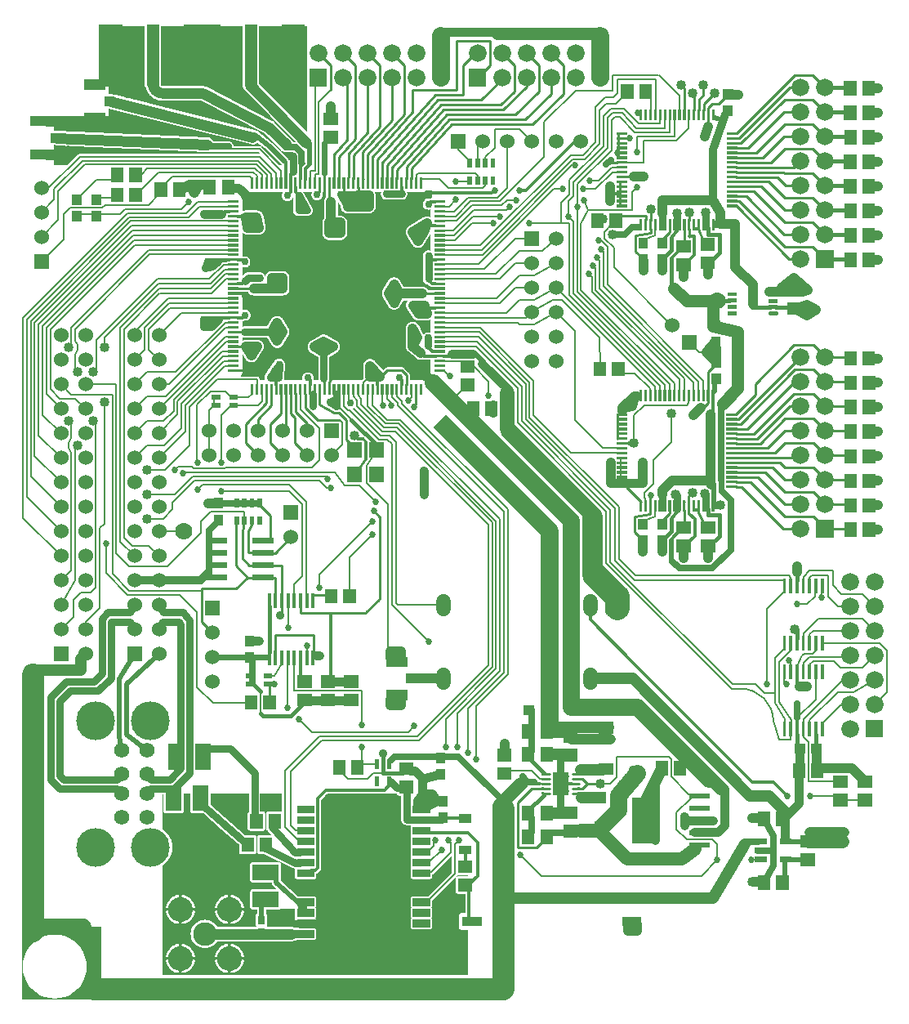
<source format=gbr>
G04 start of page 2 for group 0 idx 0 *
G04 Title: (unknown), component *
G04 Creator: pcb 20110918 *
G04 CreationDate: Tue 10 Apr 2012 05:20:11 AM GMT UTC *
G04 For: haunma *
G04 Format: Gerber/RS-274X *
G04 PCB-Dimensions: 360000 400000 *
G04 PCB-Coordinate-Origin: lower left *
%MOIN*%
%FSLAX25Y25*%
%LNTOP*%
%ADD82C,0.0660*%
%ADD81C,0.0945*%
%ADD80C,0.0394*%
%ADD79C,0.1300*%
%ADD78C,0.0410*%
%ADD77C,0.0420*%
%ADD76C,0.0190*%
%ADD75R,0.0160X0.0160*%
%ADD74R,0.0276X0.0276*%
%ADD73R,0.0630X0.0630*%
%ADD72R,0.0500X0.0500*%
%ADD71R,0.0950X0.0950*%
%ADD70R,0.0110X0.0110*%
%ADD69R,0.0197X0.0197*%
%ADD68R,0.0240X0.0240*%
%ADD67R,0.0130X0.0130*%
%ADD66R,0.0201X0.0201*%
%ADD65R,0.0831X0.0831*%
%ADD64R,0.0472X0.0472*%
%ADD63R,0.0307X0.0307*%
%ADD62R,0.0650X0.0650*%
%ADD61R,0.0360X0.0360*%
%ADD60R,0.0413X0.0413*%
%ADD59R,0.0394X0.0394*%
%ADD58R,0.0591X0.0591*%
%ADD57R,0.0315X0.0315*%
%ADD56R,0.0394X0.0394*%
%ADD55R,0.0154X0.0154*%
%ADD54R,0.0512X0.0512*%
%ADD53C,0.0960*%
%ADD52C,0.1580*%
%ADD51C,0.0620*%
%ADD50C,0.0230*%
%ADD49C,0.0680*%
%ADD48C,0.0450*%
%ADD47C,0.0900*%
%ADD46C,0.0440*%
%ADD45C,0.0830*%
%ADD44C,0.0250*%
%ADD43C,0.1000*%
%ADD42C,0.1030*%
%ADD41C,0.0540*%
%ADD40C,0.0430*%
%ADD39C,0.0580*%
%ADD38C,0.0480*%
%ADD37C,0.0530*%
%ADD36C,0.0360*%
%ADD35C,0.0220*%
%ADD34C,0.0260*%
%ADD33C,0.0160*%
%ADD32C,0.0140*%
%ADD31C,0.0180*%
%ADD30C,0.0270*%
%ADD29C,0.0200*%
%ADD28C,0.0110*%
%ADD27C,0.0330*%
%ADD26C,0.0150*%
%ADD25C,0.0300*%
%ADD24C,0.0720*%
%ADD23C,0.0100*%
%ADD22C,0.0280*%
%ADD21C,0.0120*%
%ADD20C,0.0500*%
%ADD19C,0.0130*%
%ADD18C,0.0400*%
%ADD17C,0.0350*%
%ADD16C,0.0380*%
%ADD15C,0.0600*%
%ADD14C,0.0080*%
%ADD13C,0.0700*%
%ADD12C,0.0730*%
%ADD11C,0.0001*%
G54D11*G36*
X14980Y31100D02*X33900D01*
Y1500D01*
X14980D01*
Y1961D01*
X15000Y1960D01*
X17040Y2120D01*
X19030Y2598D01*
X20920Y3381D01*
X22665Y4450D01*
X24221Y5779D01*
X25550Y7335D01*
X26619Y9080D01*
X27402Y10970D01*
X27880Y12960D01*
X28000Y15000D01*
X27880Y17040D01*
X27402Y19030D01*
X26619Y20920D01*
X25550Y22665D01*
X24221Y24221D01*
X22665Y25550D01*
X20920Y26619D01*
X19030Y27402D01*
X17040Y27880D01*
X15000Y28040D01*
X14980Y28039D01*
Y31100D01*
G37*
G36*
X1500D02*X14980D01*
Y28039D01*
X12960Y27880D01*
X10970Y27402D01*
X9080Y26619D01*
X7335Y25550D01*
X5779Y24221D01*
X4450Y22665D01*
X3381Y20920D01*
X2598Y19030D01*
X2120Y17040D01*
X1960Y15000D01*
X2120Y12960D01*
X2598Y10970D01*
X3381Y9080D01*
X4450Y7335D01*
X5779Y5779D01*
X7335Y4450D01*
X9080Y3381D01*
X10970Y2598D01*
X12960Y2120D01*
X14980Y1961D01*
Y1500D01*
X1500D01*
Y31100D01*
G37*
G36*
X184700Y230000D02*X179500Y224800D01*
X169300Y235000D01*
X174500Y240200D01*
X184700Y230000D01*
G37*
G36*
X113000Y31300D02*X101395D01*
X101395Y31300D01*
X101487Y31378D01*
X101589Y31498D01*
X101671Y31632D01*
X101731Y31778D01*
X101768Y31931D01*
X101777Y32088D01*
X101768Y35786D01*
X101731Y35939D01*
X101671Y36085D01*
X101589Y36219D01*
X101487Y36339D01*
X101367Y36441D01*
X101233Y36523D01*
X101200Y36537D01*
Y38244D01*
X106571Y38249D01*
X106724Y38286D01*
X106870Y38346D01*
X107004Y38428D01*
X107124Y38530D01*
X107226Y38650D01*
X107257Y38700D01*
X113000D01*
Y31300D01*
G37*
G36*
X96102Y49262D02*X103600Y49268D01*
Y49219D01*
X103597Y49098D01*
X103613Y48985D01*
X103617Y48918D01*
X103629Y48868D01*
X103636Y48817D01*
X103662Y48730D01*
X103683Y48642D01*
X103702Y48595D01*
X103717Y48546D01*
X103757Y48464D01*
X103791Y48380D01*
X103818Y48337D01*
X103840Y48290D01*
X103892Y48216D01*
X103939Y48139D01*
X103973Y48100D01*
X104002Y48058D01*
X104049Y48010D01*
X104123Y47923D01*
X104216Y47844D01*
X105680Y46538D01*
X96102Y46530D01*
Y49262D01*
G37*
G36*
Y38240D02*X97600Y38241D01*
Y36537D01*
X97567Y36523D01*
X97433Y36441D01*
X97313Y36339D01*
X97211Y36219D01*
X97129Y36085D01*
X97069Y35939D01*
X97032Y35786D01*
X97022Y35630D01*
X97032Y31931D01*
X97069Y31778D01*
X97129Y31632D01*
X97211Y31498D01*
X97313Y31378D01*
X97405Y31300D01*
X96102D01*
Y38240D01*
G37*
G36*
X99919Y78252D02*X98800Y78250D01*
Y85500D01*
X107800D01*
Y78168D01*
X107709Y78206D01*
X107556Y78243D01*
X107399Y78252D01*
X102124Y78243D01*
X101971Y78206D01*
X101826Y78146D01*
X101691Y78064D01*
X101572Y77961D01*
X101469Y77842D01*
X101387Y77707D01*
X101327Y77562D01*
X101290Y77409D01*
X101281Y77252D01*
X101290Y71191D01*
X101327Y71038D01*
X101387Y70893D01*
X101469Y70758D01*
X101572Y70639D01*
X101691Y70536D01*
X101826Y70454D01*
X101971Y70394D01*
X102086Y70366D01*
X103618Y68652D01*
X98524Y68643D01*
X98371Y68606D01*
X98226Y68546D01*
X98091Y68464D01*
X97972Y68361D01*
X97869Y68242D01*
X97787Y68107D01*
X97727Y67962D01*
X97690Y67809D01*
X97681Y67652D01*
X97690Y61591D01*
X97727Y61438D01*
X97787Y61293D01*
X97869Y61158D01*
X97972Y61039D01*
X98091Y60936D01*
X98226Y60854D01*
X98371Y60794D01*
X98524Y60757D01*
X98681Y60748D01*
X100431Y60751D01*
X112107Y55272D01*
X112153Y55244D01*
X112487Y55106D01*
X112529Y55096D01*
X112559Y55084D01*
X112700Y55055D01*
X112839Y55021D01*
X112871Y55019D01*
X112913Y55011D01*
X113114Y55002D01*
X113071Y54898D01*
X113041Y54776D01*
X113034Y54650D01*
X113041Y51374D01*
X113071Y51252D01*
X113119Y51136D01*
X113185Y51028D01*
X113267Y50933D01*
X113362Y50851D01*
X113470Y50785D01*
X113586Y50737D01*
X113708Y50707D01*
X113834Y50700D01*
X121047Y50707D01*
X121169Y50737D01*
X121285Y50785D01*
X121393Y50851D01*
X121488Y50933D01*
X121570Y51028D01*
X121636Y51136D01*
X121684Y51252D01*
X121714Y51374D01*
X121721Y51500D01*
X121718Y52761D01*
X121734Y52764D01*
X121938Y52849D01*
X122125Y52964D01*
X122293Y53107D01*
X122329Y53149D01*
X123351Y54171D01*
X123393Y54207D01*
X123536Y54374D01*
X123536Y54375D01*
X123651Y54562D01*
X123736Y54766D01*
X123787Y54980D01*
X123804Y55200D01*
X123800Y55255D01*
Y83020D01*
X126280Y85500D01*
X149445D01*
X149500Y85496D01*
X149555Y85500D01*
X154568D01*
X154594Y85391D01*
X154654Y85246D01*
X154736Y85111D01*
X154839Y84992D01*
X154958Y84889D01*
X155093Y84807D01*
X155238Y84747D01*
X155391Y84710D01*
X155548Y84701D01*
X156400Y84702D01*
Y75090D01*
X156393Y75000D01*
X156421Y74639D01*
X156506Y74287D01*
X156644Y73953D01*
X156834Y73644D01*
X157069Y73369D01*
X157344Y73134D01*
X157653Y72944D01*
X157987Y72806D01*
X158339Y72721D01*
X158700Y72693D01*
X158790Y72700D01*
X160418D01*
X160430Y72681D01*
X160512Y72586D01*
X160538Y72563D01*
X160512Y72540D01*
X160430Y72445D01*
X160364Y72337D01*
X160316Y72221D01*
X160286Y72099D01*
X160279Y71973D01*
X160286Y68697D01*
X160316Y68575D01*
X160364Y68459D01*
X160430Y68351D01*
X160512Y68256D01*
X160539Y68233D01*
X160512Y68209D01*
X160430Y68114D01*
X160364Y68006D01*
X160316Y67890D01*
X160286Y67768D01*
X160279Y67642D01*
X160286Y64366D01*
X160316Y64244D01*
X160364Y64128D01*
X160430Y64020D01*
X160512Y63925D01*
X160539Y63902D01*
X160512Y63878D01*
X160430Y63783D01*
X160364Y63675D01*
X160316Y63559D01*
X160286Y63437D01*
X160279Y63311D01*
X160286Y60035D01*
X160316Y59913D01*
X160364Y59797D01*
X160430Y59689D01*
X160512Y59594D01*
X160538Y59571D01*
X160512Y59548D01*
X160430Y59453D01*
X160364Y59345D01*
X160316Y59229D01*
X160286Y59107D01*
X160279Y58981D01*
X160286Y55705D01*
X160316Y55583D01*
X160364Y55467D01*
X160430Y55359D01*
X160512Y55264D01*
X160539Y55240D01*
X160512Y55217D01*
X160430Y55122D01*
X160364Y55014D01*
X160316Y54898D01*
X160286Y54776D01*
X160279Y54650D01*
X160286Y51374D01*
X160316Y51252D01*
X160364Y51136D01*
X160430Y51028D01*
X160512Y50933D01*
X160607Y50851D01*
X160715Y50785D01*
X160831Y50737D01*
X160953Y50707D01*
X161079Y50700D01*
X168292Y50707D01*
X168414Y50737D01*
X168530Y50785D01*
X168638Y50851D01*
X168733Y50933D01*
X168815Y51028D01*
X168881Y51136D01*
X168929Y51252D01*
X168959Y51374D01*
X168966Y51500D01*
X168964Y52409D01*
X168988Y52411D01*
X169172Y52455D01*
X169346Y52527D01*
X169508Y52626D01*
X169651Y52749D01*
X169774Y52892D01*
X169873Y53054D01*
X169888Y53091D01*
X177000Y60203D01*
Y53297D01*
X167341Y43638D01*
X160953Y43632D01*
X160831Y43602D01*
X160715Y43554D01*
X160607Y43488D01*
X160512Y43406D01*
X160430Y43311D01*
X160364Y43203D01*
X160316Y43087D01*
X160286Y42965D01*
X160279Y42839D01*
X160286Y39563D01*
X160316Y39441D01*
X160364Y39325D01*
X160430Y39217D01*
X160512Y39122D01*
X160539Y39099D01*
X160512Y39075D01*
X160430Y38980D01*
X160364Y38872D01*
X160316Y38756D01*
X160286Y38634D01*
X160279Y38508D01*
X160286Y35232D01*
X160316Y35110D01*
X160364Y34994D01*
X160430Y34886D01*
X160512Y34791D01*
X160539Y34768D01*
X160512Y34744D01*
X160430Y34649D01*
X160364Y34541D01*
X160316Y34425D01*
X160286Y34303D01*
X160279Y34177D01*
X160286Y30901D01*
X160316Y30779D01*
X160364Y30663D01*
X160430Y30555D01*
X160512Y30460D01*
X160538Y30437D01*
X160512Y30414D01*
X160430Y30319D01*
X160364Y30211D01*
X160316Y30095D01*
X160286Y29973D01*
X160279Y29847D01*
X160286Y26571D01*
X160316Y26449D01*
X160364Y26333D01*
X160430Y26225D01*
X160512Y26130D01*
X160539Y26106D01*
X160512Y26083D01*
X160430Y25988D01*
X160364Y25880D01*
X160316Y25764D01*
X160286Y25642D01*
X160279Y25516D01*
X160286Y22240D01*
X160316Y22118D01*
X160364Y22002D01*
X160430Y21894D01*
X160512Y21799D01*
X160607Y21717D01*
X160715Y21651D01*
X160831Y21603D01*
X160953Y21573D01*
X161079Y21566D01*
X168292Y21573D01*
X168414Y21603D01*
X168530Y21651D01*
X168638Y21717D01*
X168733Y21799D01*
X168815Y21894D01*
X168881Y22002D01*
X168929Y22118D01*
X168959Y22240D01*
X168966Y22366D01*
X168959Y25642D01*
X168929Y25764D01*
X168881Y25880D01*
X168815Y25988D01*
X168733Y26083D01*
X168706Y26107D01*
X168733Y26130D01*
X168815Y26225D01*
X168881Y26333D01*
X168929Y26449D01*
X168959Y26571D01*
X168966Y26697D01*
X168959Y29973D01*
X168929Y30095D01*
X168881Y30211D01*
X168815Y30319D01*
X168733Y30414D01*
X168707Y30437D01*
X168733Y30460D01*
X168815Y30555D01*
X168881Y30663D01*
X168929Y30779D01*
X168959Y30901D01*
X168966Y31027D01*
X168959Y34303D01*
X168929Y34425D01*
X168881Y34541D01*
X168815Y34649D01*
X168733Y34744D01*
X168706Y34768D01*
X168733Y34791D01*
X168815Y34886D01*
X168881Y34994D01*
X168929Y35110D01*
X168959Y35232D01*
X168966Y35358D01*
X168959Y38634D01*
X168929Y38756D01*
X168881Y38872D01*
X168815Y38980D01*
X168733Y39075D01*
X168706Y39098D01*
X168733Y39122D01*
X168815Y39217D01*
X168881Y39325D01*
X168929Y39441D01*
X168959Y39563D01*
X168966Y39689D01*
X168961Y41864D01*
X179015Y51918D01*
X179051Y51949D01*
X179174Y52092D01*
X179174Y52092D01*
X179254Y52223D01*
X179391Y52190D01*
X179548Y52181D01*
X183500Y52187D01*
Y51816D01*
X179391Y51810D01*
X179238Y51773D01*
X179093Y51713D01*
X178958Y51631D01*
X178839Y51528D01*
X178736Y51409D01*
X178654Y51274D01*
X178594Y51129D01*
X178557Y50976D01*
X178548Y50819D01*
X178557Y45544D01*
X178594Y45391D01*
X178654Y45246D01*
X178736Y45111D01*
X178839Y44992D01*
X178958Y44889D01*
X179093Y44807D01*
X179238Y44747D01*
X179391Y44710D01*
X179548Y44701D01*
X182600Y44706D01*
Y36929D01*
X181182Y36927D01*
X180941Y36869D01*
X180712Y36774D01*
X180501Y36645D01*
X180312Y36484D01*
X180151Y36295D01*
X180022Y36084D01*
X179927Y35855D01*
X179869Y35614D01*
X179854Y35367D01*
X179869Y31182D01*
X179927Y30941D01*
X180022Y30712D01*
X180151Y30501D01*
X180312Y30312D01*
X180501Y30151D01*
X180712Y30022D01*
X180941Y29927D01*
X181182Y29869D01*
X181429Y29854D01*
X183500Y29858D01*
Y11500D01*
X96102D01*
Y25300D01*
X111500D01*
X111971Y25328D01*
X112430Y25438D01*
X112866Y25619D01*
X113065Y25741D01*
X113041Y25642D01*
X113034Y25516D01*
X113041Y22240D01*
X113071Y22118D01*
X113119Y22002D01*
X113185Y21894D01*
X113267Y21799D01*
X113362Y21717D01*
X113470Y21651D01*
X113586Y21603D01*
X113708Y21573D01*
X113834Y21566D01*
X121047Y21573D01*
X121169Y21603D01*
X121285Y21651D01*
X121393Y21717D01*
X121488Y21799D01*
X121570Y21894D01*
X121636Y22002D01*
X121684Y22118D01*
X121714Y22240D01*
X121721Y22366D01*
X121714Y25642D01*
X121684Y25764D01*
X121636Y25880D01*
X121570Y25988D01*
X121488Y26083D01*
X121461Y26106D01*
X121488Y26130D01*
X121570Y26225D01*
X121636Y26333D01*
X121684Y26449D01*
X121714Y26571D01*
X121721Y26697D01*
X121714Y29973D01*
X121684Y30095D01*
X121636Y30211D01*
X121570Y30319D01*
X121488Y30414D01*
X121462Y30437D01*
X121488Y30460D01*
X121570Y30555D01*
X121636Y30663D01*
X121684Y30779D01*
X121714Y30901D01*
X121721Y31027D01*
X121714Y34303D01*
X121684Y34425D01*
X121636Y34541D01*
X121570Y34649D01*
X121488Y34744D01*
X121461Y34768D01*
X121488Y34791D01*
X121570Y34886D01*
X121636Y34994D01*
X121684Y35110D01*
X121714Y35232D01*
X121721Y35358D01*
X121714Y38634D01*
X121684Y38756D01*
X121636Y38872D01*
X121570Y38980D01*
X121488Y39075D01*
X121461Y39099D01*
X121488Y39122D01*
X121570Y39217D01*
X121636Y39325D01*
X121684Y39441D01*
X121714Y39563D01*
X121721Y39689D01*
X121714Y42965D01*
X121684Y43087D01*
X121636Y43203D01*
X121570Y43311D01*
X121488Y43406D01*
X121393Y43488D01*
X121285Y43554D01*
X121169Y43602D01*
X121047Y43632D01*
X120921Y43639D01*
X114342Y43632D01*
X107340Y49882D01*
X107368Y49952D01*
X107405Y50105D01*
X107414Y50262D01*
X107405Y56717D01*
X107368Y56870D01*
X107308Y57016D01*
X107226Y57150D01*
X107124Y57270D01*
X107004Y57372D01*
X106870Y57454D01*
X106724Y57514D01*
X106571Y57551D01*
X106414Y57561D01*
X96102Y57552D01*
Y60757D01*
X96476Y60757D01*
X96629Y60794D01*
X96774Y60854D01*
X96909Y60936D01*
X97028Y61039D01*
X97131Y61158D01*
X97213Y61293D01*
X97273Y61438D01*
X97310Y61591D01*
X97319Y61748D01*
X97310Y67809D01*
X97273Y67962D01*
X97213Y68107D01*
X97131Y68242D01*
X97028Y68361D01*
X96909Y68464D01*
X96774Y68546D01*
X96629Y68606D01*
X96476Y68643D01*
X96319Y68652D01*
X96102Y68652D01*
Y70350D01*
X100076Y70357D01*
X100229Y70394D01*
X100374Y70454D01*
X100509Y70536D01*
X100628Y70639D01*
X100731Y70758D01*
X100813Y70893D01*
X100873Y71038D01*
X100910Y71191D01*
X100919Y71348D01*
X100910Y77409D01*
X100873Y77562D01*
X100813Y77707D01*
X100731Y77842D01*
X100628Y77961D01*
X100509Y78064D01*
X100374Y78146D01*
X100229Y78206D01*
X100076Y78243D01*
X99919Y78252D01*
G37*
G36*
X96102Y68652D02*X92700Y68646D01*
X78658Y80838D01*
X78654Y85500D01*
X94200D01*
Y78054D01*
X94092Y77961D01*
X93989Y77842D01*
X93907Y77707D01*
X93847Y77562D01*
X93810Y77409D01*
X93801Y77252D01*
X93810Y71191D01*
X93847Y71038D01*
X93907Y70893D01*
X93989Y70758D01*
X94092Y70639D01*
X94211Y70536D01*
X94346Y70454D01*
X94491Y70394D01*
X94644Y70357D01*
X94801Y70348D01*
X96102Y70350D01*
Y68652D01*
G37*
G36*
X89505Y65328D02*X90205Y64720D01*
X90210Y61591D01*
X90247Y61438D01*
X90307Y61293D01*
X90389Y61158D01*
X90492Y61039D01*
X90611Y60936D01*
X90746Y60854D01*
X90891Y60794D01*
X91044Y60757D01*
X91201Y60748D01*
X96102Y60757D01*
Y57552D01*
X95629Y57551D01*
X95476Y57514D01*
X95330Y57454D01*
X95196Y57372D01*
X95076Y57270D01*
X94974Y57150D01*
X94892Y57016D01*
X94832Y56870D01*
X94795Y56717D01*
X94785Y56561D01*
X94795Y50105D01*
X94832Y49952D01*
X94892Y49806D01*
X94974Y49672D01*
X95076Y49552D01*
X95196Y49450D01*
X95330Y49368D01*
X95476Y49308D01*
X95629Y49271D01*
X95785Y49262D01*
X96102Y49262D01*
Y46530D01*
X95629Y46529D01*
X95476Y46492D01*
X95330Y46432D01*
X95196Y46350D01*
X95076Y46248D01*
X94974Y46128D01*
X94892Y45994D01*
X94832Y45848D01*
X94795Y45695D01*
X94785Y45539D01*
X94795Y39083D01*
X94832Y38930D01*
X94892Y38784D01*
X94974Y38650D01*
X95076Y38530D01*
X95196Y38428D01*
X95330Y38346D01*
X95476Y38286D01*
X95629Y38249D01*
X95785Y38240D01*
X96102Y38240D01*
Y31300D01*
X89505D01*
Y33223D01*
X89916Y33504D01*
X90346Y33860D01*
X90740Y34254D01*
X91096Y34684D01*
X91410Y35144D01*
X91681Y35631D01*
X91905Y36142D01*
X92081Y36671D01*
X92207Y37214D01*
X92216Y37293D01*
X92212Y37372D01*
X92195Y37450D01*
X92167Y37524D01*
X92127Y37593D01*
X92077Y37655D01*
X92017Y37708D01*
X91951Y37751D01*
X91878Y37784D01*
X91801Y37804D01*
X91722Y37812D01*
X91642Y37808D01*
X91565Y37791D01*
X91490Y37763D01*
X91422Y37723D01*
X91360Y37673D01*
X91307Y37614D01*
X91263Y37547D01*
X91231Y37474D01*
X91212Y37397D01*
X91113Y36944D01*
X90966Y36503D01*
X90779Y36078D01*
X90554Y35673D01*
X90292Y35290D01*
X89996Y34932D01*
X89668Y34604D01*
X89505Y34469D01*
Y42131D01*
X89668Y41996D01*
X89996Y41668D01*
X90292Y41310D01*
X90554Y40927D01*
X90779Y40522D01*
X90966Y40097D01*
X91113Y39656D01*
X91218Y39204D01*
X91236Y39128D01*
X91268Y39056D01*
X91311Y38990D01*
X91364Y38931D01*
X91425Y38882D01*
X91493Y38842D01*
X91566Y38814D01*
X91643Y38797D01*
X91722Y38793D01*
X91800Y38801D01*
X91876Y38821D01*
X91948Y38853D01*
X92014Y38896D01*
X92073Y38949D01*
X92122Y39010D01*
X92162Y39078D01*
X92190Y39151D01*
X92206Y39228D01*
X92211Y39307D01*
X92201Y39385D01*
X92081Y39929D01*
X91905Y40458D01*
X91681Y40969D01*
X91410Y41456D01*
X91096Y41916D01*
X90740Y42346D01*
X90346Y42740D01*
X89916Y43096D01*
X89505Y43377D01*
Y65328D01*
G37*
G36*
X96102Y11500D02*X89505D01*
Y13223D01*
X89916Y13504D01*
X90346Y13860D01*
X90740Y14254D01*
X91096Y14684D01*
X91410Y15144D01*
X91681Y15631D01*
X91905Y16142D01*
X92081Y16671D01*
X92207Y17214D01*
X92216Y17293D01*
X92212Y17372D01*
X92195Y17450D01*
X92167Y17524D01*
X92127Y17593D01*
X92077Y17655D01*
X92017Y17708D01*
X91951Y17751D01*
X91878Y17784D01*
X91801Y17804D01*
X91722Y17812D01*
X91642Y17808D01*
X91565Y17791D01*
X91490Y17763D01*
X91422Y17723D01*
X91360Y17673D01*
X91307Y17614D01*
X91263Y17547D01*
X91231Y17474D01*
X91212Y17397D01*
X91113Y16944D01*
X90966Y16503D01*
X90779Y16078D01*
X90554Y15673D01*
X90292Y15290D01*
X89996Y14932D01*
X89668Y14604D01*
X89505Y14469D01*
Y22131D01*
X89668Y21996D01*
X89996Y21668D01*
X90292Y21310D01*
X90554Y20927D01*
X90779Y20522D01*
X90966Y20097D01*
X91113Y19656D01*
X91218Y19204D01*
X91236Y19128D01*
X91268Y19056D01*
X91311Y18990D01*
X91364Y18931D01*
X91425Y18882D01*
X91493Y18842D01*
X91566Y18814D01*
X91643Y18797D01*
X91722Y18793D01*
X91800Y18801D01*
X91876Y18821D01*
X91948Y18853D01*
X92014Y18896D01*
X92073Y18949D01*
X92122Y19010D01*
X92162Y19078D01*
X92190Y19151D01*
X92206Y19228D01*
X92211Y19307D01*
X92201Y19385D01*
X92081Y19929D01*
X91905Y20458D01*
X91681Y20969D01*
X91410Y21456D01*
X91096Y21916D01*
X90740Y22346D01*
X90346Y22740D01*
X89916Y23096D01*
X89505Y23377D01*
Y25300D01*
X96102D01*
Y11500D01*
G37*
G36*
X83095Y70893D02*X89505Y65328D01*
Y43377D01*
X89456Y43410D01*
X88969Y43681D01*
X88458Y43905D01*
X87929Y44081D01*
X87386Y44207D01*
X87307Y44216D01*
X87228Y44212D01*
X87150Y44195D01*
X87076Y44167D01*
X87007Y44127D01*
X86945Y44077D01*
X86892Y44017D01*
X86849Y43951D01*
X86816Y43878D01*
X86796Y43801D01*
X86788Y43722D01*
X86792Y43642D01*
X86809Y43565D01*
X86837Y43490D01*
X86877Y43422D01*
X86927Y43360D01*
X86986Y43307D01*
X87053Y43263D01*
X87126Y43231D01*
X87203Y43212D01*
X87656Y43113D01*
X88097Y42966D01*
X88522Y42779D01*
X88927Y42554D01*
X89310Y42292D01*
X89505Y42131D01*
Y34469D01*
X89310Y34308D01*
X88927Y34046D01*
X88522Y33821D01*
X88097Y33634D01*
X87656Y33487D01*
X87204Y33382D01*
X87128Y33364D01*
X87056Y33332D01*
X86990Y33289D01*
X86931Y33236D01*
X86882Y33175D01*
X86842Y33107D01*
X86814Y33034D01*
X86797Y32957D01*
X86793Y32878D01*
X86801Y32800D01*
X86821Y32724D01*
X86853Y32652D01*
X86896Y32586D01*
X86949Y32527D01*
X87010Y32478D01*
X87078Y32438D01*
X87151Y32410D01*
X87228Y32394D01*
X87307Y32389D01*
X87385Y32399D01*
X87929Y32519D01*
X88458Y32695D01*
X88969Y32919D01*
X89456Y33190D01*
X89505Y33223D01*
Y31300D01*
X83095D01*
Y33223D01*
X83144Y33190D01*
X83631Y32919D01*
X84142Y32695D01*
X84671Y32519D01*
X85214Y32393D01*
X85293Y32384D01*
X85372Y32388D01*
X85450Y32405D01*
X85524Y32433D01*
X85593Y32473D01*
X85655Y32523D01*
X85708Y32583D01*
X85751Y32649D01*
X85784Y32722D01*
X85804Y32799D01*
X85812Y32878D01*
X85808Y32958D01*
X85791Y33035D01*
X85763Y33110D01*
X85723Y33178D01*
X85673Y33240D01*
X85614Y33293D01*
X85547Y33337D01*
X85474Y33369D01*
X85397Y33388D01*
X84944Y33487D01*
X84503Y33634D01*
X84078Y33821D01*
X83673Y34046D01*
X83290Y34308D01*
X83095Y34469D01*
Y42131D01*
X83290Y42292D01*
X83673Y42554D01*
X84078Y42779D01*
X84503Y42966D01*
X84944Y43113D01*
X85396Y43218D01*
X85472Y43236D01*
X85544Y43268D01*
X85610Y43311D01*
X85669Y43364D01*
X85718Y43425D01*
X85758Y43493D01*
X85786Y43566D01*
X85803Y43643D01*
X85807Y43722D01*
X85799Y43800D01*
X85779Y43876D01*
X85747Y43948D01*
X85704Y44014D01*
X85651Y44073D01*
X85590Y44122D01*
X85522Y44162D01*
X85449Y44190D01*
X85372Y44206D01*
X85293Y44211D01*
X85215Y44201D01*
X84671Y44081D01*
X84142Y43905D01*
X83631Y43681D01*
X83144Y43410D01*
X83095Y43377D01*
Y70893D01*
G37*
G36*
X89505Y11500D02*X83095D01*
Y13223D01*
X83144Y13190D01*
X83631Y12919D01*
X84142Y12695D01*
X84671Y12519D01*
X85214Y12393D01*
X85293Y12384D01*
X85372Y12388D01*
X85450Y12405D01*
X85524Y12433D01*
X85593Y12473D01*
X85655Y12523D01*
X85708Y12583D01*
X85751Y12649D01*
X85784Y12722D01*
X85804Y12799D01*
X85812Y12878D01*
X85808Y12958D01*
X85791Y13035D01*
X85763Y13110D01*
X85723Y13178D01*
X85673Y13240D01*
X85614Y13293D01*
X85547Y13337D01*
X85474Y13369D01*
X85397Y13388D01*
X84944Y13487D01*
X84503Y13634D01*
X84078Y13821D01*
X83673Y14046D01*
X83290Y14308D01*
X83095Y14469D01*
Y22131D01*
X83290Y22292D01*
X83673Y22554D01*
X84078Y22779D01*
X84503Y22966D01*
X84944Y23113D01*
X85396Y23218D01*
X85472Y23236D01*
X85544Y23268D01*
X85610Y23311D01*
X85669Y23364D01*
X85718Y23425D01*
X85758Y23493D01*
X85786Y23566D01*
X85803Y23643D01*
X85807Y23722D01*
X85799Y23800D01*
X85779Y23876D01*
X85747Y23948D01*
X85704Y24014D01*
X85651Y24073D01*
X85590Y24122D01*
X85522Y24162D01*
X85449Y24190D01*
X85372Y24206D01*
X85293Y24211D01*
X85215Y24201D01*
X84671Y24081D01*
X84142Y23905D01*
X83631Y23681D01*
X83144Y23410D01*
X83095Y23377D01*
Y25300D01*
X89505D01*
Y23377D01*
X89456Y23410D01*
X88969Y23681D01*
X88458Y23905D01*
X87929Y24081D01*
X87386Y24207D01*
X87307Y24216D01*
X87228Y24212D01*
X87150Y24195D01*
X87076Y24167D01*
X87007Y24127D01*
X86945Y24077D01*
X86892Y24017D01*
X86849Y23951D01*
X86816Y23878D01*
X86796Y23801D01*
X86788Y23722D01*
X86792Y23642D01*
X86809Y23565D01*
X86837Y23490D01*
X86877Y23422D01*
X86927Y23360D01*
X86986Y23307D01*
X87053Y23263D01*
X87126Y23231D01*
X87203Y23212D01*
X87656Y23113D01*
X88097Y22966D01*
X88522Y22779D01*
X88927Y22554D01*
X89310Y22292D01*
X89505Y22131D01*
Y14469D01*
X89310Y14308D01*
X88927Y14046D01*
X88522Y13821D01*
X88097Y13634D01*
X87656Y13487D01*
X87204Y13382D01*
X87128Y13364D01*
X87056Y13332D01*
X86990Y13289D01*
X86931Y13236D01*
X86882Y13175D01*
X86842Y13107D01*
X86814Y13034D01*
X86797Y12957D01*
X86793Y12878D01*
X86801Y12800D01*
X86821Y12724D01*
X86853Y12652D01*
X86896Y12586D01*
X86949Y12527D01*
X87010Y12478D01*
X87078Y12438D01*
X87151Y12410D01*
X87228Y12394D01*
X87307Y12389D01*
X87385Y12399D01*
X87929Y12519D01*
X88458Y12695D01*
X88969Y12919D01*
X89456Y13190D01*
X89505Y13223D01*
Y11500D01*
G37*
G36*
X83095D02*X69505D01*
Y13223D01*
X69916Y13504D01*
X70346Y13860D01*
X70740Y14254D01*
X71096Y14684D01*
X71410Y15144D01*
X71681Y15631D01*
X71905Y16142D01*
X72081Y16671D01*
X72207Y17214D01*
X72216Y17293D01*
X72212Y17372D01*
X72195Y17450D01*
X72167Y17524D01*
X72127Y17593D01*
X72077Y17655D01*
X72017Y17708D01*
X71951Y17751D01*
X71878Y17784D01*
X71801Y17804D01*
X71722Y17812D01*
X71642Y17808D01*
X71565Y17791D01*
X71490Y17763D01*
X71422Y17723D01*
X71360Y17673D01*
X71307Y17614D01*
X71263Y17547D01*
X71231Y17474D01*
X71212Y17397D01*
X71113Y16944D01*
X70966Y16503D01*
X70779Y16078D01*
X70554Y15673D01*
X70292Y15290D01*
X69996Y14932D01*
X69668Y14604D01*
X69505Y14469D01*
Y22131D01*
X69668Y21996D01*
X69996Y21668D01*
X70292Y21310D01*
X70554Y20927D01*
X70779Y20522D01*
X70966Y20097D01*
X71113Y19656D01*
X71218Y19204D01*
X71236Y19128D01*
X71268Y19056D01*
X71311Y18990D01*
X71364Y18931D01*
X71425Y18882D01*
X71493Y18842D01*
X71566Y18814D01*
X71643Y18797D01*
X71722Y18793D01*
X71800Y18801D01*
X71876Y18821D01*
X71948Y18853D01*
X72014Y18896D01*
X72073Y18949D01*
X72122Y19010D01*
X72162Y19078D01*
X72190Y19151D01*
X72206Y19228D01*
X72211Y19307D01*
X72201Y19385D01*
X72081Y19929D01*
X71905Y20458D01*
X71681Y20969D01*
X71410Y21456D01*
X71096Y21916D01*
X70740Y22346D01*
X70346Y22740D01*
X69916Y23096D01*
X69505Y23377D01*
Y33223D01*
X69916Y33504D01*
X70346Y33860D01*
X70740Y34254D01*
X71096Y34684D01*
X71410Y35144D01*
X71681Y35631D01*
X71905Y36142D01*
X72081Y36671D01*
X72207Y37214D01*
X72216Y37293D01*
X72212Y37372D01*
X72195Y37450D01*
X72167Y37524D01*
X72127Y37593D01*
X72077Y37655D01*
X72017Y37708D01*
X71951Y37751D01*
X71878Y37784D01*
X71801Y37804D01*
X71722Y37812D01*
X71642Y37808D01*
X71565Y37791D01*
X71490Y37763D01*
X71422Y37723D01*
X71360Y37673D01*
X71307Y37614D01*
X71263Y37547D01*
X71231Y37474D01*
X71212Y37397D01*
X71113Y36944D01*
X70966Y36503D01*
X70779Y36078D01*
X70554Y35673D01*
X70292Y35290D01*
X69996Y34932D01*
X69668Y34604D01*
X69505Y34469D01*
Y42131D01*
X69668Y41996D01*
X69996Y41668D01*
X70292Y41310D01*
X70554Y40927D01*
X70779Y40522D01*
X70966Y40097D01*
X71113Y39656D01*
X71218Y39204D01*
X71236Y39128D01*
X71268Y39056D01*
X71311Y38990D01*
X71364Y38931D01*
X71425Y38882D01*
X71493Y38842D01*
X71566Y38814D01*
X71643Y38797D01*
X71722Y38793D01*
X71800Y38801D01*
X71876Y38821D01*
X71948Y38853D01*
X72014Y38896D01*
X72073Y38949D01*
X72122Y39010D01*
X72162Y39078D01*
X72190Y39151D01*
X72206Y39228D01*
X72211Y39307D01*
X72201Y39385D01*
X72081Y39929D01*
X71905Y40458D01*
X71681Y40969D01*
X71410Y41456D01*
X71096Y41916D01*
X70740Y42346D01*
X70346Y42740D01*
X69916Y43096D01*
X69505Y43377D01*
Y85500D01*
X70365D01*
X70371Y78229D01*
X70408Y78076D01*
X70468Y77930D01*
X70550Y77796D01*
X70652Y77676D01*
X70772Y77574D01*
X70906Y77492D01*
X71052Y77432D01*
X71205Y77395D01*
X71361Y77386D01*
X75611Y77392D01*
X83095Y70893D01*
Y43377D01*
X82684Y43096D01*
X82254Y42740D01*
X81860Y42346D01*
X81504Y41916D01*
X81190Y41456D01*
X80919Y40969D01*
X80695Y40458D01*
X80519Y39929D01*
X80393Y39386D01*
X80384Y39307D01*
X80388Y39228D01*
X80405Y39150D01*
X80433Y39076D01*
X80473Y39007D01*
X80523Y38945D01*
X80583Y38892D01*
X80649Y38849D01*
X80722Y38816D01*
X80799Y38796D01*
X80878Y38788D01*
X80958Y38792D01*
X81035Y38809D01*
X81110Y38837D01*
X81178Y38877D01*
X81240Y38927D01*
X81293Y38986D01*
X81337Y39053D01*
X81369Y39126D01*
X81388Y39203D01*
X81487Y39656D01*
X81634Y40097D01*
X81821Y40522D01*
X82046Y40927D01*
X82308Y41310D01*
X82604Y41668D01*
X82932Y41996D01*
X83095Y42131D01*
Y34469D01*
X82932Y34604D01*
X82604Y34932D01*
X82308Y35290D01*
X82046Y35673D01*
X81821Y36078D01*
X81634Y36503D01*
X81487Y36944D01*
X81382Y37396D01*
X81364Y37472D01*
X81332Y37544D01*
X81289Y37610D01*
X81236Y37669D01*
X81175Y37718D01*
X81107Y37758D01*
X81034Y37786D01*
X80957Y37803D01*
X80878Y37807D01*
X80800Y37799D01*
X80724Y37779D01*
X80652Y37747D01*
X80586Y37704D01*
X80527Y37651D01*
X80478Y37590D01*
X80438Y37522D01*
X80410Y37449D01*
X80394Y37372D01*
X80389Y37293D01*
X80399Y37215D01*
X80519Y36671D01*
X80695Y36142D01*
X80919Y35631D01*
X81190Y35144D01*
X81504Y34684D01*
X81860Y34254D01*
X82254Y33860D01*
X82684Y33504D01*
X83095Y33223D01*
Y31300D01*
X81264D01*
X81007Y31720D01*
X80414Y32414D01*
X79720Y33007D01*
X78941Y33484D01*
X78098Y33833D01*
X77210Y34046D01*
X76300Y34118D01*
X75390Y34046D01*
X74502Y33833D01*
X73659Y33484D01*
X72880Y33007D01*
X72186Y32414D01*
X71593Y31720D01*
X71116Y30941D01*
X70767Y30098D01*
X70554Y29210D01*
X70482Y28300D01*
X70554Y27390D01*
X70767Y26502D01*
X71116Y25659D01*
X71593Y24880D01*
X72186Y24186D01*
X72880Y23593D01*
X73659Y23116D01*
X74502Y22767D01*
X75390Y22554D01*
X76300Y22482D01*
X77210Y22554D01*
X78098Y22767D01*
X78941Y23116D01*
X79720Y23593D01*
X80414Y24186D01*
X81007Y24880D01*
X81264Y25300D01*
X83095D01*
Y23377D01*
X82684Y23096D01*
X82254Y22740D01*
X81860Y22346D01*
X81504Y21916D01*
X81190Y21456D01*
X80919Y20969D01*
X80695Y20458D01*
X80519Y19929D01*
X80393Y19386D01*
X80384Y19307D01*
X80388Y19228D01*
X80405Y19150D01*
X80433Y19076D01*
X80473Y19007D01*
X80523Y18945D01*
X80583Y18892D01*
X80649Y18849D01*
X80722Y18816D01*
X80799Y18796D01*
X80878Y18788D01*
X80958Y18792D01*
X81035Y18809D01*
X81110Y18837D01*
X81178Y18877D01*
X81240Y18927D01*
X81293Y18986D01*
X81337Y19053D01*
X81369Y19126D01*
X81388Y19203D01*
X81487Y19656D01*
X81634Y20097D01*
X81821Y20522D01*
X82046Y20927D01*
X82308Y21310D01*
X82604Y21668D01*
X82932Y21996D01*
X83095Y22131D01*
Y14469D01*
X82932Y14604D01*
X82604Y14932D01*
X82308Y15290D01*
X82046Y15673D01*
X81821Y16078D01*
X81634Y16503D01*
X81487Y16944D01*
X81382Y17396D01*
X81364Y17472D01*
X81332Y17544D01*
X81289Y17610D01*
X81236Y17669D01*
X81175Y17718D01*
X81107Y17758D01*
X81034Y17786D01*
X80957Y17803D01*
X80878Y17807D01*
X80800Y17799D01*
X80724Y17779D01*
X80652Y17747D01*
X80586Y17704D01*
X80527Y17651D01*
X80478Y17590D01*
X80438Y17522D01*
X80410Y17449D01*
X80394Y17372D01*
X80389Y17293D01*
X80399Y17215D01*
X80519Y16671D01*
X80695Y16142D01*
X80919Y15631D01*
X81190Y15144D01*
X81504Y14684D01*
X81860Y14254D01*
X82254Y13860D01*
X82684Y13504D01*
X83095Y13223D01*
Y11500D01*
G37*
G36*
X69505D02*X63095D01*
Y13223D01*
X63144Y13190D01*
X63631Y12919D01*
X64142Y12695D01*
X64671Y12519D01*
X65214Y12393D01*
X65293Y12384D01*
X65372Y12388D01*
X65450Y12405D01*
X65524Y12433D01*
X65593Y12473D01*
X65655Y12523D01*
X65708Y12583D01*
X65751Y12649D01*
X65784Y12722D01*
X65804Y12799D01*
X65812Y12878D01*
X65808Y12958D01*
X65791Y13035D01*
X65763Y13110D01*
X65723Y13178D01*
X65673Y13240D01*
X65614Y13293D01*
X65547Y13337D01*
X65474Y13369D01*
X65397Y13388D01*
X64944Y13487D01*
X64503Y13634D01*
X64078Y13821D01*
X63673Y14046D01*
X63290Y14308D01*
X63095Y14469D01*
Y22131D01*
X63290Y22292D01*
X63673Y22554D01*
X64078Y22779D01*
X64503Y22966D01*
X64944Y23113D01*
X65396Y23218D01*
X65472Y23236D01*
X65544Y23268D01*
X65610Y23311D01*
X65669Y23364D01*
X65718Y23425D01*
X65758Y23493D01*
X65786Y23566D01*
X65803Y23643D01*
X65807Y23722D01*
X65799Y23800D01*
X65779Y23876D01*
X65747Y23948D01*
X65704Y24014D01*
X65651Y24073D01*
X65590Y24122D01*
X65522Y24162D01*
X65449Y24190D01*
X65372Y24206D01*
X65293Y24211D01*
X65215Y24201D01*
X64671Y24081D01*
X64142Y23905D01*
X63631Y23681D01*
X63144Y23410D01*
X63095Y23377D01*
Y33223D01*
X63144Y33190D01*
X63631Y32919D01*
X64142Y32695D01*
X64671Y32519D01*
X65214Y32393D01*
X65293Y32384D01*
X65372Y32388D01*
X65450Y32405D01*
X65524Y32433D01*
X65593Y32473D01*
X65655Y32523D01*
X65708Y32583D01*
X65751Y32649D01*
X65784Y32722D01*
X65804Y32799D01*
X65812Y32878D01*
X65808Y32958D01*
X65791Y33035D01*
X65763Y33110D01*
X65723Y33178D01*
X65673Y33240D01*
X65614Y33293D01*
X65547Y33337D01*
X65474Y33369D01*
X65397Y33388D01*
X64944Y33487D01*
X64503Y33634D01*
X64078Y33821D01*
X63673Y34046D01*
X63290Y34308D01*
X63095Y34469D01*
Y42131D01*
X63290Y42292D01*
X63673Y42554D01*
X64078Y42779D01*
X64503Y42966D01*
X64944Y43113D01*
X65396Y43218D01*
X65472Y43236D01*
X65544Y43268D01*
X65610Y43311D01*
X65669Y43364D01*
X65718Y43425D01*
X65758Y43493D01*
X65786Y43566D01*
X65803Y43643D01*
X65807Y43722D01*
X65799Y43800D01*
X65779Y43876D01*
X65747Y43948D01*
X65704Y44014D01*
X65651Y44073D01*
X65590Y44122D01*
X65522Y44162D01*
X65449Y44190D01*
X65372Y44206D01*
X65293Y44211D01*
X65215Y44201D01*
X64671Y44081D01*
X64142Y43905D01*
X63631Y43681D01*
X63144Y43410D01*
X63095Y43377D01*
Y77389D01*
X66795Y77395D01*
X66948Y77432D01*
X67094Y77492D01*
X67228Y77574D01*
X67348Y77676D01*
X67450Y77796D01*
X67532Y77930D01*
X67592Y78076D01*
X67629Y78229D01*
X67638Y78386D01*
X67632Y85500D01*
X69505D01*
Y43377D01*
X69456Y43410D01*
X68969Y43681D01*
X68458Y43905D01*
X67929Y44081D01*
X67386Y44207D01*
X67307Y44216D01*
X67228Y44212D01*
X67150Y44195D01*
X67076Y44167D01*
X67007Y44127D01*
X66945Y44077D01*
X66892Y44017D01*
X66849Y43951D01*
X66816Y43878D01*
X66796Y43801D01*
X66788Y43722D01*
X66792Y43642D01*
X66809Y43565D01*
X66837Y43490D01*
X66877Y43422D01*
X66927Y43360D01*
X66986Y43307D01*
X67053Y43263D01*
X67126Y43231D01*
X67203Y43212D01*
X67656Y43113D01*
X68097Y42966D01*
X68522Y42779D01*
X68927Y42554D01*
X69310Y42292D01*
X69505Y42131D01*
Y34469D01*
X69310Y34308D01*
X68927Y34046D01*
X68522Y33821D01*
X68097Y33634D01*
X67656Y33487D01*
X67204Y33382D01*
X67128Y33364D01*
X67056Y33332D01*
X66990Y33289D01*
X66931Y33236D01*
X66882Y33175D01*
X66842Y33107D01*
X66814Y33034D01*
X66797Y32957D01*
X66793Y32878D01*
X66801Y32800D01*
X66821Y32724D01*
X66853Y32652D01*
X66896Y32586D01*
X66949Y32527D01*
X67010Y32478D01*
X67078Y32438D01*
X67151Y32410D01*
X67228Y32394D01*
X67307Y32389D01*
X67385Y32399D01*
X67929Y32519D01*
X68458Y32695D01*
X68969Y32919D01*
X69456Y33190D01*
X69505Y33223D01*
Y23377D01*
X69456Y23410D01*
X68969Y23681D01*
X68458Y23905D01*
X67929Y24081D01*
X67386Y24207D01*
X67307Y24216D01*
X67228Y24212D01*
X67150Y24195D01*
X67076Y24167D01*
X67007Y24127D01*
X66945Y24077D01*
X66892Y24017D01*
X66849Y23951D01*
X66816Y23878D01*
X66796Y23801D01*
X66788Y23722D01*
X66792Y23642D01*
X66809Y23565D01*
X66837Y23490D01*
X66877Y23422D01*
X66927Y23360D01*
X66986Y23307D01*
X67053Y23263D01*
X67126Y23231D01*
X67203Y23212D01*
X67656Y23113D01*
X68097Y22966D01*
X68522Y22779D01*
X68927Y22554D01*
X69310Y22292D01*
X69505Y22131D01*
Y14469D01*
X69310Y14308D01*
X68927Y14046D01*
X68522Y13821D01*
X68097Y13634D01*
X67656Y13487D01*
X67204Y13382D01*
X67128Y13364D01*
X67056Y13332D01*
X66990Y13289D01*
X66931Y13236D01*
X66882Y13175D01*
X66842Y13107D01*
X66814Y13034D01*
X66797Y12957D01*
X66793Y12878D01*
X66801Y12800D01*
X66821Y12724D01*
X66853Y12652D01*
X66896Y12586D01*
X66949Y12527D01*
X67010Y12478D01*
X67078Y12438D01*
X67151Y12410D01*
X67228Y12394D01*
X67307Y12389D01*
X67385Y12399D01*
X67929Y12519D01*
X68458Y12695D01*
X68969Y12919D01*
X69456Y13190D01*
X69505Y13223D01*
Y11500D01*
G37*
G36*
X63095D02*X59000D01*
Y56238D01*
X59282Y56412D01*
X60348Y57321D01*
X61257Y58387D01*
X61989Y59581D01*
X62526Y60875D01*
X62853Y62237D01*
X62935Y63634D01*
X62853Y65031D01*
X62526Y66393D01*
X61989Y67687D01*
X61257Y68881D01*
X60348Y69947D01*
X59282Y70856D01*
X59000Y71030D01*
Y85263D01*
X59343D01*
X59349Y78229D01*
X59386Y78076D01*
X59446Y77930D01*
X59528Y77796D01*
X59630Y77676D01*
X59750Y77574D01*
X59884Y77492D01*
X60030Y77432D01*
X60183Y77395D01*
X60339Y77386D01*
X63095Y77389D01*
Y43377D01*
X62684Y43096D01*
X62254Y42740D01*
X61860Y42346D01*
X61504Y41916D01*
X61190Y41456D01*
X60919Y40969D01*
X60695Y40458D01*
X60519Y39929D01*
X60393Y39386D01*
X60384Y39307D01*
X60388Y39228D01*
X60405Y39150D01*
X60433Y39076D01*
X60473Y39007D01*
X60523Y38945D01*
X60583Y38892D01*
X60649Y38849D01*
X60722Y38816D01*
X60799Y38796D01*
X60878Y38788D01*
X60958Y38792D01*
X61035Y38809D01*
X61110Y38837D01*
X61178Y38877D01*
X61240Y38927D01*
X61293Y38986D01*
X61337Y39053D01*
X61369Y39126D01*
X61388Y39203D01*
X61487Y39656D01*
X61634Y40097D01*
X61821Y40522D01*
X62046Y40927D01*
X62308Y41310D01*
X62604Y41668D01*
X62932Y41996D01*
X63095Y42131D01*
Y34469D01*
X62932Y34604D01*
X62604Y34932D01*
X62308Y35290D01*
X62046Y35673D01*
X61821Y36078D01*
X61634Y36503D01*
X61487Y36944D01*
X61382Y37396D01*
X61364Y37472D01*
X61332Y37544D01*
X61289Y37610D01*
X61236Y37669D01*
X61175Y37718D01*
X61107Y37758D01*
X61034Y37786D01*
X60957Y37803D01*
X60878Y37807D01*
X60800Y37799D01*
X60724Y37779D01*
X60652Y37747D01*
X60586Y37704D01*
X60527Y37651D01*
X60478Y37590D01*
X60438Y37522D01*
X60410Y37449D01*
X60394Y37372D01*
X60389Y37293D01*
X60399Y37215D01*
X60519Y36671D01*
X60695Y36142D01*
X60919Y35631D01*
X61190Y35144D01*
X61504Y34684D01*
X61860Y34254D01*
X62254Y33860D01*
X62684Y33504D01*
X63095Y33223D01*
Y23377D01*
X62684Y23096D01*
X62254Y22740D01*
X61860Y22346D01*
X61504Y21916D01*
X61190Y21456D01*
X60919Y20969D01*
X60695Y20458D01*
X60519Y19929D01*
X60393Y19386D01*
X60384Y19307D01*
X60388Y19228D01*
X60405Y19150D01*
X60433Y19076D01*
X60473Y19007D01*
X60523Y18945D01*
X60583Y18892D01*
X60649Y18849D01*
X60722Y18816D01*
X60799Y18796D01*
X60878Y18788D01*
X60958Y18792D01*
X61035Y18809D01*
X61110Y18837D01*
X61178Y18877D01*
X61240Y18927D01*
X61293Y18986D01*
X61337Y19053D01*
X61369Y19126D01*
X61388Y19203D01*
X61487Y19656D01*
X61634Y20097D01*
X61821Y20522D01*
X62046Y20927D01*
X62308Y21310D01*
X62604Y21668D01*
X62932Y21996D01*
X63095Y22131D01*
Y14469D01*
X62932Y14604D01*
X62604Y14932D01*
X62308Y15290D01*
X62046Y15673D01*
X61821Y16078D01*
X61634Y16503D01*
X61487Y16944D01*
X61382Y17396D01*
X61364Y17472D01*
X61332Y17544D01*
X61289Y17610D01*
X61236Y17669D01*
X61175Y17718D01*
X61107Y17758D01*
X61034Y17786D01*
X60957Y17803D01*
X60878Y17807D01*
X60800Y17799D01*
X60724Y17779D01*
X60652Y17747D01*
X60586Y17704D01*
X60527Y17651D01*
X60478Y17590D01*
X60438Y17522D01*
X60410Y17449D01*
X60394Y17372D01*
X60389Y17293D01*
X60399Y17215D01*
X60519Y16671D01*
X60695Y16142D01*
X60919Y15631D01*
X61190Y15144D01*
X61504Y14684D01*
X61860Y14254D01*
X62254Y13860D01*
X62684Y13504D01*
X63095Y13223D01*
Y11500D01*
G37*
G36*
X110800Y295790D02*X110809Y295900D01*
X110774Y296339D01*
X110671Y296768D01*
X110503Y297175D01*
X110272Y297551D01*
X109986Y297886D01*
X109651Y298172D01*
X109275Y298403D01*
X108868Y298571D01*
X108439Y298674D01*
X108000Y298709D01*
X107890Y298700D01*
X103710D01*
X103600Y298709D01*
X103161Y298674D01*
X102732Y298571D01*
X102325Y298403D01*
X101949Y298172D01*
X101614Y297886D01*
X101328Y297551D01*
X101097Y297175D01*
X100929Y296768D01*
X100893Y296617D01*
X100756Y296947D01*
X100566Y297256D01*
X100331Y297531D01*
X100056Y297766D01*
X99747Y297956D01*
X99413Y298094D01*
X99061Y298179D01*
X99061Y298179D01*
X98700Y298207D01*
X98610Y298200D01*
X94090D01*
X94000Y298207D01*
X93639Y298179D01*
X93287Y298094D01*
X92953Y297956D01*
X92644Y297766D01*
X92644Y297766D01*
X92369Y297531D01*
X92310Y297463D01*
X91625Y296777D01*
X91630Y296870D01*
X91616Y298207D01*
X91569Y298405D01*
X91616Y298603D01*
X91630Y298838D01*
X91616Y300175D01*
X91589Y300288D01*
X91787Y300206D01*
X92139Y300121D01*
X92500Y300093D01*
X92861Y300121D01*
X93213Y300206D01*
X93547Y300344D01*
X93856Y300534D01*
X94131Y300769D01*
X94366Y301044D01*
X94556Y301353D01*
X94694Y301687D01*
X94779Y302039D01*
X94800Y302400D01*
X94779Y302761D01*
X94694Y303113D01*
X94556Y303447D01*
X94366Y303756D01*
X94131Y304031D01*
X93856Y304266D01*
X93547Y304456D01*
X93213Y304594D01*
X92861Y304679D01*
X92500Y304707D01*
X92139Y304679D01*
X92030Y304652D01*
X92008Y304662D01*
X91794Y304713D01*
X91629Y304726D01*
X91630Y304744D01*
X91616Y306081D01*
X91569Y306279D01*
X91616Y306477D01*
X91630Y306712D01*
X91616Y308049D01*
X91569Y308248D01*
X91616Y308446D01*
X91630Y308681D01*
X91616Y310018D01*
X91569Y310216D01*
X91616Y310414D01*
X91630Y310649D01*
X91616Y311986D01*
X91569Y312184D01*
X91616Y312383D01*
X91630Y312618D01*
X91616Y313955D01*
X91569Y314153D01*
X91616Y314351D01*
X91627Y314529D01*
X91695Y314453D01*
X91814Y314314D01*
X91843Y314289D01*
X91868Y314261D01*
X92010Y314146D01*
X92149Y314028D01*
X92181Y314008D01*
X92211Y313984D01*
X92369Y313893D01*
X92525Y313797D01*
X92560Y313783D01*
X92593Y313764D01*
X92763Y313699D01*
X92932Y313629D01*
X92969Y313620D01*
X93004Y313606D01*
X93183Y313569D01*
X93361Y313526D01*
X93398Y313523D01*
X93435Y313515D01*
X93618Y313506D01*
X93800Y313491D01*
X93838Y313494D01*
X93875Y313492D01*
X93948Y313500D01*
X98002D01*
X98024Y313497D01*
X98112Y313498D01*
X98200Y313491D01*
X98238Y313494D01*
X98275Y313492D01*
X98370Y313502D01*
X98465Y313504D01*
X98552Y313519D01*
X98639Y313526D01*
X98676Y313535D01*
X98714Y313539D01*
X98805Y313563D01*
X98899Y313580D01*
X98982Y313608D01*
X99068Y313629D01*
X99103Y313643D01*
X99139Y313653D01*
X99226Y313692D01*
X99316Y313723D01*
X99394Y313764D01*
X99475Y313797D01*
X99507Y313817D01*
X99542Y313833D01*
X99621Y313884D01*
X99705Y313929D01*
X99776Y313982D01*
X99851Y314028D01*
X99880Y314052D01*
X99911Y314073D01*
X99982Y314137D01*
X100058Y314194D01*
X100119Y314257D01*
X100186Y314314D01*
X100211Y314343D01*
X100239Y314368D01*
X100298Y314442D01*
X100364Y314510D01*
X100415Y314582D01*
X100472Y314649D01*
X100492Y314681D01*
X100516Y314711D01*
X100563Y314793D01*
X100618Y314871D01*
X100657Y314950D01*
X100703Y315025D01*
X100717Y315060D01*
X100736Y315093D01*
X100770Y315181D01*
X100812Y315267D01*
X100837Y315351D01*
X100871Y315432D01*
X100880Y315469D01*
X100894Y315504D01*
X100913Y315597D01*
X100941Y315688D01*
X100954Y315775D01*
X100974Y315861D01*
X100977Y315898D01*
X100985Y315935D01*
X100990Y316030D01*
X101003Y316124D01*
X101002Y316212D01*
X101009Y316300D01*
X101006Y316338D01*
X101008Y316375D01*
X100998Y316453D01*
X100996Y316565D01*
X100981Y316652D01*
X100974Y316739D01*
X100943Y316868D01*
X100920Y316999D01*
X100915Y317013D01*
X100180Y320967D01*
X100174Y321039D01*
X100071Y321468D01*
X100055Y321507D01*
X100047Y321539D01*
X99972Y321706D01*
X99972Y321706D01*
X99903Y321875D01*
X99883Y321907D01*
X99867Y321942D01*
X99768Y322095D01*
X99672Y322251D01*
X99648Y322280D01*
X99627Y322311D01*
X99505Y322447D01*
X99505Y322447D01*
X99386Y322586D01*
X99357Y322611D01*
X99332Y322639D01*
X99190Y322754D01*
X99051Y322872D01*
X99019Y322892D01*
X98989Y322916D01*
X98831Y323007D01*
X98675Y323103D01*
X98640Y323117D01*
X98607Y323136D01*
X98437Y323201D01*
X98268Y323271D01*
X98231Y323280D01*
X98196Y323294D01*
X98017Y323331D01*
X97839Y323374D01*
X97802Y323377D01*
X97765Y323385D01*
X97582Y323394D01*
X97400Y323409D01*
X97362Y323406D01*
X97325Y323408D01*
X97252Y323400D01*
X93198D01*
X93176Y323403D01*
X93088Y323402D01*
X93000Y323409D01*
X92962Y323406D01*
X92925Y323408D01*
X92830Y323398D01*
X92735Y323396D01*
X92648Y323381D01*
X92561Y323374D01*
X92524Y323365D01*
X92486Y323361D01*
X92394Y323337D01*
X92301Y323320D01*
X92218Y323292D01*
X92132Y323271D01*
X92097Y323257D01*
X92061Y323247D01*
X91974Y323208D01*
X91884Y323177D01*
X91806Y323136D01*
X91725Y323103D01*
X91693Y323083D01*
X91658Y323067D01*
X91624Y323045D01*
X91616Y323797D01*
X91569Y323996D01*
X91616Y324194D01*
X91630Y324429D01*
X91616Y325766D01*
X91569Y325964D01*
X91616Y326162D01*
X91630Y326397D01*
X91616Y327734D01*
X91561Y327964D01*
X91471Y328182D01*
X91347Y328383D01*
X91194Y328563D01*
X91100Y328643D01*
Y329992D01*
X91330Y330087D01*
X91692Y330309D01*
X92015Y330585D01*
X92291Y330908D01*
X92513Y331270D01*
X92608Y331500D01*
X93774D01*
X93783Y331486D01*
X93936Y331306D01*
X94116Y331153D01*
X94317Y331029D01*
X94535Y330939D01*
X94765Y330884D01*
X95000Y330870D01*
X96337Y330884D01*
X96535Y330931D01*
X96733Y330884D01*
X96968Y330870D01*
X98305Y330884D01*
X98503Y330931D01*
X98702Y330884D01*
X98937Y330870D01*
X100274Y330884D01*
X100472Y330931D01*
X100670Y330884D01*
X100905Y330870D01*
X102242Y330884D01*
X102440Y330931D01*
X102639Y330884D01*
X102874Y330870D01*
X104211Y330884D01*
X104409Y330931D01*
X104607Y330884D01*
X104842Y330870D01*
X106179Y330884D01*
X106377Y330931D01*
X106576Y330884D01*
X106811Y330870D01*
X108148Y330884D01*
X108160Y330887D01*
X108134Y330856D01*
X107944Y330547D01*
X107806Y330213D01*
X107721Y329861D01*
X107693Y329500D01*
X107721Y329139D01*
X107806Y328787D01*
X107944Y328453D01*
X108134Y328144D01*
X108369Y327869D01*
X108644Y327634D01*
X108953Y327444D01*
X109287Y327306D01*
X109639Y327221D01*
X110000Y327193D01*
X110361Y327221D01*
X110713Y327306D01*
X111047Y327444D01*
X111356Y327634D01*
X111631Y327869D01*
X111866Y328144D01*
X112056Y328453D01*
X112194Y328787D01*
X112279Y329139D01*
X112295Y329412D01*
X112300Y329367D01*
Y323490D01*
X112293Y323400D01*
X112321Y323039D01*
X112406Y322687D01*
X112544Y322353D01*
X112734Y322044D01*
X112969Y321769D01*
X113244Y321534D01*
X113553Y321344D01*
X113887Y321206D01*
X114239Y321121D01*
X114600Y321093D01*
X114690Y321100D01*
X117910D01*
X118000Y321093D01*
X118043Y321096D01*
X118086Y321095D01*
X118223Y321110D01*
X118361Y321121D01*
X118403Y321131D01*
X118446Y321136D01*
X118579Y321174D01*
X118713Y321206D01*
X118753Y321222D01*
X118794Y321234D01*
X118920Y321291D01*
X119047Y321344D01*
X119084Y321367D01*
X119123Y321385D01*
X119238Y321461D01*
X119356Y321534D01*
X119389Y321561D01*
X119425Y321585D01*
X119526Y321679D01*
X119631Y321769D01*
X119659Y321801D01*
X119691Y321831D01*
X119777Y321939D01*
X119866Y322044D01*
X119889Y322081D01*
X119916Y322114D01*
X119983Y322235D01*
X120056Y322353D01*
X120072Y322392D01*
Y322392D01*
X120093Y322430D01*
X120141Y322559D01*
X120194Y322687D01*
X120204Y322729D01*
X120219Y322769D01*
X120246Y322905D01*
X120279Y323039D01*
X120282Y323082D01*
X120291Y323124D01*
X120296Y323262D01*
X120307Y323400D01*
X120304Y323443D01*
X120305Y323486D01*
X120290Y323623D01*
X120279Y323761D01*
X120269Y323803D01*
X120264Y323846D01*
X120226Y323979D01*
X120194Y324113D01*
X120178Y324153D01*
X120166Y324194D01*
X120127Y324276D01*
X120056Y324447D01*
X119986Y324561D01*
X116674Y330503D01*
X116656Y330547D01*
X116466Y330856D01*
X116444Y330882D01*
X116653Y330870D01*
X117990Y330884D01*
X118188Y330931D01*
X118387Y330884D01*
X118622Y330870D01*
X119959Y330884D01*
X120025Y330900D01*
X119906Y330613D01*
X119821Y330261D01*
X119793Y329900D01*
X119821Y329539D01*
X119906Y329187D01*
X120044Y328853D01*
X120234Y328544D01*
X120469Y328269D01*
X120744Y328034D01*
X121053Y327844D01*
X121387Y327706D01*
X121739Y327621D01*
X122100Y327593D01*
X122461Y327621D01*
X122813Y327706D01*
X123147Y327844D01*
X123456Y328034D01*
X123731Y328269D01*
X123966Y328544D01*
X124156Y328853D01*
X124294Y329187D01*
X124379Y329539D01*
X124400Y329900D01*
X124379Y330261D01*
X124343Y330409D01*
X124388Y330596D01*
X124404Y330800D01*
X124400Y330851D01*
Y330878D01*
X124527Y330870D01*
X125800Y330883D01*
Y328959D01*
X125714Y328886D01*
X125428Y328551D01*
X125197Y328175D01*
X125029Y327768D01*
X124926Y327339D01*
X124900Y326900D01*
Y320235D01*
X124828Y320151D01*
X124597Y319775D01*
X124429Y319368D01*
X124326Y318939D01*
X124291Y318500D01*
Y318500D01*
X124294Y318470D01*
X124300Y318390D01*
Y314210D01*
X124291Y314100D01*
X124326Y313661D01*
X124429Y313232D01*
X124597Y312825D01*
X124828Y312449D01*
X125114Y312114D01*
X125449Y311828D01*
X125825Y311597D01*
X126232Y311429D01*
X126661Y311326D01*
X127100Y311291D01*
X127210Y311300D01*
X131390D01*
X131500Y311291D01*
X131500D01*
X131939Y311326D01*
X132368Y311429D01*
X132775Y311597D01*
X133151Y311828D01*
X133486Y312114D01*
X133772Y312449D01*
X134003Y312825D01*
X134078Y313008D01*
X134171Y313232D01*
X134206Y313376D01*
X134274Y313661D01*
X134309Y314100D01*
Y314100D01*
X134300Y314210D01*
Y318390D01*
X134309Y318500D01*
X134274Y318939D01*
X134171Y319368D01*
X134003Y319775D01*
X133772Y320151D01*
X133486Y320486D01*
X133151Y320772D01*
X132775Y321003D01*
X132368Y321171D01*
X131939Y321274D01*
X131500Y321309D01*
X131390Y321300D01*
X130500D01*
Y326900D01*
X130485Y327153D01*
X131704Y325162D01*
X131691Y325000D01*
X131693Y324984D01*
X131692Y324968D01*
X131710Y324764D01*
X131726Y324561D01*
X131730Y324545D01*
X131731Y324529D01*
X131781Y324331D01*
X131829Y324132D01*
X131835Y324117D01*
X131839Y324101D01*
X131919Y323914D01*
X131997Y323725D01*
X132006Y323711D01*
X132012Y323696D01*
X132121Y323523D01*
X132228Y323349D01*
X132238Y323337D01*
X132238Y323337D01*
X132247Y323323D01*
X132381Y323169D01*
X132514Y323014D01*
X132526Y323003D01*
X132537Y322991D01*
X132694Y322860D01*
X132849Y322728D01*
X132863Y322719D01*
X132875Y322709D01*
X133051Y322604D01*
X133051Y322604D01*
X133225Y322497D01*
X133240Y322491D01*
X133254Y322483D01*
X133443Y322407D01*
X133632Y322329D01*
X133648Y322325D01*
X133663Y322319D01*
X133862Y322274D01*
X134061Y322226D01*
X134077Y322225D01*
X134093Y322221D01*
X134296Y322207D01*
X134500Y322191D01*
X134516Y322193D01*
X134532Y322192D01*
X134626Y322200D01*
X138690D01*
X138800Y322191D01*
X138910Y322200D01*
X143090D01*
X143200Y322191D01*
X143639Y322226D01*
X143639Y322226D01*
X144068Y322329D01*
X144475Y322497D01*
X144851Y322728D01*
X145186Y323014D01*
X145472Y323349D01*
X145703Y323725D01*
X145871Y324132D01*
X145974Y324561D01*
X146009Y325000D01*
X146000Y325110D01*
Y329290D01*
X146009Y329400D01*
X145974Y329839D01*
X145871Y330268D01*
X145703Y330675D01*
X145571Y330889D01*
X145747Y330931D01*
X145946Y330884D01*
X146181Y330870D01*
X147518Y330884D01*
X147716Y330931D01*
X147914Y330884D01*
X148149Y330870D01*
X148230Y330871D01*
X148206Y330813D01*
X148121Y330461D01*
X148093Y330100D01*
X148121Y329739D01*
X148206Y329387D01*
X148344Y329053D01*
X148534Y328744D01*
X148769Y328469D01*
X149044Y328234D01*
X149353Y328044D01*
X149687Y327906D01*
X150039Y327821D01*
X150400Y327793D01*
X150490Y327800D01*
X153410D01*
X153500Y327793D01*
X153590Y327800D01*
X156510D01*
X156600Y327793D01*
X156961Y327821D01*
X156961Y327821D01*
X157313Y327906D01*
X157647Y328044D01*
X157956Y328234D01*
X158231Y328469D01*
X158466Y328744D01*
X158656Y329053D01*
X158794Y329387D01*
X158879Y329739D01*
X158907Y330100D01*
X158879Y330461D01*
X158794Y330813D01*
X158767Y330878D01*
X159329Y330884D01*
X159527Y330931D01*
X159725Y330884D01*
X159960Y330870D01*
X161297Y330884D01*
X161495Y330931D01*
X161694Y330884D01*
X161929Y330870D01*
X163266Y330884D01*
X163464Y330931D01*
X163662Y330884D01*
X163897Y330870D01*
X165234Y330884D01*
X165464Y330939D01*
X165682Y331029D01*
X165883Y331153D01*
X166063Y331306D01*
X166216Y331486D01*
X166225Y331500D01*
X168900D01*
Y328644D01*
X168806Y328564D01*
X168653Y328384D01*
X168631Y328349D01*
X168504D01*
X168449Y328353D01*
X168229Y328336D01*
X168015Y328285D01*
X167949Y328257D01*
X167861Y328279D01*
X167500Y328307D01*
X167139Y328279D01*
X166787Y328194D01*
X166453Y328056D01*
X166144Y327866D01*
X165869Y327631D01*
X165634Y327356D01*
X165444Y327047D01*
X165306Y326713D01*
X165221Y326361D01*
X165193Y326000D01*
X165221Y325639D01*
X165306Y325287D01*
X165444Y324953D01*
X165634Y324644D01*
X165869Y324369D01*
X166144Y324134D01*
X166453Y323944D01*
X166787Y323806D01*
X167139Y323721D01*
X167500Y323693D01*
X167861Y323721D01*
X168213Y323806D01*
X168405Y323885D01*
X168384Y323798D01*
X168370Y323563D01*
X168384Y322226D01*
X168431Y322028D01*
X168384Y321830D01*
X168370Y321595D01*
X168381Y320539D01*
X168302Y320579D01*
X168144Y320665D01*
X168106Y320679D01*
X168069Y320697D01*
X167898Y320752D01*
X167729Y320812D01*
X167689Y320820D01*
X167650Y320832D01*
X167472Y320860D01*
X167296Y320893D01*
X167255Y320894D01*
X167215Y320900D01*
X167035Y320900D01*
X166855Y320905D01*
X166815Y320900D01*
X166774Y320900D01*
X166596Y320871D01*
X166418Y320848D01*
X166379Y320836D01*
X166339Y320830D01*
X166168Y320774D01*
X165996Y320723D01*
X165964Y320707D01*
X165920Y320693D01*
X165527Y320492D01*
X165471Y320451D01*
X159860Y317217D01*
X159825Y317203D01*
X159761Y317163D01*
X159693Y317131D01*
X159573Y317048D01*
X159449Y316972D01*
X159392Y316923D01*
X159351Y316895D01*
X159334Y316884D01*
X159332Y316882D01*
X159330Y316881D01*
X159224Y316780D01*
X159114Y316686D01*
X159067Y316631D01*
X159014Y316581D01*
X159013Y316579D01*
X159011Y316577D01*
X158922Y316461D01*
X158828Y316351D01*
X158790Y316289D01*
X158746Y316232D01*
X158744Y316229D01*
X158743Y316227D01*
X158673Y316099D01*
X158597Y315975D01*
X158570Y315908D01*
X158535Y315844D01*
X158534Y315842D01*
X158533Y315839D01*
X158484Y315702D01*
X158429Y315568D01*
X158412Y315497D01*
X158388Y315429D01*
X158387Y315426D01*
X158386Y315424D01*
X158360Y315281D01*
X158326Y315139D01*
X158320Y315067D01*
X158307Y314996D01*
X158307Y314993D01*
X158306Y314990D01*
X158303Y314845D01*
X158291Y314700D01*
X158297Y314628D01*
X158295Y314555D01*
X158295Y314553D01*
X158295Y314550D01*
X158315Y314406D01*
X158326Y314261D01*
X158343Y314190D01*
X158352Y314118D01*
X158353Y314116D01*
X158353Y314113D01*
X158395Y313973D01*
X158429Y313832D01*
X158457Y313765D01*
X158477Y313696D01*
X158478Y313693D01*
X158479Y313690D01*
X158488Y313672D01*
X158541Y313562D01*
X158597Y313425D01*
X158635Y313363D01*
X158667Y313298D01*
X158730Y313205D01*
X160784Y309657D01*
X160797Y309625D01*
X160859Y309524D01*
X160913Y309419D01*
X160974Y309337D01*
X161028Y309249D01*
X161084Y309183D01*
X161119Y309130D01*
X161149Y309099D01*
X161174Y309064D01*
X161247Y308992D01*
X161314Y308914D01*
X161371Y308865D01*
X161423Y308811D01*
X161457Y308784D01*
X161488Y308754D01*
X161571Y308694D01*
X161649Y308628D01*
X161713Y308588D01*
X161773Y308543D01*
X161811Y308522D01*
X161846Y308497D01*
X161937Y308451D01*
X162025Y308397D01*
X162094Y308369D01*
X162161Y308333D01*
X162201Y308319D01*
X162239Y308299D01*
X162337Y308268D01*
X162432Y308229D01*
X162505Y308211D01*
X162576Y308186D01*
X162619Y308178D01*
X162659Y308165D01*
X162761Y308150D01*
X162861Y308126D01*
X162936Y308120D01*
X163010Y308106D01*
X163053Y308105D01*
X163095Y308099D01*
X163198Y308099D01*
X163300Y308091D01*
X163375Y308097D01*
X163450Y308095D01*
X163493Y308101D01*
X163536Y308101D01*
X163637Y308118D01*
X163739Y308126D01*
X163813Y308144D01*
X163887Y308153D01*
X163928Y308166D01*
X163971Y308173D01*
X164068Y308205D01*
X164168Y308229D01*
X164237Y308258D01*
X164310Y308279D01*
X164348Y308298D01*
X164389Y308311D01*
X164480Y308358D01*
X164575Y308397D01*
X164639Y308437D01*
X164707Y308469D01*
X164743Y308494D01*
X164781Y308513D01*
X164863Y308574D01*
X164951Y308628D01*
X165008Y308677D01*
X165070Y308719D01*
X165101Y308749D01*
X165136Y308774D01*
X165208Y308847D01*
X165286Y308914D01*
X165335Y308971D01*
X165389Y309023D01*
X165416Y309057D01*
X165446Y309088D01*
X165493Y309156D01*
X165572Y309249D01*
X165612Y309313D01*
X165657Y309373D01*
X165727Y309501D01*
X165803Y309625D01*
X165805Y309632D01*
X167936Y313152D01*
X167998Y313238D01*
X168035Y313315D01*
X168103Y313425D01*
X168157Y313557D01*
X168201Y313639D01*
X168232Y313737D01*
X168271Y313832D01*
X168272Y313835D01*
X168421Y314197D01*
X168431Y314154D01*
X168384Y313956D01*
X168370Y313721D01*
X168384Y312384D01*
X168431Y312186D01*
X168384Y311987D01*
X168370Y311752D01*
X168384Y310415D01*
X168431Y310217D01*
X168384Y310019D01*
X168370Y309784D01*
X168384Y308447D01*
X168431Y308249D01*
X168384Y308050D01*
X168370Y307815D01*
X168379Y306925D01*
X168213Y306994D01*
X167861Y307079D01*
X167500Y307107D01*
X167139Y307079D01*
X166787Y306994D01*
X166453Y306856D01*
X166144Y306666D01*
X165869Y306431D01*
X165634Y306156D01*
X165444Y305847D01*
X165306Y305513D01*
X165221Y305161D01*
X165221Y305161D01*
X165193Y304800D01*
X165200Y304710D01*
Y301790D01*
X165193Y301700D01*
X165200Y301610D01*
Y298690D01*
X165193Y298600D01*
X165200Y298510D01*
Y295590D01*
X165193Y295500D01*
X165221Y295139D01*
X165306Y294787D01*
X165444Y294453D01*
X165634Y294144D01*
X165869Y293869D01*
X166144Y293634D01*
X166453Y293444D01*
X166787Y293306D01*
X167139Y293221D01*
X167453Y293197D01*
X168075Y292575D01*
X168245Y292423D01*
X168391Y292334D01*
X168384Y292302D01*
X168370Y292067D01*
X168383Y290848D01*
X167558D01*
X167372Y291151D01*
X167086Y291486D01*
X166751Y291772D01*
X166375Y292003D01*
X165968Y292171D01*
X165539Y292274D01*
X165100Y292300D01*
X157314D01*
X156016Y294543D01*
X156003Y294575D01*
X155927Y294699D01*
X155857Y294827D01*
X155812Y294887D01*
X155772Y294951D01*
X155716Y295017D01*
X155681Y295070D01*
X155632Y295121D01*
X155589Y295177D01*
X155535Y295229D01*
X155486Y295286D01*
X155429Y295335D01*
X155377Y295389D01*
X155321Y295432D01*
X155270Y295481D01*
X155208Y295523D01*
X155151Y295572D01*
X155087Y295612D01*
X155027Y295657D01*
X154965Y295691D01*
X154907Y295731D01*
X154839Y295763D01*
X154775Y295803D01*
X154706Y295831D01*
X154639Y295867D01*
X154573Y295891D01*
X154510Y295921D01*
X154437Y295942D01*
X154368Y295971D01*
X154295Y295989D01*
X154224Y296014D01*
X154155Y296027D01*
X154087Y296047D01*
X154013Y296056D01*
X153939Y296074D01*
X153864Y296080D01*
X153790Y296094D01*
X153720Y296095D01*
X153650Y296105D01*
X153575Y296103D01*
X153500Y296109D01*
X153425Y296103D01*
X153350Y296105D01*
X153280Y296095D01*
X153210Y296094D01*
X153136Y296080D01*
X153061Y296074D01*
X152987Y296056D01*
X152913Y296047D01*
X152845Y296027D01*
X152776Y296014D01*
X152705Y295989D01*
X152632Y295971D01*
X152563Y295942D01*
X152490Y295921D01*
X152427Y295891D01*
X152361Y295867D01*
X152294Y295831D01*
X152225Y295803D01*
X152161Y295763D01*
X152093Y295731D01*
X152035Y295691D01*
X151973Y295657D01*
X151913Y295612D01*
X151849Y295572D01*
X151792Y295523D01*
X151730Y295481D01*
X151679Y295432D01*
X151623Y295389D01*
X151571Y295335D01*
X151514Y295286D01*
X151465Y295229D01*
X151411Y295177D01*
X151368Y295121D01*
X151319Y295070D01*
X151284Y295017D01*
X151228Y294951D01*
X151188Y294887D01*
X151143Y294827D01*
X151073Y294699D01*
X150997Y294575D01*
X150984Y294543D01*
X148967Y291059D01*
X148943Y291027D01*
X148873Y290899D01*
X148797Y290775D01*
X148769Y290706D01*
X148733Y290639D01*
X148706Y290563D01*
X148679Y290510D01*
X148658Y290438D01*
X148629Y290368D01*
X148611Y290295D01*
X148586Y290224D01*
X148573Y290155D01*
X148553Y290087D01*
X148544Y290013D01*
X148526Y289939D01*
X148520Y289864D01*
X148506Y289790D01*
X148505Y289720D01*
X148495Y289650D01*
X148497Y289575D01*
X148491Y289500D01*
X148497Y289425D01*
X148495Y289350D01*
X148505Y289280D01*
X148506Y289210D01*
X148520Y289136D01*
X148526Y289061D01*
X148544Y288987D01*
X148553Y288913D01*
X148573Y288845D01*
X148586Y288776D01*
X148611Y288705D01*
X148629Y288632D01*
X148658Y288563D01*
X148679Y288490D01*
X148706Y288437D01*
X148733Y288361D01*
X148769Y288294D01*
X148797Y288225D01*
X148873Y288101D01*
X148943Y287973D01*
X148967Y287941D01*
X150984Y284457D01*
X150997Y284425D01*
X151073Y284301D01*
X151143Y284173D01*
X151188Y284113D01*
X151228Y284049D01*
X151284Y283983D01*
X151319Y283930D01*
X151368Y283879D01*
X151411Y283823D01*
X151465Y283771D01*
X151514Y283714D01*
X151571Y283665D01*
X151623Y283611D01*
X151679Y283568D01*
X151730Y283519D01*
X151792Y283477D01*
X151849Y283428D01*
X151913Y283388D01*
X151973Y283343D01*
X152035Y283309D01*
X152093Y283269D01*
X152161Y283237D01*
X152225Y283197D01*
X152294Y283169D01*
X152361Y283133D01*
X152427Y283109D01*
X152490Y283079D01*
X152563Y283058D01*
X152632Y283029D01*
X152705Y283011D01*
X152776Y282986D01*
X152845Y282973D01*
X152913Y282953D01*
X152987Y282944D01*
X153061Y282926D01*
X153136Y282920D01*
X153210Y282906D01*
X153280Y282905D01*
X153350Y282895D01*
X153425Y282897D01*
X153500Y282891D01*
X153575Y282897D01*
X153650Y282895D01*
X153720Y282905D01*
X153790Y282906D01*
X153864Y282920D01*
X153939Y282926D01*
X154013Y282944D01*
X154087Y282953D01*
X154155Y282973D01*
X154224Y282986D01*
X154295Y283011D01*
X154368Y283029D01*
X154437Y283058D01*
X154510Y283079D01*
X154573Y283109D01*
X154639Y283133D01*
X154706Y283169D01*
X154775Y283197D01*
X154839Y283237D01*
X154907Y283269D01*
X154965Y283309D01*
X155027Y283343D01*
X155087Y283388D01*
X155151Y283428D01*
X155208Y283477D01*
X155270Y283519D01*
X155321Y283568D01*
X155377Y283611D01*
X155429Y283665D01*
X155486Y283714D01*
X155535Y283771D01*
X155589Y283823D01*
X155632Y283879D01*
X155681Y283930D01*
X155716Y283983D01*
X155772Y284049D01*
X155812Y284113D01*
X155857Y284173D01*
X155927Y284301D01*
X156003Y284425D01*
X156016Y284457D01*
X157314Y286700D01*
X159230D01*
X159214Y286686D01*
X159101Y286554D01*
X158984Y286426D01*
X158958Y286387D01*
X158928Y286351D01*
X158837Y286203D01*
X158742Y286058D01*
X158722Y286015D01*
X158697Y285975D01*
X158631Y285815D01*
X158559Y285657D01*
X158547Y285612D01*
X158529Y285568D01*
X158488Y285399D01*
X158442Y285232D01*
X158437Y285185D01*
X158426Y285139D01*
X158412Y284967D01*
X158393Y284794D01*
X158395Y284747D01*
X158391Y284700D01*
X158405Y284527D01*
X158413Y284354D01*
X158422Y284308D01*
X158426Y284261D01*
X158466Y284092D01*
X158466Y284092D01*
X158501Y283922D01*
X158518Y283878D01*
X158529Y283832D01*
X158595Y283672D01*
X158656Y283510D01*
X158677Y283474D01*
Y283474D01*
X158697Y283425D01*
X158928Y283049D01*
X158969Y283001D01*
X161146Y279783D01*
X161228Y279649D01*
X161382Y279469D01*
X161382Y279469D01*
X161448Y279382D01*
X161483Y279350D01*
X161514Y279314D01*
X161646Y279201D01*
X161774Y279084D01*
X161813Y279058D01*
X161849Y279028D01*
X161997Y278937D01*
X162142Y278842D01*
X162185Y278822D01*
X162225Y278797D01*
X162385Y278731D01*
X162543Y278659D01*
X162588Y278647D01*
X162632Y278629D01*
X162801Y278588D01*
X162968Y278542D01*
X163015Y278537D01*
X163061Y278526D01*
X163233Y278512D01*
X163406Y278493D01*
X163453Y278495D01*
X163500Y278491D01*
X163610Y278500D01*
X166712D01*
X166745Y278496D01*
X167185Y278506D01*
X167274Y278522D01*
X167339Y278526D01*
X167478Y278559D01*
X167619Y278585D01*
X167692Y278611D01*
X167768Y278629D01*
X167900Y278684D01*
X168035Y278731D01*
X168103Y278768D01*
X168175Y278797D01*
X168297Y278872D01*
X168384Y278919D01*
X168384Y278919D01*
X168431Y278721D01*
X168384Y278523D01*
X168370Y278288D01*
X168384Y276951D01*
X168431Y276753D01*
X168384Y276554D01*
X168370Y276319D01*
X168384Y274982D01*
X168431Y274784D01*
X168384Y274586D01*
X168370Y274351D01*
X168379Y273484D01*
X168113Y273594D01*
X167761Y273679D01*
X167400Y273707D01*
X167039Y273679D01*
X166687Y273594D01*
X166353Y273456D01*
X166044Y273266D01*
X165769Y273031D01*
X165547Y272772D01*
X165521Y272839D01*
X165510Y272856D01*
X165503Y272875D01*
X165435Y272986D01*
X163637Y276392D01*
X163603Y276475D01*
X163372Y276851D01*
X163357Y276868D01*
X163348Y276883D01*
X163216Y277034D01*
X163086Y277186D01*
X163071Y277199D01*
X163057Y277214D01*
X162903Y277342D01*
X162751Y277472D01*
X162734Y277483D01*
X162718Y277496D01*
X162546Y277598D01*
X162375Y277703D01*
X162356Y277710D01*
X162339Y277721D01*
X162153Y277794D01*
X161968Y277871D01*
X161948Y277876D01*
X161929Y277883D01*
X161734Y277927D01*
X161539Y277974D01*
X161519Y277976D01*
X161499Y277980D01*
X161300Y277993D01*
X161100Y278009D01*
X161080Y278007D01*
X161060Y278008D01*
X160860Y277990D01*
X160661Y277974D01*
X160641Y277969D01*
X160621Y277967D01*
X160427Y277918D01*
X160232Y277871D01*
X160213Y277863D01*
X160194Y277858D01*
X160010Y277779D01*
X159825Y277703D01*
X159808Y277692D01*
X159789Y277684D01*
X159620Y277577D01*
X159449Y277472D01*
X159434Y277459D01*
X159417Y277448D01*
X159266Y277316D01*
X159114Y277186D01*
X159101Y277171D01*
X159086Y277157D01*
X158958Y277003D01*
X158828Y276851D01*
X158817Y276834D01*
X158804Y276818D01*
X158702Y276646D01*
X158597Y276475D01*
X158590Y276456D01*
X158579Y276439D01*
X158506Y276253D01*
X158429Y276068D01*
X158424Y276048D01*
X158417Y276029D01*
X158373Y275834D01*
X158326Y275639D01*
X158326Y275639D01*
X158324Y275619D01*
X158320Y275599D01*
X158307Y275400D01*
X158291Y275200D01*
X158293Y275180D01*
X158292Y275160D01*
X158300Y275070D01*
Y268216D01*
X158299Y268211D01*
X158300Y268126D01*
X158292Y268040D01*
X158293Y268020D01*
X158291Y268000D01*
X158300Y267885D01*
X158301Y267771D01*
X158314Y267686D01*
X158320Y267601D01*
X158324Y267581D01*
X158326Y267561D01*
X158353Y267449D01*
X158371Y267335D01*
X158398Y267254D01*
X158417Y267171D01*
X158424Y267152D01*
X158429Y267132D01*
X158473Y267026D01*
X158473Y267026D01*
X158509Y266917D01*
X158548Y266841D01*
X158579Y266761D01*
X158590Y266744D01*
X158597Y266725D01*
X158658Y266627D01*
X158710Y266525D01*
X158761Y266456D01*
X158804Y266382D01*
X158817Y266366D01*
X158828Y266349D01*
X158902Y266262D01*
X158970Y266169D01*
X159022Y266120D01*
X159086Y266043D01*
X159101Y266029D01*
X159114Y266014D01*
X159266Y265884D01*
X159417Y265752D01*
X159434Y265741D01*
X159449Y265728D01*
X159453Y265725D01*
X162588Y263065D01*
X162589Y263065D01*
X162749Y262928D01*
X162867Y262855D01*
X162940Y262800D01*
X163035Y262753D01*
X163125Y262697D01*
X163231Y262654D01*
X163334Y262602D01*
X163434Y262569D01*
X163532Y262529D01*
X163644Y262502D01*
X163753Y262467D01*
X163858Y262451D01*
X163961Y262426D01*
X164075Y262417D01*
X164189Y262399D01*
X164295Y262400D01*
X164400Y262391D01*
X164515Y262400D01*
X164629Y262401D01*
X164734Y262418D01*
X164839Y262426D01*
X164951Y262453D01*
X165065Y262471D01*
X165165Y262504D01*
X165268Y262529D01*
X165322Y262551D01*
X165480Y262513D01*
X165700Y262496D01*
X165755Y262500D01*
X168370D01*
X168384Y261203D01*
X168431Y261004D01*
X168384Y260806D01*
X168370Y260571D01*
X168384Y259234D01*
X168431Y259036D01*
X168384Y258838D01*
X168370Y258603D01*
X168384Y257266D01*
X168439Y257036D01*
X168529Y256818D01*
X168653Y256617D01*
X168806Y256437D01*
X168900Y256357D01*
Y253600D01*
X166144D01*
X166064Y253694D01*
X165884Y253847D01*
X165683Y253971D01*
X165465Y254061D01*
X165235Y254116D01*
X165000Y254130D01*
X163663Y254116D01*
X163465Y254069D01*
X163267Y254116D01*
X163032Y254130D01*
X161695Y254116D01*
X161496Y254069D01*
X161298Y254116D01*
X161063Y254130D01*
X159844Y254117D01*
Y256305D01*
X159848Y256356D01*
X159832Y256560D01*
X159832Y256560D01*
X159796Y256711D01*
X159784Y256759D01*
X159752Y256837D01*
X159706Y256948D01*
X159664Y257016D01*
X159599Y257122D01*
X159599Y257123D01*
X159466Y257278D01*
X159427Y257311D01*
X157755Y258983D01*
X157722Y259022D01*
X157566Y259155D01*
X157392Y259262D01*
X157203Y259340D01*
X157004Y259388D01*
X157004Y259388D01*
X156800Y259404D01*
X156749Y259400D01*
X150751D01*
X150700Y259404D01*
X150496Y259388D01*
X150297Y259340D01*
X150108Y259262D01*
X149934Y259155D01*
X149933Y259155D01*
X149778Y259022D01*
X149745Y258983D01*
X149002Y258240D01*
X145937Y261697D01*
X145934Y261702D01*
X145808Y261843D01*
X145686Y261986D01*
X145662Y262007D01*
X145640Y262031D01*
X145544Y262109D01*
X145485Y262169D01*
X145415Y262217D01*
X145351Y262272D01*
X145324Y262289D01*
X145299Y262309D01*
X145209Y262362D01*
X145123Y262421D01*
X145047Y262458D01*
X144975Y262503D01*
X144946Y262515D01*
X144918Y262531D01*
X144821Y262569D01*
X144727Y262614D01*
X144646Y262639D01*
X144568Y262671D01*
X144537Y262679D01*
X144507Y262690D01*
X144405Y262712D01*
X144305Y262743D01*
X144222Y262754D01*
X144139Y262774D01*
X144108Y262777D01*
X144076Y262783D01*
X143972Y262789D01*
X143869Y262804D01*
X143784Y262802D01*
X143700Y262809D01*
X143668Y262806D01*
X143636Y262808D01*
X143532Y262797D01*
X143428Y262795D01*
X143345Y262781D01*
X143261Y262774D01*
X143230Y262767D01*
X143198Y262763D01*
X143097Y262737D01*
X142994Y262719D01*
X142914Y262691D01*
X142832Y262671D01*
X142803Y262659D01*
X142772Y262651D01*
X142676Y262609D01*
X142578Y262575D01*
X142503Y262535D01*
X142425Y262503D01*
X142398Y262486D01*
X142368Y262473D01*
X142281Y262416D01*
X142189Y262367D01*
X142121Y262316D01*
X142049Y262272D01*
X142025Y262251D01*
X141998Y262234D01*
X141920Y262165D01*
X141837Y262102D01*
X141778Y262041D01*
X141714Y261986D01*
X141693Y261962D01*
X141669Y261940D01*
X141603Y261860D01*
X141531Y261785D01*
X141483Y261715D01*
X141428Y261651D01*
X141411Y261624D01*
X141391Y261599D01*
X141338Y261509D01*
X141279Y261423D01*
X141242Y261347D01*
X141197Y261275D01*
X141185Y261246D01*
X141169Y261218D01*
X141131Y261121D01*
X141086Y261027D01*
X141061Y260946D01*
X141029Y260868D01*
X141021Y260837D01*
X141010Y260807D01*
X140988Y260705D01*
X140957Y260605D01*
X140946Y260522D01*
X140926Y260439D01*
X140923Y260408D01*
X140917Y260376D01*
X140914Y260292D01*
X140896Y260169D01*
X140898Y260084D01*
X140891Y260000D01*
X140902Y259864D01*
X140905Y259728D01*
X140906Y259722D01*
X140998Y255678D01*
X140991Y255600D01*
X141026Y255161D01*
X141034Y255126D01*
X141037Y255098D01*
X141071Y254968D01*
X140221Y254118D01*
X140041Y254116D01*
X139843Y254069D01*
X139645Y254116D01*
X139410Y254130D01*
X138073Y254116D01*
X137874Y254069D01*
X137676Y254116D01*
X137441Y254130D01*
X136104Y254116D01*
X135906Y254069D01*
X135708Y254116D01*
X135473Y254130D01*
X134136Y254116D01*
X133938Y254069D01*
X133739Y254116D01*
X133504Y254130D01*
X132167Y254116D01*
X131969Y254069D01*
X131771Y254116D01*
X131536Y254130D01*
X130199Y254116D01*
X130001Y254069D01*
X129802Y254116D01*
X129567Y254130D01*
X128230Y254116D01*
X128032Y254069D01*
X127834Y254116D01*
X127599Y254130D01*
X126926Y254123D01*
X126994Y254287D01*
X127079Y254639D01*
X127100Y255000D01*
Y263696D01*
X129843Y265284D01*
X129875Y265297D01*
X129999Y265373D01*
X130127Y265443D01*
X130187Y265488D01*
X130251Y265528D01*
X130317Y265584D01*
X130370Y265619D01*
X130421Y265668D01*
X130477Y265711D01*
X130529Y265765D01*
X130586Y265814D01*
X130635Y265871D01*
X130689Y265923D01*
X130732Y265979D01*
X130781Y266030D01*
X130823Y266092D01*
X130872Y266149D01*
X130912Y266213D01*
X130957Y266273D01*
X130991Y266335D01*
X131031Y266393D01*
X131063Y266461D01*
X131103Y266525D01*
X131131Y266594D01*
X131167Y266661D01*
X131191Y266727D01*
X131221Y266790D01*
X131242Y266863D01*
X131271Y266932D01*
X131289Y267005D01*
X131314Y267076D01*
X131327Y267145D01*
X131347Y267213D01*
X131356Y267287D01*
X131374Y267361D01*
X131378Y267424D01*
X131394Y267510D01*
X131395Y267580D01*
X131405Y267650D01*
X131401Y267800D01*
X131405Y267950D01*
X131395Y268020D01*
X131394Y268090D01*
X131378Y268176D01*
X131374Y268239D01*
X131356Y268313D01*
X131347Y268387D01*
X131327Y268455D01*
X131314Y268524D01*
X131289Y268595D01*
X131271Y268668D01*
X131242Y268737D01*
X131221Y268810D01*
X131191Y268873D01*
X131167Y268939D01*
X131131Y269006D01*
X131103Y269075D01*
X131063Y269139D01*
X131031Y269207D01*
X130991Y269265D01*
X130957Y269327D01*
X130912Y269387D01*
X130872Y269451D01*
X130823Y269508D01*
X130781Y269570D01*
X130732Y269621D01*
X130689Y269677D01*
X130635Y269729D01*
X130586Y269786D01*
X130529Y269835D01*
X130477Y269889D01*
X130421Y269932D01*
X130370Y269981D01*
X130317Y270016D01*
X130251Y270072D01*
X130187Y270112D01*
X130127Y270157D01*
X129999Y270227D01*
X129875Y270303D01*
X129843Y270316D01*
X126359Y272333D01*
X126327Y272357D01*
X126199Y272427D01*
X126075Y272503D01*
X126006Y272531D01*
X125939Y272567D01*
X125863Y272594D01*
X125810Y272621D01*
X125737Y272642D01*
X125668Y272671D01*
X125595Y272689D01*
X125524Y272714D01*
X125455Y272727D01*
X125387Y272747D01*
X125313Y272756D01*
X125239Y272774D01*
X125164Y272780D01*
X125090Y272794D01*
X125020Y272795D01*
X124950Y272805D01*
X124875Y272803D01*
X124800Y272809D01*
X124725Y272803D01*
X124650Y272805D01*
X124580Y272795D01*
X124510Y272794D01*
X124436Y272780D01*
X124361Y272774D01*
X124287Y272756D01*
X124213Y272747D01*
X124145Y272727D01*
X124076Y272714D01*
X124005Y272689D01*
X123932Y272671D01*
X123863Y272642D01*
X123790Y272621D01*
X123737Y272594D01*
X123661Y272567D01*
X123594Y272531D01*
X123525Y272503D01*
X123401Y272427D01*
X123273Y272357D01*
X123241Y272333D01*
X119757Y270316D01*
X119725Y270303D01*
X119601Y270227D01*
X119473Y270157D01*
X119413Y270112D01*
X119349Y270072D01*
X119283Y270016D01*
X119230Y269981D01*
X119179Y269932D01*
X119123Y269889D01*
X119071Y269835D01*
X119014Y269786D01*
X118965Y269729D01*
X118911Y269677D01*
X118868Y269621D01*
X118819Y269570D01*
X118777Y269508D01*
X118728Y269451D01*
X118688Y269387D01*
X118643Y269327D01*
X118609Y269265D01*
X118569Y269207D01*
X118537Y269139D01*
X118497Y269075D01*
X118469Y269006D01*
X118433Y268939D01*
X118409Y268873D01*
X118379Y268810D01*
X118358Y268737D01*
X118329Y268668D01*
X118311Y268595D01*
X118286Y268524D01*
X118273Y268455D01*
X118253Y268387D01*
X118244Y268313D01*
X118226Y268239D01*
X118220Y268164D01*
X118206Y268090D01*
X118205Y268020D01*
X118195Y267950D01*
X118197Y267875D01*
X118191Y267800D01*
X118197Y267725D01*
X118195Y267650D01*
X118205Y267580D01*
X118206Y267510D01*
X118220Y267436D01*
X118226Y267361D01*
X118244Y267287D01*
X118253Y267213D01*
X118273Y267145D01*
X118286Y267076D01*
X118311Y267005D01*
X118329Y266932D01*
X118358Y266863D01*
X118379Y266790D01*
X118409Y266727D01*
X118433Y266661D01*
X118469Y266594D01*
X118497Y266525D01*
X118537Y266461D01*
X118569Y266393D01*
X118609Y266335D01*
X118643Y266273D01*
X118688Y266213D01*
X118728Y266149D01*
X118777Y266092D01*
X118819Y266030D01*
X118868Y265979D01*
X118911Y265923D01*
X118965Y265871D01*
X119014Y265814D01*
X119071Y265765D01*
X119123Y265711D01*
X119179Y265668D01*
X119230Y265619D01*
X119283Y265584D01*
X119349Y265528D01*
X119413Y265488D01*
X119473Y265443D01*
X119601Y265373D01*
X119725Y265297D01*
X119757Y265284D01*
X122500Y263696D01*
Y255090D01*
X122493Y255000D01*
X122521Y254639D01*
X122606Y254287D01*
X122675Y254120D01*
X122325Y254116D01*
X122127Y254069D01*
X121928Y254116D01*
X121693Y254130D01*
X120574Y254118D01*
Y254171D01*
X120578Y254226D01*
X120561Y254446D01*
X120535Y254556D01*
X120579Y254739D01*
X120600Y255100D01*
X120579Y255461D01*
X120494Y255813D01*
X120356Y256147D01*
X120166Y256456D01*
X119931Y256731D01*
X119656Y256966D01*
X119347Y257156D01*
X119013Y257294D01*
X118661Y257379D01*
X118300Y257407D01*
X117939Y257379D01*
X117587Y257294D01*
X117253Y257156D01*
X116944Y256966D01*
X116669Y256731D01*
X116434Y256456D01*
X116244Y256147D01*
X116106Y255813D01*
X116021Y255461D01*
X115993Y255100D01*
X116021Y254739D01*
X116106Y254387D01*
X116236Y254072D01*
X116221Y254069D01*
X116023Y254116D01*
X115788Y254130D01*
X114451Y254116D01*
X114253Y254069D01*
X114054Y254116D01*
X113819Y254130D01*
X112482Y254116D01*
X112284Y254069D01*
X112086Y254116D01*
X111851Y254130D01*
X110514Y254116D01*
X110316Y254069D01*
X110117Y254116D01*
X109882Y254130D01*
X108545Y254116D01*
X108364Y254073D01*
X108401Y254163D01*
X108453Y254271D01*
X108470Y254330D01*
X108494Y254387D01*
X108522Y254503D01*
X108556Y254618D01*
X108562Y254669D01*
X108579Y254739D01*
X108607Y255100D01*
X108605Y255129D01*
X108896Y260567D01*
X108907Y260735D01*
X108895Y260859D01*
X108895Y260938D01*
X108882Y261009D01*
X108879Y261061D01*
X108875Y261078D01*
X108873Y261095D01*
X108848Y261194D01*
X108829Y261295D01*
X108809Y261353D01*
X108794Y261413D01*
X108788Y261429D01*
X108783Y261446D01*
X108743Y261540D01*
X108709Y261636D01*
X108679Y261690D01*
X108656Y261747D01*
X108647Y261762D01*
X108640Y261778D01*
X108585Y261865D01*
X108536Y261954D01*
X108499Y262003D01*
X108466Y262056D01*
X108455Y262069D01*
X108446Y262084D01*
X108378Y262161D01*
X108316Y262242D01*
X108271Y262284D01*
X108231Y262331D01*
X108218Y262343D01*
X108207Y262356D01*
X108128Y262421D01*
X108054Y262491D01*
X108003Y262526D01*
X107956Y262566D01*
X107941Y262576D01*
X107928Y262587D01*
X107840Y262639D01*
X107756Y262697D01*
X107700Y262723D01*
X107647Y262756D01*
X107631Y262762D01*
X107616Y262771D01*
X107521Y262809D01*
X107429Y262853D01*
X107370Y262871D01*
X107313Y262894D01*
X107296Y262898D01*
X107280Y262905D01*
X107180Y262927D01*
X107082Y262956D01*
X107021Y262964D01*
X106961Y262979D01*
X106944Y262980D01*
X106926Y262984D01*
X106825Y262990D01*
X106723Y263004D01*
X106662Y263002D01*
X106600Y263007D01*
X106583Y263006D01*
X106565Y263007D01*
X106464Y262997D01*
X106362Y262995D01*
X106301Y262984D01*
X106239Y262979D01*
X106222Y262975D01*
X106205Y262973D01*
X106106Y262948D01*
X106005Y262929D01*
X105947Y262909D01*
X105887Y262894D01*
X105871Y262888D01*
X105854Y262883D01*
X105760Y262843D01*
X105664Y262809D01*
X105610Y262779D01*
X105553Y262756D01*
X105538Y262747D01*
X105522Y262740D01*
X105435Y262685D01*
X105346Y262636D01*
X105297Y262599D01*
X105244Y262566D01*
X105231Y262555D01*
X105216Y262546D01*
X105139Y262478D01*
X105058Y262416D01*
X105016Y262371D01*
X104969Y262331D01*
X104957Y262318D01*
X104944Y262307D01*
X104900Y262251D01*
X104891Y262241D01*
X104809Y262154D01*
X104774Y262103D01*
X104734Y262056D01*
X104677Y261964D01*
X102881Y259412D01*
X102834Y259356D01*
X102744Y259211D01*
X101038Y256461D01*
X101034Y256456D01*
X100844Y256147D01*
X100806Y256055D01*
X100774Y255995D01*
X100743Y255903D01*
X100706Y255813D01*
X100686Y255731D01*
X100660Y255651D01*
X100644Y255556D01*
X100621Y255461D01*
X100615Y255377D01*
X100601Y255294D01*
X100601Y255197D01*
X100593Y255100D01*
X100600Y255016D01*
X100599Y254932D01*
X100614Y254836D01*
X100621Y254739D01*
X100641Y254657D01*
X100654Y254574D01*
X100683Y254482D01*
X100706Y254387D01*
X100738Y254309D01*
X100764Y254229D01*
X100807Y254142D01*
X100815Y254123D01*
X100817Y254118D01*
X100671Y254116D01*
X100473Y254069D01*
X100275Y254116D01*
X100040Y254130D01*
X98703Y254116D01*
X98700Y254115D01*
Y254453D01*
X98704Y254500D01*
X98689Y254688D01*
X98645Y254872D01*
X98573Y255046D01*
X98474Y255208D01*
X98351Y255351D01*
X98208Y255474D01*
X98046Y255573D01*
X97872Y255645D01*
X97688Y255689D01*
X97500Y255704D01*
X97453Y255700D01*
X91100D01*
Y256356D01*
X91194Y256436D01*
X91347Y256616D01*
X91471Y256817D01*
X91561Y257035D01*
X91616Y257265D01*
X91630Y257500D01*
X91616Y258837D01*
X91569Y259035D01*
X91616Y259233D01*
X91630Y259468D01*
X91616Y260805D01*
X91569Y261004D01*
X91616Y261202D01*
X91630Y261437D01*
X91616Y262774D01*
X91569Y262972D01*
X91616Y263170D01*
X91630Y263405D01*
X91616Y264742D01*
X91569Y264940D01*
X91578Y264981D01*
X92790Y262942D01*
X92797Y262925D01*
X92865Y262815D01*
X92925Y262701D01*
X92980Y262627D01*
X93028Y262549D01*
X93098Y262467D01*
X93140Y262405D01*
X93166Y262378D01*
X93189Y262348D01*
X93254Y262284D01*
X93314Y262214D01*
X93384Y262154D01*
X93448Y262089D01*
X93478Y262066D01*
X93505Y262040D01*
X93579Y261987D01*
X93649Y261928D01*
X93727Y261880D01*
X93801Y261825D01*
X93834Y261808D01*
X93865Y261786D01*
X93947Y261745D01*
X94025Y261697D01*
X94110Y261662D01*
X94191Y261620D01*
X94226Y261608D01*
X94260Y261591D01*
X94347Y261564D01*
X94432Y261529D01*
X94521Y261507D01*
X94608Y261478D01*
X94645Y261472D01*
X94681Y261460D01*
X94772Y261447D01*
X94861Y261426D01*
X94952Y261419D01*
X95042Y261403D01*
X95080Y261403D01*
X95117Y261397D01*
X95209Y261399D01*
X95300Y261391D01*
X95391Y261399D01*
X95483Y261397D01*
X95520Y261403D01*
X95558Y261403D01*
X95648Y261419D01*
X95739Y261426D01*
X95828Y261447D01*
X95919Y261460D01*
X95955Y261472D01*
X95992Y261478D01*
X96079Y261507D01*
X96168Y261529D01*
X96253Y261564D01*
X96340Y261591D01*
X96374Y261608D01*
X96409Y261620D01*
X96490Y261662D01*
X96575Y261697D01*
X96653Y261745D01*
X96735Y261786D01*
X96766Y261808D01*
X96799Y261825D01*
X96873Y261880D01*
X96951Y261928D01*
X97021Y261987D01*
X97095Y262040D01*
X97122Y262066D01*
X97152Y262089D01*
X97216Y262154D01*
X97286Y262214D01*
X97346Y262284D01*
X97411Y262348D01*
X97434Y262378D01*
X97460Y262405D01*
X97502Y262467D01*
X97572Y262549D01*
X97620Y262627D01*
X97675Y262701D01*
X97735Y262815D01*
X97803Y262925D01*
X97810Y262942D01*
X99898Y266454D01*
X100003Y266625D01*
X100063Y266772D01*
X100109Y266860D01*
X100136Y266947D01*
X100171Y267032D01*
X100201Y267158D01*
X100240Y267281D01*
X100253Y267372D01*
X100274Y267461D01*
X100284Y267589D01*
X100303Y267717D01*
X100301Y267809D01*
X100309Y267900D01*
X100299Y268029D01*
X100297Y268158D01*
X100281Y268248D01*
X100274Y268339D01*
X100244Y268465D01*
X100244Y268465D01*
X100222Y268592D01*
X100193Y268679D01*
X100171Y268768D01*
X100122Y268887D01*
X100080Y269009D01*
X100038Y269090D01*
X100038Y269090D01*
X100003Y269175D01*
X99935Y269285D01*
X99875Y269399D01*
X99820Y269473D01*
X99772Y269551D01*
X99688Y269649D01*
X99611Y269752D01*
X99546Y269816D01*
X99486Y269886D01*
X99388Y269970D01*
X99295Y270060D01*
X99221Y270113D01*
X99151Y270172D01*
X99041Y270240D01*
X99041D01*
X98935Y270314D01*
X98853Y270355D01*
X98775Y270403D01*
X98656Y270452D01*
X98540Y270509D01*
X98453Y270536D01*
X98368Y270571D01*
X98242Y270601D01*
X98119Y270640D01*
X98028Y270653D01*
X97939Y270674D01*
X97811Y270684D01*
X97683Y270703D01*
X97591Y270701D01*
X97500Y270709D01*
X97390Y270700D01*
X93210D01*
X93100Y270709D01*
X93009Y270701D01*
X92917Y270703D01*
X92789Y270684D01*
X92661Y270674D01*
X92575Y270653D01*
X92572Y270653D01*
X92572Y270653D01*
X92481Y270640D01*
X92358Y270601D01*
X92232Y270571D01*
X92147Y270536D01*
X92060Y270509D01*
X91944Y270452D01*
X91825Y270403D01*
X91747Y270355D01*
X91665Y270314D01*
X91620Y270283D01*
X91616Y270648D01*
X91569Y270846D01*
X91616Y271044D01*
X91630Y271279D01*
X91627Y271596D01*
X91939Y271521D01*
X92300Y271500D01*
X101710D01*
X103290Y268842D01*
X103297Y268825D01*
X103365Y268715D01*
X103425Y268601D01*
X103480Y268527D01*
X103528Y268449D01*
X103598Y268367D01*
X103640Y268305D01*
X103666Y268278D01*
X103689Y268248D01*
X103754Y268184D01*
X103814Y268114D01*
X103884Y268054D01*
X103948Y267989D01*
X103978Y267966D01*
X104005Y267940D01*
X104079Y267887D01*
X104149Y267828D01*
X104227Y267780D01*
X104301Y267725D01*
X104334Y267708D01*
X104365Y267686D01*
X104447Y267645D01*
X104525Y267597D01*
X104610Y267562D01*
X104691Y267520D01*
X104726Y267508D01*
X104760Y267491D01*
X104847Y267464D01*
X104932Y267429D01*
X105021Y267407D01*
X105108Y267378D01*
X105145Y267372D01*
X105181Y267360D01*
X105272Y267347D01*
X105361Y267326D01*
X105452Y267319D01*
X105542Y267303D01*
X105580Y267303D01*
X105617Y267297D01*
X105709Y267299D01*
X105800Y267291D01*
X105891Y267299D01*
X105983Y267297D01*
X106020Y267303D01*
X106058Y267303D01*
X106148Y267319D01*
X106239Y267326D01*
X106328Y267347D01*
X106419Y267360D01*
X106455Y267372D01*
X106492Y267378D01*
X106579Y267407D01*
X106668Y267429D01*
X106753Y267464D01*
X106840Y267491D01*
X106874Y267508D01*
X106909Y267520D01*
X106990Y267562D01*
X107075Y267597D01*
X107153Y267645D01*
X107235Y267686D01*
X107266Y267708D01*
X107299Y267725D01*
X107373Y267780D01*
X107451Y267828D01*
X107521Y267887D01*
X107595Y267940D01*
X107622Y267966D01*
X107652Y267989D01*
X107716Y268054D01*
X107786Y268114D01*
X107846Y268184D01*
X107911Y268248D01*
X107934Y268278D01*
X107960Y268305D01*
X108002Y268367D01*
X108072Y268449D01*
X108120Y268527D01*
X108175Y268601D01*
X108235Y268715D01*
X108303Y268825D01*
X108310Y268842D01*
X110331Y272242D01*
X110375Y272301D01*
X110435Y272415D01*
X110503Y272525D01*
X110538Y272610D01*
X110580Y272691D01*
X110594Y272731D01*
X110609Y272760D01*
X110636Y272847D01*
X110671Y272932D01*
X110693Y273021D01*
X110722Y273108D01*
X110728Y273145D01*
X110740Y273181D01*
X110753Y273272D01*
X110774Y273361D01*
X110779Y273436D01*
X110797Y273542D01*
X110797Y273580D01*
X110803Y273617D01*
X110800Y273800D01*
X110803Y273983D01*
X110797Y274020D01*
X110797Y274058D01*
X110779Y274164D01*
X110774Y274239D01*
X110753Y274328D01*
X110740Y274419D01*
X110728Y274455D01*
X110722Y274492D01*
X110693Y274579D01*
X110671Y274668D01*
X110636Y274753D01*
X110609Y274840D01*
X110594Y274869D01*
X110580Y274909D01*
X110538Y274990D01*
X110503Y275075D01*
X110435Y275185D01*
X110375Y275299D01*
X110331Y275358D01*
X108310Y278758D01*
X108303Y278775D01*
X108235Y278885D01*
X108175Y278999D01*
X108120Y279073D01*
X108072Y279151D01*
X108002Y279233D01*
X107960Y279295D01*
X107934Y279322D01*
X107911Y279352D01*
X107845Y279416D01*
X107786Y279486D01*
X107716Y279546D01*
X107652Y279611D01*
X107622Y279634D01*
X107595Y279660D01*
X107521Y279713D01*
X107451Y279772D01*
X107373Y279820D01*
X107299Y279875D01*
X107266Y279892D01*
X107235Y279914D01*
X107153Y279955D01*
X107075Y280003D01*
X106990Y280038D01*
X106909Y280080D01*
X106874Y280092D01*
X106840Y280109D01*
X106753Y280136D01*
X106668Y280171D01*
X106579Y280193D01*
X106492Y280222D01*
X106455Y280228D01*
X106419Y280240D01*
X106328Y280253D01*
X106239Y280274D01*
X106148Y280281D01*
X106058Y280297D01*
X106020Y280297D01*
X105983Y280303D01*
X105891Y280301D01*
X105800Y280309D01*
X105709Y280301D01*
X105617Y280303D01*
X105580Y280297D01*
X105542Y280297D01*
X105452Y280281D01*
X105361Y280274D01*
X105272Y280253D01*
X105181Y280240D01*
X105145Y280228D01*
X105108Y280222D01*
X105021Y280193D01*
X104932Y280171D01*
X104847Y280136D01*
X104760Y280109D01*
X104726Y280092D01*
X104691Y280080D01*
X104610Y280038D01*
X104525Y280003D01*
X104447Y279955D01*
X104365Y279914D01*
X104334Y279892D01*
X104301Y279875D01*
X104227Y279820D01*
X104149Y279772D01*
X104079Y279713D01*
X104005Y279660D01*
X103978Y279634D01*
X103948Y279611D01*
X103884Y279545D01*
X103814Y279486D01*
X103754Y279416D01*
X103689Y279352D01*
X103666Y279322D01*
X103640Y279295D01*
X103598Y279233D01*
X103528Y279151D01*
X103480Y279073D01*
X103425Y278999D01*
X103365Y278885D01*
X103297Y278775D01*
X103290Y278758D01*
X101710Y276100D01*
X92300D01*
X91939Y276079D01*
X91622Y276003D01*
X91616Y276553D01*
X91569Y276752D01*
X91616Y276950D01*
X91630Y277185D01*
X91618Y278301D01*
X91823Y278317D01*
X91824Y278317D01*
X92038Y278368D01*
X92193Y278432D01*
X92239Y278421D01*
X92600Y278393D01*
X92961Y278421D01*
X93313Y278506D01*
X93647Y278644D01*
X93956Y278834D01*
X94231Y279069D01*
X94466Y279344D01*
X94656Y279653D01*
X94794Y279987D01*
X94879Y280339D01*
X94900Y280700D01*
X94879Y281061D01*
X94794Y281413D01*
X94656Y281747D01*
X94466Y282056D01*
X94231Y282331D01*
X93956Y282566D01*
X93647Y282756D01*
X93313Y282894D01*
X92961Y282979D01*
X92600Y283007D01*
X92239Y282979D01*
X91887Y282894D01*
X91597Y282774D01*
X91616Y282855D01*
X91630Y283090D01*
X91616Y284427D01*
X91569Y284626D01*
X91616Y284824D01*
X91630Y285059D01*
X91616Y286396D01*
X91569Y286594D01*
X91616Y286792D01*
X91630Y287027D01*
X91616Y288364D01*
X91569Y288562D01*
X91616Y288761D01*
X91630Y288996D01*
X91617Y290215D01*
X93904D01*
X94128Y289849D01*
X94414Y289514D01*
X94749Y289228D01*
X95125Y288997D01*
X95532Y288829D01*
X95961Y288726D01*
X96400Y288700D01*
X103490D01*
X103600Y288691D01*
X103710Y288700D01*
X107890D01*
X108000Y288691D01*
X108439Y288726D01*
X108439Y288726D01*
X108868Y288829D01*
X109275Y288997D01*
X109651Y289228D01*
X109986Y289514D01*
X110272Y289849D01*
X110503Y290225D01*
X110671Y290632D01*
X110774Y291061D01*
X110809Y291500D01*
X110800Y291610D01*
Y295790D01*
G37*
G36*
X58300Y374446D02*X58293Y398500D01*
X91700D01*
X91707Y374714D01*
X91691Y374532D01*
X91707Y374290D01*
X91707Y374074D01*
X91737Y373952D01*
X91762Y373892D01*
X91828Y373601D01*
X92004Y373163D01*
X92247Y372757D01*
X92556Y372402D01*
X113207Y351304D01*
X113174Y351300D01*
X112251D01*
X112191Y351447D01*
X111947Y351852D01*
X111636Y352206D01*
X104613Y359329D01*
X104531Y359425D01*
X104224Y359688D01*
X104186Y359722D01*
X104178Y359727D01*
X104172Y359732D01*
X104127Y359758D01*
X103785Y359972D01*
X103668Y360021D01*
X76868Y373719D01*
X76766Y373781D01*
X76346Y373955D01*
X76334Y373961D01*
X76332Y373961D01*
X76330Y373962D01*
X76102Y374017D01*
X75874Y374072D01*
X75873Y374072D01*
X75871Y374072D01*
X75857Y374073D01*
X75404Y374109D01*
X75284Y374100D01*
X59118D01*
X59100Y374101D01*
X59004Y374104D01*
X58909Y374117D01*
X58815Y374137D01*
X58724Y374166D01*
X58635Y374203D01*
X58550Y374247D01*
X58469Y374299D01*
X58393Y374357D01*
X58322Y374422D01*
X58300Y374446D01*
G37*
G36*
X101502Y348151D02*X107555Y342000D01*
X106797D01*
X99482Y349315D01*
X99451Y349351D01*
X99308Y349474D01*
X99146Y349573D01*
X98972Y349645D01*
X98788Y349689D01*
X98600Y349704D01*
X98553Y349700D01*
X88083D01*
X88081Y349730D01*
X88003Y350051D01*
X87877Y350356D01*
X87704Y350638D01*
X87490Y350890D01*
X87238Y351104D01*
X86956Y351277D01*
X86651Y351403D01*
X86330Y351481D01*
X86000Y351500D01*
X79956D01*
X79939Y351547D01*
X79710Y351960D01*
X79419Y352332D01*
X79074Y352654D01*
X78683Y352919D01*
X78255Y353118D01*
X77801Y353249D01*
X77332Y353297D01*
X15932Y355997D01*
X15460Y355990D01*
X14997Y355900D01*
X14800Y355829D01*
Y361800D01*
X37000D01*
Y365012D01*
X37068Y364991D01*
X95068Y350391D01*
X95531Y350303D01*
X96003Y350298D01*
X96470Y350366D01*
X96921Y350507D01*
X97344Y350717D01*
X97729Y350990D01*
X97776Y351036D01*
X101502Y348151D01*
G37*
G36*
X98103Y347300D02*X98954Y346449D01*
X98788Y346489D01*
X98600Y346504D01*
X98553Y346500D01*
X25347D01*
X25300Y346504D01*
X25112Y346489D01*
X24928Y346445D01*
X24754Y346373D01*
X24592Y346274D01*
X24592Y346274D01*
X24449Y346151D01*
X24418Y346115D01*
X20303Y342000D01*
X14800D01*
Y350166D01*
X15199Y350051D01*
X15668Y350003D01*
X77068Y347303D01*
X77134Y347304D01*
X77200Y347300D01*
X98103D01*
G37*
G36*
X98300Y375111D02*X98293Y398500D01*
X117900D01*
Y387680D01*
X117886Y387500D01*
X117900Y387320D01*
Y355087D01*
X98300Y375111D01*
G37*
G36*
X37000Y398500D02*X51700D01*
X51707Y374074D01*
X51737Y373952D01*
X51785Y373836D01*
X51851Y373728D01*
X51933Y373633D01*
X52028Y373551D01*
X52136Y373485D01*
X52215Y373452D01*
X52235Y373361D01*
X52422Y372769D01*
X52659Y372197D01*
X52945Y371647D01*
X53278Y371124D01*
X53656Y370632D01*
X54075Y370175D01*
X54532Y369756D01*
X55024Y369378D01*
X55547Y369045D01*
X56097Y368759D01*
X56669Y368522D01*
X57261Y368335D01*
X57866Y368201D01*
X58481Y368120D01*
X59100Y368093D01*
X59195Y368100D01*
X74678D01*
X100604Y354849D01*
X107364Y347994D01*
X107714Y347678D01*
X108115Y347428D01*
X108550Y347245D01*
X109008Y347131D01*
X109029Y347129D01*
X109070Y347119D01*
X109310Y347105D01*
X109479Y347091D01*
X109607Y347100D01*
X112481D01*
X113700Y345978D01*
Y344044D01*
X113556Y344166D01*
X113247Y344356D01*
X112913Y344494D01*
X112561Y344579D01*
X112200Y344607D01*
X111839Y344579D01*
X111487Y344494D01*
X111153Y344356D01*
X110844Y344166D01*
X110569Y343931D01*
X110553Y343913D01*
X110515Y344007D01*
X110369Y344250D01*
X110183Y344463D01*
X104047Y350698D01*
X104015Y350737D01*
X103893Y350844D01*
X103773Y350952D01*
X103730Y350979D01*
X97602Y355723D01*
X97368Y355883D01*
X97124Y355993D01*
X96982Y356067D01*
X96532Y356209D01*
X39907Y370463D01*
X39843Y370518D01*
X39735Y370584D01*
X39619Y370632D01*
X39497Y370662D01*
X39371Y370669D01*
X39091Y370669D01*
X38532Y370809D01*
X38069Y370897D01*
X37597Y370902D01*
X37130Y370834D01*
X37000Y370793D01*
Y398500D01*
G37*
G54D12*X181500Y228000D02*X217000Y192500D01*
G54D13*X200300Y233600D02*X234400Y199600D01*
G54D14*X225800Y224400D02*X210400Y239800D01*
X204000Y236800D02*X240100Y200700D01*
X210400Y239800D02*Y254000D01*
X205600Y237500D02*Y251700D01*
X208800Y239000D02*Y253300D01*
G54D13*X225500Y197000D02*X169300Y253200D01*
G54D14*X225800Y224400D02*X244766D01*
X245200Y202600D02*X208800Y239000D01*
X243500Y201900D02*X207200Y238300D01*
X205600Y237500D02*X241800Y201300D01*
X204000Y236800D02*Y250900D01*
G54D15*X199700Y249000D02*Y234200D01*
G54D14*X185960Y259740D02*X192100Y253600D01*
Y248000D01*
X187000Y267900D02*X204000Y250900D01*
G54D16*X189300Y261000D02*X200200Y250100D01*
G54D14*X188300Y273800D02*X208800Y253300D01*
X210400Y254000D02*X188700Y275700D01*
X203900Y277700D02*X204600Y277000D01*
X210800D01*
X219500Y282000D01*
X218400Y287000D02*X222100D01*
X237460Y271640D01*
X156600Y244700D02*X199900Y201400D01*
X198300Y200600D02*X155000Y243900D01*
G54D17*X165500Y217300D02*Y207700D01*
G54D14*X160512Y247112D02*X159200Y245800D01*
X152600Y162400D02*Y228200D01*
X154300Y228800D02*Y163100D01*
X154900Y162500D01*
X155000Y243900D02*Y244900D01*
X154000Y233200D02*X191900Y195300D01*
X193500Y196100D02*X154700Y234800D01*
X156100Y238000D02*X196700Y197400D01*
X195100Y196700D02*X155400Y236400D01*
X150800Y230000D02*X152600Y228200D01*
X151500Y231600D02*X154300Y228800D01*
X154900Y162500D02*X173500D01*
X160512Y248681D02*Y247112D01*
G54D18*X161100Y275200D02*Y268000D01*
G54D14*X173819Y273800D02*X188300D01*
X173800Y271800D02*X187900D01*
X173819Y279705D02*X207205D01*
X173819Y281674D02*X199274D01*
X173819Y285611D02*X196711D01*
X173819Y287579D02*X195179D01*
X173819Y295453D02*X196553D01*
X173819Y297422D02*X195022D01*
X173819Y299390D02*X190490D01*
X173800Y277700D02*X203900D01*
X181000Y261800D02*X183107Y259740D01*
X173819Y258052D02*X176071Y255800D01*
X176400D01*
X183893Y259740D02*X185960D01*
X173819Y261889D02*X180858D01*
X224990Y288910D02*X225000Y318200D01*
X234200Y296300D02*X233000Y297500D01*
X234200Y290300D02*Y296300D01*
X229800Y291000D02*Y317800D01*
X226600Y289600D02*Y319000D01*
X228200Y334300D02*Y290300D01*
X207200Y279700D02*X209400Y282000D01*
X227200Y274300D02*Y238000D01*
X207200Y238300D02*Y252500D01*
X187900Y271800D02*X207200Y252500D01*
X187400Y269900D02*X205600Y251700D01*
X209400Y282000D02*X218400Y287000D01*
X204600D02*X210800D01*
X199274Y281674D02*X204600Y287000D01*
X210800D02*X219500Y292000D01*
X210800Y297000D02*X219500Y302000D01*
X196711Y285611D02*X203100Y292000D01*
X209500D01*
X195179Y287579D02*X204600Y297000D01*
X210800D01*
X196553Y295453D02*X203100Y302000D01*
X209500D01*
X195022Y297422D02*X204600Y307000D01*
X214000D01*
X208700Y318200D02*X225000D01*
X188000Y301400D02*X218700Y332200D01*
X203100Y312000D02*X209500D01*
X197200Y325400D02*X199500Y327700D01*
X203400D01*
G54D19*X193400Y330600D02*X194500Y331500D01*
X204800D02*X207200D01*
G54D14*X214000Y307000D02*X219500Y312000D01*
X221800Y326700D02*Y318200D01*
X190700Y334600D02*Y333700D01*
X189500Y332500D01*
X190490Y299390D02*X203100Y312000D01*
X178500Y321000D02*X184600Y327100D01*
X196400D01*
X179075Y319075D02*X185400Y325400D01*
X197200D01*
X173819Y319075D02*X179075D01*
X173819Y315138D02*X177538D01*
X173700Y325000D02*X175900D01*
X178700Y327800D01*
G54D19*X168300Y330600D02*X193400D01*
G54D14*X189500Y332500D02*X175600D01*
G54D20*X272900Y286600D02*X267800Y291600D01*
G54D21*X271207Y308640D02*Y308507D01*
X266600Y303900D01*
G54D20*X285200Y286600D02*X272900D01*
G54D22*X250600Y316400D02*X247600Y313400D01*
G54D18*X241800Y333100D02*Y327200D01*
G54D19*X243200Y330200D02*X245500D01*
G54D14*X229800Y317800D02*X232700Y323400D01*
X250800D01*
G54D23*X245800Y325200D02*Y335042D01*
G54D14*X250800Y330900D02*X252800Y332900D01*
X250800Y323400D02*Y330900D01*
G54D22*X253400Y316400D02*X250600D01*
G54D14*X225000Y288900D02*X262010Y251890D01*
X219500Y292000D02*X260041Y251459D01*
X237460Y271640D02*X237500Y259900D01*
X219500Y282000D02*X227200Y274300D01*
X269884Y254616D02*X234200Y290300D01*
X243200Y300200D02*X266800Y276600D01*
X279726Y253974D02*X240600Y293100D01*
X271852Y254948D02*X235800Y291000D01*
Y299800D01*
X277758Y253642D02*X239000Y292400D01*
X275789Y253311D02*X237400Y291700D01*
X226600Y289600D02*X263978Y252222D01*
X228200Y290300D02*X265947Y252553D01*
X229800Y291000D02*X267915Y252885D01*
X239300Y312000D02*Y314700D01*
G54D22*X247600Y313400D02*X242600D01*
G54D14*X239300Y314700D02*X242700Y318100D01*
X240600Y293100D02*Y308500D01*
X239000Y292400D02*Y306400D01*
X237400Y303000D02*X236200Y304200D01*
X237400Y291700D02*Y303000D01*
X238000Y311100D02*X236900D01*
X243200Y300200D02*Y308100D01*
X239300Y312000D01*
X239000Y306400D02*X237900Y307500D01*
X235800Y299800D02*X234700Y300900D01*
X273900Y269500D02*X278000Y265400D01*
G54D18*X284500Y269800D02*X281000Y265400D01*
X285100Y261443D01*
G54D14*X279726Y249534D02*Y253974D01*
X277758Y249534D02*Y253642D01*
X275789Y249534D02*Y253311D01*
X271852Y249534D02*Y254948D01*
X265947Y252553D02*Y249534D01*
G54D18*X281700Y213100D02*X283100Y211700D01*
G54D14*X273821Y246136D02*Y244821D01*
X273000Y244000D01*
G54D18*X251500Y247600D02*X246700Y242800D01*
X250600Y243700D02*X251500Y247600D01*
X252700D01*
G54D14*X263978Y252222D02*Y249534D01*
X267915Y252885D02*Y249534D01*
X258073Y250727D02*X251800Y257000D01*
X258073Y249534D02*Y250727D01*
X273000Y244000D02*X255600D01*
X251300Y239800D01*
G54D24*X172500Y377500D02*Y394600D01*
G54D23*X132500Y387500D02*X137500Y382500D01*
X142500Y387500D02*X147500Y382500D01*
X157500D02*X152500Y387500D01*
X134200Y375800D02*X132500Y377500D01*
X142500Y378600D02*Y355200D01*
X147500Y382500D02*Y357400D01*
X157500Y362600D02*Y382500D01*
X152600Y377500D02*Y360200D01*
X154600Y336325D02*X154606Y336319D01*
X154600Y340000D02*Y336325D01*
X152600Y340800D02*Y336356D01*
X152637Y336319D01*
X146800Y344100D02*Y336387D01*
X146732Y336319D01*
X148700Y343000D02*Y336319D01*
X150700Y341900D02*Y336350D01*
X150669Y336319D01*
X132952Y332921D02*Y331352D01*
G54D21*X156600Y333000D02*Y330100D01*
G54D23*X142500Y355200D02*X134900Y346600D01*
X147500Y357400D02*X136889Y345889D01*
X142800Y346200D02*X157500Y362600D01*
X152600Y360200D02*X140800Y347200D01*
G54D18*X155700Y289500D02*X165100D01*
G54D23*X170421Y289548D02*X166100D01*
G54D18*X153500Y293300D02*X151300Y289500D01*
X153500Y285700D01*
X155700Y289500D01*
X153500Y293300D01*
G54D23*X138858Y332921D02*Y329400D01*
G54D18*X134500Y325000D02*X143200D01*
Y329400D01*
X138800D01*
G54D25*X143200D02*X138800Y325000D01*
G54D18*X134500D02*X138800Y329400D01*
G54D25*X167500Y304800D02*Y295500D01*
G54D21*X170500Y303300D02*X168300D01*
X170400Y293500D02*X169200D01*
G54D25*X150400Y330100D02*X156600D01*
G54D14*X183800Y328700D02*X195700D01*
X199500Y332500D01*
X175600D02*X172000Y336100D01*
X164600D01*
X178700Y335200D02*X184200D01*
X187600Y336500D02*Y337600D01*
X186600Y338600D01*
X179500Y351500D02*Y348306D01*
X184376Y343430D01*
X240600Y308500D02*X238000Y311100D01*
G54D18*X263100Y322100D02*Y327400D01*
X286600Y317800D02*Y322451D01*
X283700Y327400D01*
X263100D01*
G54D25*X280800Y322400D02*Y317200D01*
G54D26*X281600Y316100D02*X280000D01*
X281600Y313700D02*Y316100D01*
Y313700D02*X286200D01*
G54D27*X283700Y327400D02*Y348300D01*
G54D28*X273900Y315800D02*Y312700D01*
X271953Y315866D02*Y309540D01*
G54D21*X276000Y315900D02*X277800D01*
G54D23*X277900Y315600D02*Y314800D01*
X279200Y311900D01*
G54D29*X287600Y360200D02*X284200Y361300D01*
G54D14*X273800Y356900D02*Y361200D01*
X252800Y353500D02*X268000D01*
X268700Y351800D02*X273800Y356900D01*
X255400Y351800D02*X268700D01*
X252800Y347300D02*Y353500D01*
X226500Y329100D02*Y335000D01*
X224600Y327200D02*X226500Y329100D01*
X235800Y332200D02*X230800D01*
X222200D02*X218700D01*
X224900Y335800D02*Y329800D01*
X221800Y326700D01*
X226500Y335000D02*X240600Y348800D01*
X242200Y347900D02*X228200Y334300D01*
G54D30*X239900Y342200D02*X242000Y344000D01*
G54D14*X237000Y335700D02*X233400D01*
X237000D02*X242300Y341000D01*
X242600Y339000D02*X235800Y332200D01*
G54D19*X227200Y351500D02*X229500D01*
G54D23*X244800Y343000D02*X242100D01*
X244866Y354763D02*Y344921D01*
G54D14*X242200Y360200D02*Y347900D01*
X242300Y341000D02*X244900D01*
G54D23*X248100Y337100D02*X250200D01*
G54D14*X248300Y342900D02*X255400D01*
Y351800D01*
G54D18*X255200Y337200D02*X251400D01*
G54D14*X242000Y364900D02*X239000Y362000D01*
X240600Y348800D02*Y361100D01*
X242800Y363300D02*X240600Y361100D01*
X244900Y339000D02*X242600D01*
X224600Y321000D02*X226600Y319000D01*
X224600Y321000D02*Y327200D01*
X231000Y327700D02*X232700Y323400D01*
X208700Y318200D02*X209200Y318700D01*
G54D23*X266048Y315866D02*Y314548D01*
X263300Y311800D01*
X269985Y315866D02*X268016D01*
G54D26*X266600Y307200D02*Y311800D01*
G54D19*X266785Y312266D02*X269285Y315566D01*
G54D26*X263000Y303451D02*X266600Y307200D01*
G54D18*X263000Y298800D02*Y303057D01*
G54D25*X269000Y322100D02*Y316800D01*
X263100Y322100D02*Y316800D01*
G54D31*X266800Y303700D02*Y291700D01*
G54D23*X251900Y313200D02*Y306713D01*
X255176Y303437D01*
G54D18*X255200Y298800D02*Y303043D01*
G54D14*X260100Y315700D02*Y313200D01*
X255800Y311400D01*
G54D23*X258200Y315900D02*Y314200D01*
X251900Y313200D01*
X258200Y323800D02*Y319264D01*
X256200Y319500D02*Y321100D01*
X246200D01*
G54D18*X281500Y297200D02*Y302060D01*
G54D23*X273900Y322400D02*Y319264D01*
G54D25*X286600Y317800D02*X284700D01*
G54D32*X274100Y312800D02*X276100D01*
Y305300D01*
X271993Y301160D01*
G54D18*X271600Y296300D02*Y301160D01*
X351000Y353200D02*X347100D01*
G54D26*X339706Y353600D02*X339720Y353586D01*
X339686Y343600D02*X339700Y343586D01*
X329400Y333600D02*X339714D01*
X329400Y323600D02*X339720D01*
X329400Y313600D02*X339720D01*
G54D23*X316785Y340985D02*X319400Y343600D01*
G54D26*X329400Y353600D02*X339706D01*
X329400Y343600D02*X339686D01*
G54D23*X329400D02*X324400Y348600D01*
X329400Y333600D02*X324400Y338600D01*
X329400Y323600D02*X324400Y328600D01*
X329400Y313600D02*X324400Y318600D01*
G54D18*X351000Y363200D02*X347140D01*
G54D26*X329400Y363600D02*X339653D01*
X339660Y363593D01*
G54D23*X329400Y363600D02*X324400Y368600D01*
X329400Y353600D02*X324400Y358600D01*
G54D18*X351000Y373200D02*X347200D01*
X351000Y333200D02*X347194D01*
X351000Y343200D02*X347180D01*
G54D23*X329400Y373600D02*X324400Y378600D01*
G54D26*X329400Y373600D02*X339606D01*
X339620Y373586D01*
G54D33*X307000Y284000D02*X299800D01*
G54D18*X311600Y291800D02*X322200Y290900D01*
X311600Y291800D02*X316800Y295800D01*
X319900Y290300D02*X306500D01*
X286600Y317800D02*X292800D01*
G54D26*X283500Y303600D02*X286200Y306100D01*
Y313700D01*
G54D23*X324400Y308600D02*X312900D01*
X314800Y303600D02*X319400D01*
X324400Y318600D02*X312900D01*
G54D18*X292800Y317800D02*Y300200D01*
X299900Y293100D01*
Y285200D01*
G54D23*X293134Y354764D02*X293164D01*
X293134Y350827D02*X295127D01*
X293134Y346890D02*X301190D01*
X293134Y342953D02*X307253D01*
X293134Y325237D02*X293163D01*
X324400Y328600D02*X312900D01*
X293163Y325237D02*X314800Y303600D01*
X307253Y342953D02*X312900Y348600D01*
X304022Y344922D02*X312700Y353600D01*
X319400D01*
X293134Y339016D02*X312484D01*
X293134Y335079D02*X306421D01*
X293134Y331142D02*X300358D01*
X293134Y327205D02*X294295D01*
X312484Y339016D02*X312900Y338600D01*
X306421Y335079D02*X312900Y328600D01*
X300358Y331142D02*X312900Y318600D01*
X294295Y327205D02*X312900Y308600D01*
X293134Y352796D02*X294196D01*
X293134Y348859D02*X297859D01*
X293134Y344922D02*X304022D01*
X293134Y340985D02*X316785D01*
X324400Y378600D02*X317000D01*
X315000Y373600D02*X319400D01*
X324400Y368600D02*X312900D01*
X324400Y358600D02*X312900D01*
X324400Y348600D02*X312900D01*
X324400Y338600D02*X312900D01*
X293164Y354764D02*X317000Y378600D01*
X295127Y350827D02*X312900Y368600D01*
X301190Y346890D02*X312900Y358600D01*
X294196Y352796D02*X315000Y373600D01*
X297859Y348859D02*X312600Y363600D01*
X319400D01*
G54D18*X294000Y370700D02*X289600Y370743D01*
G54D27*X283700Y348300D02*X288600Y362400D01*
G54D23*X281795Y360736D02*Y358105D01*
X275889Y370511D02*X275300Y371100D01*
X279826Y364134D02*Y366726D01*
X277858Y364134D02*Y368658D01*
X279800Y370600D01*
X275989Y370411D02*X275300Y371100D01*
X275889Y364134D02*Y370511D01*
X217500Y377500D02*Y371000D01*
X222500Y382500D02*Y371000D01*
X217500D02*X207000Y360500D01*
X222500Y371000D02*X210000Y358500D01*
G54D14*X204500Y356500D02*X209500Y351500D01*
G54D23*X217500Y387500D02*X222500Y382500D01*
G54D24*X237500Y377500D02*Y394400D01*
G54D14*X227500Y372200D02*X242500D01*
Y378600D01*
X237300Y364300D02*X239900Y366900D01*
X262100Y358800D02*X253200D01*
X247200Y364900D01*
X252400Y357000D02*X246500Y363300D01*
X251500Y355200D02*X245600Y361500D01*
X247200Y364900D02*X242000D01*
X246500Y363300D02*X242800D01*
X245600Y361500D02*X243500D01*
X242200Y360200D01*
X239900Y366900D02*X244053D01*
X239600Y369600D02*X243000D01*
X262100Y358800D02*Y360736D01*
X264100Y357000D02*X252400D01*
X266000Y355200D02*X251500D01*
X242500Y378600D02*X261400D01*
X258200Y363800D02*Y369500D01*
X244053Y366900D02*X248660Y371507D01*
X243000Y369600D02*X244700Y371300D01*
Y376900D01*
X260200D01*
G54D23*X281795Y358105D02*X282700Y357200D01*
G54D18*X281600Y357400D02*X280200Y353600D01*
G54D14*X268000Y353500D02*Y360736D01*
X264100Y357000D02*Y360736D01*
X266000Y360600D02*Y355200D01*
G54D23*X281795Y364134D02*Y365295D01*
X279800Y370600D02*Y374700D01*
X281795Y365295D02*X283400Y366900D01*
X286051D01*
X289600Y370449D01*
X279826Y366726D02*X284200Y371100D01*
G54D14*X260200Y376900D02*Y364134D01*
X269984D02*Y370116D01*
X261500Y378600D01*
G54D23*X271952Y373248D02*X270500Y374700D01*
X271952Y364134D02*Y373248D01*
X192500Y382500D02*Y392500D01*
X179000D01*
X187500Y387500D02*X186500D01*
X181500Y382500D01*
X197500Y387500D02*X202500Y382500D01*
X207500Y387500D02*X212500Y382500D01*
X179000Y392500D02*Y372500D01*
X161100D02*X179000D01*
X181500Y382500D02*Y370500D01*
X170300D01*
X161100Y363500D02*Y372500D01*
X187500Y377500D02*X192500Y382500D01*
G54D20*X237500Y395500D02*X195500D01*
G54D17*X195000Y396000D01*
X195400Y396300D02*X172900D01*
G54D14*X214600Y359400D02*X227500Y372200D01*
X239000Y349600D02*Y362000D01*
X237300Y350400D02*Y364300D01*
X235500Y351100D02*Y365500D01*
X239600Y369600D01*
G54D23*X189000Y368500D02*X171400D01*
X197000Y366500D02*X172500D01*
X197500Y377500D02*Y377000D01*
X189000Y368500D01*
X202500Y372000D02*X197000Y366500D01*
G54D14*X194500Y349000D02*Y356500D01*
X204500D01*
G54D23*X198000Y364500D02*X173800D01*
X203000Y362500D02*X175100D01*
X202500Y382500D02*Y372000D01*
X207500Y377500D02*Y374000D01*
X198000Y364500D01*
X212500Y382500D02*Y372000D01*
X203000Y362500D01*
G54D14*X214600Y345300D02*Y359400D01*
G54D23*X207000Y360500D02*X176100D01*
X210000Y358500D02*X177100D01*
G54D14*X199500Y332500D02*Y351500D01*
X190674Y343430D02*Y345174D01*
X194500Y349000D01*
X196500Y327100D02*X214600Y345300D01*
X224900Y335800D02*X239000Y349600D01*
X231200Y344300D02*X237300Y350400D01*
X226000Y341800D02*X227300D01*
X225500Y345900D02*X230500D01*
X226200Y344300D02*X231200D01*
X230500Y345900D02*X235500Y351100D01*
G54D19*X207200Y331500D02*X227200Y351500D01*
G54D14*X185800Y321000D02*X196800D01*
X185400Y318200D02*X193900D01*
X199400Y323700D02*X200700Y325000D01*
X186100Y323700D02*X199400D01*
X189200Y307300D02*X226200Y344300D01*
X189500Y305300D02*X226000Y341800D01*
X188800Y309200D02*X225500Y345900D01*
G54D21*X111299Y332921D02*Y330799D01*
X110000Y329500D01*
X113267Y330833D02*X114600Y329500D01*
X113267Y332921D02*Y330833D01*
G54D23*X123100Y332900D02*Y330800D01*
X122100Y329800D01*
G54D25*X114600Y329500D02*Y323400D01*
X118000D01*
X114600Y329500D01*
G54D18*X127100Y318500D02*X131500D01*
X127700D02*Y326900D01*
X127100Y318500D02*Y314100D01*
X131500D01*
X127100Y318500D01*
X131500D02*Y314100D01*
G54D23*X127100Y332800D02*Y328200D01*
G54D25*X131500Y329900D02*X134500Y325000D01*
X138800D02*X131500Y329900D01*
G54D32*X117300Y340500D02*X119000Y341900D01*
G54D29*Y342200D02*Y350700D01*
G54D34*X115800Y342900D02*Y346900D01*
G54D21*X115200Y341500D02*X116500Y342600D01*
G54D14*X119300Y339700D02*X121200D01*
Y336200D02*Y338100D01*
X122800D01*
G54D28*X125100Y337800D02*Y336700D01*
G54D14*X119300Y336200D02*Y339700D01*
G54D21*X111299Y338299D02*Y336319D01*
X112200Y339200D02*X111299Y338299D01*
G54D32*X117300Y340500D02*Y337600D01*
G54D21*X115200Y336100D02*Y342600D01*
X117200Y335800D02*Y337700D01*
G54D34*X115800Y346900D02*X113300Y349200D01*
G54D14*X99500Y337800D03*
X96800Y340500D01*
X97500Y337500D02*X96100Y338900D01*
X101500Y338000D02*X97400Y342100D01*
X95600Y336300D02*X94600Y337300D01*
X97500Y336000D02*Y337500D01*
X99500Y336100D02*Y337800D01*
X101500Y336100D02*Y338000D01*
X103400Y336100D02*Y338300D01*
G54D25*X112200Y345400D02*Y339200D01*
G54D14*X103400Y338300D02*X98000Y343700D01*
G54D34*X113300Y349200D02*X109400D01*
G54D14*X107400Y339700D02*X98600Y348500D01*
G54D29*X108900Y343200D02*X102700Y349500D01*
G54D14*X107400Y335900D02*Y339700D01*
X105200Y335600D02*Y338700D01*
X98600Y345300D01*
G54D21*X109300Y335800D02*Y343000D01*
G54D28*X162481Y248681D02*Y244081D01*
G54D14*X161700Y243300D01*
X183000Y252000D02*X177500Y246500D01*
G54D35*X186400Y265100D02*X189700Y261800D01*
G54D17*X176900Y264900D02*X185700D01*
G54D14*X173819Y267894D02*X187000Y267900D01*
G54D21*X173800Y264000D02*X176300D01*
G54D14*X173800Y275700D02*X188700D01*
X173800Y269900D02*X187400D01*
G54D19*X169100Y293600D02*X167100Y295600D01*
G54D21*X170800Y291500D02*X167900D01*
X170421Y283642D02*X167400D01*
G54D18*X166000Y284700D02*X161200D01*
X163500Y281300D02*X166900D01*
X161200Y284700D02*X163500Y281300D01*
X166900D02*X166000Y284700D01*
G54D21*X168900Y265900D02*X167400Y268300D01*
X170600Y263900D02*X165700D01*
G54D18*X161100Y268000D02*X164400Y265200D01*
G54D21*X165700Y263900D02*X164400Y265200D01*
X168900Y265900D02*X170400D01*
G54D18*X163000Y271600D02*X161100Y275200D01*
Y268000D02*X163000Y271600D01*
G54D25*X167400Y268300D02*Y271400D01*
G54D21*X146733Y254133D02*X147700Y255100D01*
X156575Y254125D02*X155600Y255100D01*
G54D23*X158544Y256356D02*X156800Y258100D01*
X150700D01*
X147700Y255100D01*
G54D21*X156575Y252079D02*Y254125D01*
G54D23*X158544Y252079D02*Y256356D01*
G54D14*X154607Y248681D02*Y247593D01*
X156600Y245600D01*
Y244700D01*
X152400Y244900D02*Y243800D01*
X155000Y244900D02*X152800Y247100D01*
Y248600D01*
X150670Y246630D02*X152400Y244900D01*
G54D18*X167000Y318100D02*X161100Y314700D01*
G54D21*X170421Y317107D02*X168493D01*
X167500Y318100D01*
G54D18*X161100Y314700D02*X163300Y310900D01*
X165600Y314700D01*
X167000Y318100D01*
G54D23*X158543Y336319D02*Y341343D01*
X160511Y340411D02*Y336319D01*
G54D14*X163200Y338600D02*X162500Y337800D01*
X186600Y338600D02*X163200D01*
X162500Y337800D02*Y335900D01*
G54D21*X170421Y326949D02*X168449D01*
X167500Y326000D01*
G54D14*X173800Y321000D02*X178500D01*
X173800Y323000D02*X178100D01*
X173819Y311201D02*X178401D01*
X173819Y313170D02*X177970D01*
X178100Y323000D02*X183800Y328700D01*
X177970Y313170D02*X185800Y321000D01*
X177538Y315138D02*X186100Y323700D01*
X178401Y311201D02*X185400Y318200D01*
X173819Y305296D02*X189500Y305300D01*
X173800Y301400D02*X188000D01*
X188800Y309200D02*X173800D01*
X189200Y307300D02*X173819D01*
G54D23*X144800Y345200D02*X161100Y363500D01*
X170200Y370500D02*X146800Y344100D01*
X171300Y368500D02*X148700Y343000D01*
X175100Y362500D02*X154600Y340000D01*
X172500Y366500D02*X150700Y341900D01*
X173800Y364500D02*X152600Y340800D01*
X158543Y341343D02*X176100Y360500D01*
X177100Y358500D02*X160511Y340411D01*
G54D14*X189500Y351500D02*X187526Y349526D01*
Y343430D01*
G54D23*X122500Y387500D02*X127600Y382400D01*
Y372500D01*
G54D14*X122800Y367700D02*X127600Y372400D01*
X122800Y338100D02*Y367700D01*
G54D23*X137500Y352700D02*X131000Y345200D01*
X129030Y346200D02*X134200Y352100D01*
G54D35*X125078Y351031D02*X127207Y353160D01*
X125100Y338400D02*X125078Y351031D01*
G54D23*X140800Y347200D02*Y336345D01*
X137500Y382500D02*Y352700D01*
X134200Y352100D02*Y375800D01*
G54D14*X121200Y339700D02*Y375000D01*
G54D18*X127600Y365800D02*Y360500D01*
G54D14*X107500Y374200D02*X117000D01*
G54D23*X134900Y346600D02*X134942Y336738D01*
X140800Y336345D02*X140826Y336319D01*
X136889Y345889D02*Y336319D01*
X130984D02*X131000Y345200D01*
X129015Y336319D02*X129030Y346200D01*
X142800D02*X142795Y336319D01*
X144763D02*X144800Y345200D01*
G54D21*X131458Y329942D02*X131500Y329900D01*
G54D25*X138800D01*
G54D28*X125100Y332900D02*Y329100D01*
G54D23*X132952Y331352D02*X131500Y329900D01*
G54D14*X134922Y245578D02*X135700Y244800D01*
G54D25*X120200Y243700D02*Y248400D01*
G54D14*X132953Y248681D02*Y243547D01*
G54D23*X131100Y237800D02*X122200D01*
X130900Y240800D02*X133900Y237800D01*
X128900Y240800D02*X130900D01*
X117200Y248600D02*Y242800D01*
X122200Y237800D01*
G54D14*X115300Y248700D02*Y242300D01*
X122900Y234700D01*
X140900Y253100D02*X142600Y254800D01*
G54D23*X133900Y229900D02*X136900Y226900D01*
G54D14*X127900Y223500D02*X132200Y227800D01*
Y236800D01*
Y236900D02*X131200Y237900D01*
G54D18*X147600Y255600D02*X143700Y260000D01*
X143800Y255600D02*X147600D01*
X108000Y295900D02*Y291500D01*
X103600D02*X108000Y295900D01*
X96400Y291500D02*X108000D01*
X103600D02*Y295900D01*
X108000D01*
G54D14*X122900Y234700D02*Y221400D01*
X120000Y218500D01*
X84800D01*
X84400Y218100D01*
X71800D01*
X67600Y216500D02*X120900D01*
X71800Y218100D02*X70900Y219000D01*
X65200D01*
X63900Y217700D01*
X67300Y216200D02*X67600Y216500D01*
G54D36*X248500Y32500D02*X252500D01*
X248500Y29500D02*Y32500D01*
X252500Y29500D02*X248500D01*
X252500Y32500D02*Y29500D01*
G54D37*X237000Y70500D02*X248500Y59000D01*
G54D14*X279000Y52000D02*X213500D01*
G54D22*X217000Y69500D02*X224000D01*
G54D38*X201000Y43000D02*X283500D01*
G54D39*X229500Y70500D02*X237000D01*
G54D23*X211500Y63500D02*X214500Y66500D01*
G54D14*X285400Y64800D02*X283400Y66800D01*
X272900D01*
X268700Y71000D01*
G54D13*X238600Y72500D02*X245100Y79000D01*
G54D23*X230364Y91516D02*X232332Y89548D01*
G54D38*X236100Y83800D02*X229900D01*
G54D14*X237700Y89500D02*X241600D01*
G54D23*X228932Y91516D02*X230364D01*
G54D38*X238600Y95300D02*X229800D01*
G54D13*X245100Y84800D02*X252500Y94000D01*
G54D14*X241600Y89500D02*X244400Y92300D01*
G54D31*X214500Y85000D02*X208000Y78500D01*
G54D38*X217500Y77500D02*X223500D01*
G54D23*X214000Y87600D02*X209700D01*
G54D22*X209500Y75500D02*Y70000D01*
Y119500D02*Y103000D01*
G54D40*X225500Y108000D02*X241500D01*
G54D38*X241000Y112500D02*X215800D01*
G54D22*X223500Y109500D02*X216500D01*
G54D31*X208500Y100000D02*X214500Y94000D01*
G54D38*X217500Y101500D02*X223500D01*
G54D14*X214500Y91500D02*X213000D01*
X209500Y95000D01*
X244400Y92300D02*Y100500D01*
X213000Y89600D02*X214600D01*
G54D38*X283500Y43000D02*X296500Y65000D01*
G54D14*X285400Y58500D02*X279000Y52000D01*
X285400Y64800D02*Y58500D01*
G54D18*X299900Y49400D02*X303400D01*
G54D14*X299300Y58500D02*X301910D01*
G54D22*X296500Y66000D02*X301903D01*
G54D14*X301910Y65993D01*
G54D18*X299800Y75400D02*X303100D01*
G54D37*X248500Y59000D02*X271000D01*
X276200Y62800D01*
G54D36*X272100Y74500D02*X283700D01*
X275900Y70000D02*X285600D01*
X288200Y72600D01*
G54D38*X262760Y95607D02*X256300Y82800D01*
G54D36*X260000Y66500D02*Y91400D01*
G54D14*X266500Y92400D02*X273800Y85100D01*
X276000D01*
X268700Y71000D02*Y77900D01*
X274500Y83700D01*
Y85100D01*
G54D36*X272100Y76300D02*Y72700D01*
X288200Y72600D02*Y87700D01*
G54D41*X287300Y87300D02*X281700Y92900D01*
G54D12*X217000Y192500D02*Y113000D01*
G54D14*X183500Y120100D02*X198300Y134900D01*
X191900Y148600D02*Y137800D01*
X187100Y121300D02*X199900Y134100D01*
X196700Y135700D02*X179300Y118300D01*
X195100Y147200D02*Y136400D01*
X191900Y195300D02*Y148600D01*
X193500Y137100D02*Y196100D01*
X195100Y147200D02*Y196700D01*
X196700Y197400D02*Y135700D01*
G54D18*X162000Y132500D02*X174000D01*
G54D14*X163700Y107300D02*X153600D01*
G54D18*X156200Y121600D02*Y124000D01*
G54D14*X193500Y137100D02*X163700Y107300D01*
X191900Y137800D02*X163000Y108900D01*
X195100Y136400D02*X174600Y115900D01*
X187100Y99600D02*Y121300D01*
X167500Y147500D02*X152600Y162400D01*
G54D18*X156200Y143400D02*Y140800D01*
X198500Y106000D02*Y102500D01*
G54D30*X205900Y88200D02*Y92400D01*
G54D14*X209500Y95000D02*X200000D01*
G54D23*X204000Y63500D02*X211500D01*
G54D21*X183500Y69500D02*X166000D01*
X173500Y75500D02*X181500D01*
G54D37*X205300Y89500D02*X196200Y80600D01*
G54D23*X209700Y87600D02*X204000Y82000D01*
Y63500D01*
G54D22*X179800Y100700D02*X197000Y83500D01*
G54D14*X205000Y60500D02*X213500Y52000D01*
G54D21*X184000Y47000D02*Y34000D01*
G54D25*X158700Y75000D02*Y87400D01*
G54D21*X149500Y86900D02*X152000Y89400D01*
G54D25*X158500Y88000D02*X154500D01*
X152000Y90500D01*
G54D16*X160000Y95000D02*X162000D01*
G54D25*X172900Y75000D02*X158700D01*
G54D16*X172200Y93500D02*X165000Y91500D01*
G54D36*X163000Y82500D02*Y80000D01*
X166000D02*X171000Y82500D01*
X163000Y80000D02*X166500D01*
G54D14*X145000Y94000D02*X149000D01*
G54D21*X122400Y83600D02*X125700Y86900D01*
G54D14*X114300Y66600D02*X109000Y71900D01*
G54D21*X122400Y55200D02*Y83600D01*
X121300Y54100D02*X122400Y55200D01*
X119800Y54100D02*X121300D01*
G54D14*X109000Y71900D02*Y94800D01*
G54D25*X113000Y61600D02*X103800Y71900D01*
G54D29*X105400Y49200D02*X114700Y40900D01*
G54D25*X115100Y32400D02*X112700Y32700D01*
G54D14*X163000Y108900D02*X152200D01*
X109000Y94800D02*X123100Y108900D01*
G54D36*X118500Y123500D02*X135500D01*
G54D23*X102600Y130300D02*Y123100D01*
G54D25*X86500Y104000D02*X96500Y94000D01*
G54D36*X122900Y141800D02*X121762Y141811D01*
X98300Y147800D02*X96200D01*
G54D14*X112700Y127500D02*X140400D01*
G54D18*X152100Y143400D02*X156200D01*
Y140800D02*X152100D01*
Y121600D02*X156200D01*
Y124000D02*X152100D01*
Y121600D01*
Y140800D02*Y143400D01*
G54D30*X205900Y92400D02*Y92200D01*
Y88200D02*Y88400D01*
X207800Y90300D02*X210600D01*
G54D19*X212900Y89600D02*X210800D01*
G54D30*X207800Y90300D02*X205900Y92400D01*
Y88200D02*X207800Y90300D01*
G54D21*X226032Y89548D02*X223532D01*
G54D23*X232332D02*X230364Y87580D01*
X232000Y89500D02*X237700D01*
X230364Y87580D02*X228932D01*
G54D14*X266500Y99500D02*X265500Y100500D01*
G54D18*X340400Y95900D02*X345400Y90900D01*
G54D14*X322500Y90700D02*X333800D01*
X337900Y82800D02*X343700D01*
X323400Y84600D02*X334000D01*
G54D18*X327700Y95900D02*X340400D01*
G54D14*X265500Y100500D02*X244400D01*
G54D19*X308200Y90300D02*X313900Y84600D01*
G54D38*X298700Y84700D02*X306600D01*
G54D19*X299700Y90300D02*X308200D01*
G54D32*X266500Y189100D02*X270800Y193400D01*
G54D18*X271700Y181700D02*Y186560D01*
G54D29*X266800Y180300D02*Y189000D01*
G54D32*X276200Y190700D02*X272093Y186560D01*
G54D26*X262900Y188851D02*X266700Y192651D01*
G54D23*X251800Y192113D02*X255076Y188837D01*
G54D18*X262900Y184200D02*Y188457D01*
X255100Y184200D02*Y188443D01*
X281600Y181700D02*Y186560D01*
G54D34*X269900Y177500D02*X283400D01*
X290900Y185000D01*
X269900Y177500D02*X267100Y180300D01*
G54D32*X276200Y197400D02*Y190700D01*
G54D26*X282400Y187000D02*X286300Y190600D01*
Y199100D01*
G54D13*X245100Y79000D02*Y84800D01*
G54D38*X250900Y132500D02*X298700Y84700D01*
G54D14*X266500Y92400D02*Y99500D01*
G54D13*X252700Y120800D02*X281900Y91600D01*
G54D19*X251400Y138600D02*X299700Y90300D01*
G54D14*X336500Y132000D02*X320500Y116000D01*
X325500Y123900D02*X318000Y116400D01*
X325500Y123900D02*Y132811D01*
X328177Y114189D02*X335988Y122000D01*
X339500D01*
X320500Y116000D02*Y114189D01*
X325600Y144500D02*Y143900D01*
X324400Y142700D01*
X312811Y114189D02*X312823D01*
X310500Y123000D02*X315500Y115500D01*
Y114189D01*
G54D38*X306600Y84700D02*X313300Y78000D01*
G54D14*X315200Y107500D02*Y109500D01*
G54D19*X317900Y116700D02*Y114400D01*
X318000Y132600D02*Y130100D01*
G54D31*X317941Y109583D02*Y105410D01*
G54D16*X318760Y95393D02*Y81660D01*
G54D14*X310500Y139200D02*Y123000D01*
X240100Y200700D02*Y179400D01*
G54D13*X225500Y197000D02*Y120800D01*
X252700D01*
G54D38*X233500Y132500D02*X250900D01*
G54D42*X235400Y175000D02*X244400Y166000D01*
G54D14*X199900Y134100D02*Y201400D01*
X198300Y134900D02*Y200600D01*
X240100Y179400D02*X291200Y128300D01*
G54D43*X244600Y165900D02*Y161300D01*
G54D14*X252000Y174500D02*X245200Y181300D01*
X251700Y172500D02*X243500Y180700D01*
X245200Y181300D02*Y202600D01*
X243500Y180700D02*Y201900D01*
X241800Y201300D02*Y180000D01*
X308300Y115100D02*X310500Y107500D01*
X312900Y115900D02*Y113800D01*
G54D30*X317900Y116700D02*Y122300D01*
G54D18*X321900Y129300D02*X319000D01*
G54D14*X323059Y114189D02*Y115559D01*
X310500Y107500D02*X315200D01*
G54D31*X317941Y105410D02*X319351Y104000D01*
G54D16*X319000Y102500D02*Y97000D01*
G54D14*X322500Y106500D02*Y90700D01*
G54D18*X326000Y103000D02*Y97000D01*
G54D31*X325618Y109583D02*Y104000D01*
G54D14*X320500Y108500D02*X322500Y106500D01*
X320500Y110000D02*Y108500D01*
G54D23*X329400Y193500D02*X339860D01*
X312400D02*X319400D01*
G54D18*X351000Y193100D02*X347140D01*
X351000Y203100D02*X347200D01*
G54D14*X308900Y122400D02*X312900Y115900D01*
X308900Y140900D02*Y122400D01*
X304500Y126600D02*X308900D01*
X301000Y130100D02*X304500Y126600D01*
X320800Y137417D02*Y139000D01*
X291200Y128300D02*X295100D01*
X291700Y130100D02*X301000D01*
X315300Y139400D02*Y137500D01*
X325300Y167600D02*Y166000D01*
G54D26*X317900Y151800D02*Y149000D01*
G54D14*X325300Y166000D02*X322100Y162800D01*
X327900Y168000D02*Y165500D01*
X328200Y147000D02*X351500D01*
X354500Y144000D01*
X349500Y122000D02*X354500Y127000D01*
X323059Y115559D02*X334500Y127000D01*
X341000D01*
X349500Y132000D01*
X339500D02*X336500D01*
X354500Y144000D02*Y127000D01*
G54D37*X322653Y66033D02*X336500D01*
G54D40*X323000Y70000D02*X337000D01*
G54D29*X314610Y58593D02*X321827D01*
G54D26*Y65993D02*X321867Y66033D01*
X321827Y58593D02*X321867Y58553D01*
G54D29*X314610Y65993D02*X321827D01*
X313000Y49686D02*Y58593D01*
G54D17*Y75900D02*Y66993D01*
G54D16*X318760Y81660D02*X312000Y74900D01*
G54D44*X301910Y62293D02*X308260D01*
Y68293D02*X304520Y74900D01*
X308260Y56293D02*Y68293D01*
X304520Y49686D02*X308260Y56293D01*
G54D23*X293134Y337048D02*X309852D01*
X313300Y333600D01*
X303389Y333111D02*X312900Y323600D01*
X319400D01*
X297226Y329174D02*X312800Y313600D01*
X319400D01*
X313300Y333600D02*X319400D01*
X293134Y333111D02*X303389D01*
X293134Y329174D02*X297226D01*
G54D26*X309300Y284000D02*X316507D01*
G54D18*X316800Y295800D02*X322200Y290900D01*
G54D23*X329400Y303600D02*X324400Y308600D01*
G54D26*X329400Y303600D02*X339773D01*
X339780Y303593D01*
G54D18*X322200Y290900D02*X319900Y290300D01*
G54D23*X329400Y263500D02*X339740D01*
X329500D02*X324500Y268500D01*
X316800D01*
G54D18*X322000Y280500D02*X317293Y283360D01*
X322000Y285000D01*
X325500Y283000D01*
X322000Y280500D01*
X351000Y303200D02*X347160D01*
X351000Y313200D02*X347200D01*
X351000Y323200D02*X347200D01*
G54D23*X294827Y236227D02*X317100Y258500D01*
X300934Y252634D02*X316800Y268500D01*
X294096Y238196D02*X319400Y263500D01*
X316900Y253500D02*X319400D01*
X314900Y243500D02*X319400D01*
X300490Y232290D02*X316700Y248500D01*
X297659Y234259D02*X316900Y253500D01*
X302853Y228353D02*X313000Y238500D01*
X301722Y230322D02*X314900Y243500D01*
X313000Y233500D02*X319400D01*
X293034Y230322D02*X301722D01*
G54D29*X284163Y249434D02*Y254257D01*
G54D23*X281695Y249534D02*Y257644D01*
X300934Y248064D02*Y252634D01*
G54D18*X285100Y265400D02*Y261443D01*
G54D23*X281695Y257644D02*X285100Y261049D01*
G54D18*Y265400D02*X281000D01*
X284500Y269800D02*X285100Y265400D01*
G54D20*X293600Y274000D02*X283600Y276200D01*
X293600Y250900D02*Y274000D01*
G54D23*X293034Y240164D02*X300934Y248064D01*
G54D20*X293600Y250900D02*X287800Y244500D01*
G54D19*X283800Y246100D02*Y241127D01*
G54D33*X290400Y286600D02*X286100D01*
G54D20*X283600Y276200D02*Y285900D01*
G54D45*X234400Y198600D02*Y175700D01*
G54D19*X251400Y138600D02*X233500Y156500D01*
Y162500D01*
G54D23*X248200Y210600D02*X254200Y204600D01*
G54D14*X255800Y206100D02*X256000Y205800D01*
G54D25*X263000Y207500D02*Y202200D01*
G54D18*Y207500D02*Y209200D01*
X266900Y213100D01*
G54D25*X286500Y203200D02*X284600D01*
X280700Y207800D02*Y202600D01*
G54D14*X241800Y180000D02*X291700Y130100D01*
G54D26*X281500Y201500D02*X279900D01*
X281500Y199100D02*Y201500D01*
Y199100D02*X286300D01*
G54D14*X252000Y174500D02*X314500D01*
X251700Y172500D02*X312823D01*
G54D35*X287100Y208800D02*Y213600D01*
G54D18*X278500Y242800D02*X275600Y239900D01*
G54D23*X281695Y246136D02*Y244895D01*
X279000Y242200D01*
X293034Y232290D02*X300490D01*
X293034Y234259D02*X297659D01*
X293034Y228353D02*X302853D01*
X293034Y236227D02*X294827D01*
G54D29*X284100Y211700D02*Y204200D01*
G54D23*X293034Y238196D02*X294096D01*
G54D34*X290900Y205100D02*X287300Y208800D01*
G54D18*X282700Y212500D02*Y240300D01*
G54D34*X286900Y213600D02*Y243100D01*
G54D23*X293034Y212605D02*X298895D01*
X293034Y210637D02*X295263D01*
X293034Y214574D02*X301926D01*
X329400Y253500D02*X339800D01*
X329500D02*X324500Y258500D01*
X317100D01*
X329400Y243500D02*X339800D01*
X329500D02*X324500Y248500D01*
X316700D01*
X324500Y238500D02*X313000D01*
X324500Y228500D02*X313000D01*
X329400Y233500D02*X339820D01*
X329500D02*X324500Y238500D01*
X329500Y223500D02*X324500Y228500D01*
X293034Y224416D02*X308916D01*
X293034Y220479D02*X311021D01*
X293034Y216542D02*X304958D01*
X293034Y218511D02*X307989D01*
X308916Y224416D02*X313000Y228500D01*
X311021Y220479D02*X313000Y218500D01*
X307989Y218511D02*X313000Y213500D01*
X304958Y216542D02*X313000Y208500D01*
X298895Y212605D02*X313000Y198500D01*
X295263Y210637D02*X312400Y193500D01*
X301926Y214574D02*X313000Y203500D01*
G54D34*X290900Y185000D02*Y205100D01*
G54D23*X293034Y222448D02*X318348D01*
X293034Y226385D02*X305885D01*
X313000Y233500D01*
X329400Y223500D02*X339800D01*
X329400Y213500D02*X339820D01*
X329400Y203500D02*X339820D01*
X329500D02*X324500Y208500D01*
X329500Y193500D02*X324500Y198500D01*
X313000D01*
X329500Y213500D02*X324500Y218500D01*
X313000D01*
X324500Y208500D02*X313000D01*
Y203500D02*X319400D01*
X313000Y213500D02*X319400D01*
X318348Y222448D02*X319400Y223500D01*
G54D18*X351000Y213100D02*X347200D01*
X351000Y223100D02*X347180D01*
X351000Y233100D02*X347100D01*
X351000Y243100D02*X347180D01*
X351000Y253100D02*X347180D01*
X351000Y263000D02*X347220D01*
G54D14*X322100Y162800D02*X318000D01*
G54D26*X317000Y152700D02*X317900Y151800D01*
G54D14*X305800Y160800D02*Y130200D01*
X323059Y149189D02*Y150500D01*
X320500Y149189D02*Y151000D01*
X323059Y150500D02*X324559Y152000D01*
X320500Y151000D02*X326500Y157000D01*
X320000Y141800D02*X318100Y137600D01*
X324400Y142700D02*X320900D01*
X320000Y141800D01*
X312823Y144583D02*X308900Y140900D01*
X315600Y144300D02*X310518Y139218D01*
X314800Y139900D02*X315300Y139400D01*
X312823Y132811D02*Y130877D01*
X313500Y130200D01*
X320800Y139000D02*X322900Y141100D01*
X323059Y137417D02*X323100Y138100D01*
X324500Y139500D01*
X333000D01*
X322900Y141100D02*X338600D01*
X344500Y137000D02*X349500Y142000D01*
X333000Y139500D02*X335500Y137000D01*
X344500D01*
X324559Y152000D02*X339500D01*
X338600Y141100D02*X339500Y142000D01*
X326500Y157000D02*X344500D01*
X349500Y152000D01*
X334500Y162000D02*X339500D01*
X336000Y167000D02*X344500D01*
X349500Y162000D01*
G54D18*X318000Y178100D02*Y176000D01*
G54D14*X320500Y174000D02*X323000Y176500D01*
X324059Y174500D02*X330500D01*
Y166000D01*
X334500Y162000D01*
X323000Y176500D02*X332500D01*
Y170500D01*
X336000Y167000D01*
X312823Y167811D02*X305800Y160800D01*
G54D33*X318000Y174400D02*Y172500D01*
G54D14*X323059Y172417D02*Y173500D01*
X324059Y174500D01*
X320500Y172417D02*Y174000D01*
X314500Y174500D02*X315382Y173618D01*
Y172417D01*
X247800Y228400D02*X249400D01*
G54D23*X244766Y240163D02*Y230321D01*
G54D14*X227200Y238000D02*X238800Y226400D01*
X244766D01*
X251300Y239800D02*Y228200D01*
X251800Y257000D02*X245900D01*
G54D18*X246700Y242800D02*X250600Y243700D01*
X246700Y242800D02*Y241600D01*
X266900Y213100D02*X281700D01*
G54D23*X273822Y206722D02*X275300Y208200D01*
X273822Y204664D02*Y206722D01*
G54D25*X268900Y201700D02*Y207200D01*
X268400Y207700D01*
G54D23*X271853Y204664D02*X271900Y204711D01*
X258100Y207800D02*Y204664D01*
G54D14*X256000Y205800D02*Y204100D01*
X259400Y211900D02*X255800Y208300D01*
Y206100D01*
X278000Y265400D02*X281000D01*
G54D18*X255100Y220400D02*Y212200D01*
G54D14*X266800Y228800D02*X259400Y221400D01*
X266800Y240500D02*Y228800D01*
X259400Y221400D02*Y211900D01*
X262010Y251890D02*Y249534D01*
X260041Y251459D02*Y249534D01*
X269884D02*Y254616D01*
G54D28*X273800Y201200D02*Y199700D01*
G54D32*X276200Y197400D02*X274000Y199600D01*
G54D28*X271853Y201266D02*Y194940D01*
G54D21*X275900Y201300D02*X277700D01*
G54D23*X277800Y201000D02*Y200200D01*
X280200Y194800D01*
X265948Y201266D02*Y199948D01*
X263200Y197200D01*
G54D14*X260000Y201100D02*Y198600D01*
X255700Y196800D01*
G54D23*X258100Y201300D02*Y199600D01*
X251800Y198600D01*
Y192113D01*
X269885Y201266D02*X267916D01*
G54D19*X266685Y197666D02*X269185Y200966D01*
G54D26*X266700Y192651D02*Y197500D01*
X249200Y228400D02*X251300D01*
G54D14*X245900Y222400D02*Y210800D01*
G54D18*X242100Y212200D02*Y220400D01*
G54D17*X255100Y212200D02*X242100D01*
G54D14*X18600Y311600D02*X9500Y302500D01*
Y312500D02*X16400Y319400D01*
X18600Y311600D02*Y321800D01*
X35600Y359100D02*Y361800D01*
X27000Y359100D02*X35600D01*
X12400Y332400D02*X9500D01*
X16400Y319400D02*Y331300D01*
X9500Y322500D02*X14800Y327800D01*
Y332200D01*
X29600Y356800D02*Y361109D01*
X27000Y361800D02*Y359100D01*
G54D46*X11564Y346209D02*X15600Y346200D01*
G54D14*X16400Y331300D02*X27200Y342100D01*
X14800Y332200D02*X26300Y343700D01*
X32100Y335900D02*X24400Y328200D01*
X12400Y332400D02*X25300Y345300D01*
G54D46*X11564Y359791D02*X16200D01*
G54D14*X57600Y291500D02*X41700Y275600D01*
X57300Y293500D02*X35200Y271400D01*
X56900Y295400D02*X31900Y270400D01*
X53800Y305400D02*X23300Y274900D01*
X53300Y307200D02*X21700Y275600D01*
X47600Y309200D02*X13200Y274800D01*
X47300Y311200D02*X11600Y275500D01*
X46900Y313100D02*X10000Y276200D01*
X46600Y315100D02*X8400Y276900D01*
X46300Y317100D02*X6800Y277600D01*
X46000Y319100D02*X5200Y278300D01*
X32100Y328500D02*X39100D01*
X45300Y320700D02*X3600Y279000D01*
X44600Y322300D02*X2000Y279700D01*
X57300Y338900D02*X48500Y330100D01*
X50493Y338293D02*X48040D01*
G54D21*X89579Y321043D02*X92500Y321100D01*
X86181Y323011D02*X84211D01*
X83100Y322000D01*
G54D18*X93000Y320600D02*X97400D01*
X98200Y316300D01*
X93800D01*
X93000Y320600D01*
X98200Y316300D01*
G54D21*X89579Y303326D02*X91574D01*
X89579Y293484D02*X91584D01*
X92600Y294500D01*
X91574Y303326D02*X92500Y302400D01*
G54D23*X89579Y291515D02*X95000D01*
G54D25*X98700Y295900D02*X94000D01*
X92600Y294500D01*
G54D14*X86300Y305400D02*X53800D01*
X86300Y307200D02*X53300D01*
X86200Y309200D02*X47600D01*
X86100Y311200D02*X47300D01*
X86200Y313100D02*X46900D01*
X86200Y315100D02*X46600D01*
X86100Y317100D02*X46300D01*
X86300Y319100D02*X46000D01*
X45300Y320700D02*X69800D01*
X44600Y322300D02*X68600D01*
X85000Y295400D02*X79100Y289500D01*
X85000Y295400D02*X86400D01*
X57600Y291500D02*X78800D01*
X84700Y297400D02*X78800Y291500D01*
X84700Y297400D02*X86400D01*
X56900Y295400D02*X78100D01*
X57300Y293500D02*X78500D01*
X84300Y299300D02*X78500Y293500D01*
X83900Y301200D02*X78100Y295400D01*
X84300Y299300D02*X86400D01*
X83900Y301200D02*X86500D01*
G54D31*X84600Y303300D02*X81300D01*
G54D19*X86400D02*X85000D01*
G54D25*X81500Y302700D02*X79300Y300500D01*
X77200Y302700D02*X81500D01*
X79300Y300500D02*X76300Y299800D01*
X77200Y302700D01*
G54D17*X75900Y322000D02*X83100D01*
G54D14*X73200Y326900D02*X86400D01*
X52700Y340500D02*X50493Y338293D01*
X96100Y338900D02*X57300D01*
G54D18*X74100Y334000D02*X72000Y330500D01*
G54D14*X94600Y337300D02*X63100D01*
G54D18*X74100Y334000D02*X78260Y333393D01*
X70000Y334000D02*X74100D01*
X72000Y330500D02*X70000Y334000D01*
X66340Y331407D01*
G54D14*X63100Y337300D02*X58200Y332400D01*
X57800Y330200D02*X53300Y325700D01*
X43700Y324000D02*X66700D01*
X96800Y340500D02*X52700D01*
X97400Y342100D02*X27200D01*
X98000Y343700D02*X26300D01*
X98600Y345300D02*X25300D01*
X69800Y320700D02*X74100Y325000D01*
X68600Y322300D02*X73200Y326900D01*
G54D46*X102400Y357300D02*X109500Y350100D01*
G54D14*X99700Y375700D02*X112250D01*
G54D46*X117800Y350900D02*X94700Y374500D01*
G54D29*X102700Y349500D02*X96500Y354300D01*
G54D14*X74100Y325000D02*X86600D01*
X66700Y324000D02*X69700Y327000D01*
G54D16*X92500Y330100D02*X90100Y332500D01*
X87200D01*
G54D14*X39000Y335900D02*X32100D01*
X34400Y324400D02*X21200D01*
X18600Y321800D02*X21200Y324400D01*
X34400D02*X35600Y325600D01*
X53200D01*
X24700Y322000D02*X41700D01*
X43700Y324000D01*
G54D46*X75400Y371100D02*X102400Y357300D01*
X37800Y367900D02*X95800Y353300D01*
G54D14*X98600Y348500D02*X86000D01*
G54D46*X15800Y353000D02*X77200Y350300D01*
G54D34*Y349400D02*X86000D01*
G54D46*X59100Y371100D02*X75400D01*
G54D14*X38500Y372300D02*Y378950D01*
X66000Y375600D02*X72250D01*
X42500Y374200D02*X35300D01*
X42500Y398500D02*Y374200D01*
X67500Y398500D02*Y374500D01*
X82500Y398500D02*Y374200D01*
X76800D01*
X107500Y398500D02*Y374200D01*
X117000D02*Y398500D01*
X178200Y64900D02*X179900Y66600D01*
G54D21*X187500Y52000D02*Y65500D01*
X182500Y62000D02*Y56500D01*
G54D14*X178200Y52800D02*Y64900D01*
G54D21*X187500Y65500D02*X183500Y69500D01*
G54D14*X176500Y65600D02*X175500Y66600D01*
G54D47*X198000Y6000D02*Y13900D01*
Y79600D01*
G54D31*X111400Y117300D02*X117000Y122900D01*
G54D14*X114700Y115900D02*X120000Y110600D01*
G54D26*X149000Y102000D02*Y94000D01*
X157000D01*
G54D22*X152200Y99200D02*X153700Y100700D01*
G54D14*X139500Y97500D02*X146500D01*
X111200Y94500D02*X124000Y107300D01*
G54D25*X115900Y24200D02*X113400D01*
G54D36*X115100Y32600D02*X122700D01*
X116000Y40900D02*Y37300D01*
G54D14*X111200Y72500D02*Y94500D01*
X113300Y70400D02*X111200Y72500D01*
X115400Y70400D02*X113300D01*
G54D27*X110700Y28300D02*X114900D01*
G54D14*X131500Y94500D02*X134500Y91500D01*
X142500D02*X145000Y94000D01*
G54D22*X153700Y100700D02*X179800D01*
G54D14*X134500Y91500D02*X142500D01*
X161800Y113200D02*X159200Y110600D01*
G54D21*X125700Y86900D02*X149500D01*
X184000Y48500D02*X187500Y52000D01*
G54D14*X167200Y53600D02*X168800D01*
Y53700D01*
X169800Y64200D02*Y66000D01*
X168000Y62400D02*X169800Y64200D01*
X167400Y62400D02*X168000D01*
X172900Y62700D02*X167600Y57400D01*
X169800Y66000D02*X170400Y66600D01*
X166700Y41300D02*X178200Y52800D01*
X168800Y53700D02*X176500Y61400D01*
Y65600D01*
G54D48*X169900Y27800D02*X160300D01*
X169900Y23500D02*X160300D01*
X122700D02*X114300D01*
G54D46*X76300Y28300D02*X111500D01*
G54D47*X31000Y6000D02*X198000D01*
G54D36*X163000Y82500D02*X165000Y85500D01*
X169000D02*X171000Y82500D01*
G54D14*X183500Y102300D02*Y120100D01*
X174600Y104500D02*Y115900D01*
X179300Y104500D02*Y118300D01*
G54D36*X171000Y82500D02*X163000D01*
G54D16*X165000Y92000D02*Y85500D01*
X162000Y95000D02*X165000Y92000D01*
G54D36*Y85500D02*X169000D01*
G54D25*X61843Y91363D02*X54231D01*
X52657Y92937D01*
G54D29*Y103280D02*X44243Y109463D01*
X42343Y103280D02*X41443Y108963D01*
G54D25*X40200Y91300D02*X42300Y93400D01*
X66043Y95463D02*X61843Y91363D01*
X63643Y87563D02*X54143D01*
X18900Y91300D02*X40200D01*
X40300Y87500D02*X42400Y85500D01*
X54143Y87563D02*X52657Y85563D01*
X69843Y93963D02*X63643Y87563D01*
X77000Y104000D02*X86500D01*
G54D14*X79500Y122400D02*X94160Y122407D01*
G54D25*X92700Y65600D02*X76000Y80100D01*
X17100Y92900D02*X18700Y91300D01*
X17100Y123100D02*Y92900D01*
X13300Y124800D02*Y91300D01*
X17000Y87500D01*
G54D47*X6000Y134100D02*Y29600D01*
G54D25*X17100Y87500D02*X40300D01*
G54D49*X9400Y31100D02*X26600D01*
G54D25*X47500Y162500D02*X45700Y159500D01*
X47700Y152400D02*X45700Y155700D01*
X45600Y159500D02*X36800D01*
X45700Y155700D02*X38400D01*
X36800Y159500D02*X34300Y157000D01*
Y134500D01*
X38400Y155700D02*X38100Y155400D01*
G54D29*X47500Y142500D02*X41600Y132900D01*
G54D25*X38100Y155400D02*Y132700D01*
G54D14*X38500Y176700D02*Y175200D01*
X35900Y175500D02*X44700Y166700D01*
G54D25*X66200Y154700D02*Y96000D01*
X70000Y156200D02*Y94400D01*
G54D29*X57500Y142500D02*X44400Y130200D01*
G54D14*X72900Y159700D02*Y129000D01*
X79500Y122400D01*
G54D29*X44243Y109463D02*Y130000D01*
X41443Y108963D02*Y132600D01*
G54D25*X19600Y131200D02*X13300Y124900D01*
X21300Y127400D02*X17100Y123200D01*
X38100Y132700D02*X32600Y127400D01*
X30900Y131200D02*X19600D01*
X32600Y127400D02*X21300D01*
X34300Y134500D02*X31000Y131200D01*
G54D48*X25500Y140500D02*Y136000D01*
X4600D01*
X27500Y142500D02*X25500Y140500D01*
G54D14*X27500Y152500D02*Y155400D01*
X33300Y161200D01*
X17500Y152500D02*X22500Y157600D01*
X17500Y182500D02*X2000Y198000D01*
X17500Y172500D02*X21700Y176700D01*
X35200Y195700D02*X33300Y193800D01*
Y161200D01*
X35900Y187500D02*Y175500D01*
X17500Y162500D02*X23300Y172400D01*
X22500Y157600D02*Y164500D01*
X25500Y167500D01*
X29600D01*
X31700Y169600D02*X29600Y167500D01*
X57500Y182500D02*X53300Y186700D01*
X45300Y178300D02*X40100Y183500D01*
X47500Y182500D02*X41700Y188300D01*
X53300Y186700D02*X46600D01*
X43300Y190000D02*X46600Y186700D01*
X52500Y197500D02*X59200D01*
G54D27*X47500Y172500D02*X74500D01*
G54D14*X38500Y175200D02*X45400Y168300D01*
X45300Y178300D02*X60900D01*
X45400Y168300D02*X74900D01*
X74600Y192000D02*Y196500D01*
X60900Y178300D02*X74600Y192000D01*
Y196500D02*X78600Y200500D01*
X59200Y197500D02*X63100Y201400D01*
X57500Y192500D02*X67500D01*
X63100Y201400D02*Y204300D01*
X44700Y166700D02*X65900D01*
X72900Y159700D01*
G54D36*X126800Y131300D02*X135300D01*
G54D14*X140400Y127500D02*Y113400D01*
Y104400D02*Y97500D01*
X152200Y108900D02*X123100D01*
X124000Y107300D02*X153600D01*
X120000Y110600D02*X159200D01*
X107662Y138583D02*X104700Y133700D01*
X103000D01*
G54D23*X104500Y130300D02*X102600D01*
X105103Y143189D02*X105100Y150300D01*
G54D26*X102544Y161811D02*Y143189D01*
G54D29*X99400Y34100D02*Y41000D01*
G54D25*X96500Y94000D02*Y75500D01*
G54D29*X105400Y51900D02*Y49200D01*
G54D25*X115000Y61600D02*X113000D01*
X114900Y57300D02*X113200D01*
X100200Y63400D01*
G54D14*X114800Y66600D02*X114300D01*
G54D31*X98940Y118207D02*X99840Y117307D01*
X99900Y117300D02*X111400D01*
G54D44*X95640Y140807D02*Y130907D01*
G54D31*X96040Y130207D02*X98940Y127307D01*
G54D14*X110000Y120600D02*Y139200D01*
X98940Y127307D02*Y118207D01*
G54D23*X105100Y150300D02*X120700D01*
X115300Y159300D02*X115338Y161811D01*
X142000Y159300D02*X115300D01*
G54D21*X115400Y138700D02*Y132700D01*
G54D14*X112700Y138700D02*Y127500D01*
G54D23*X120700Y150300D02*Y142700D01*
G54D14*X118000Y145800D02*Y142200D01*
X122900Y169500D02*Y174900D01*
X116100Y203600D02*Y174200D01*
X112800Y170900D01*
X112779Y166417D01*
X117800Y204400D02*Y166400D01*
X122900Y174900D02*X144500Y196500D01*
G54D21*X127500Y159000D02*Y132000D01*
G54D14*X150900Y142900D02*Y203400D01*
X135300Y181900D02*X135318Y166475D01*
G54D28*X147400Y198600D02*X145200Y200800D01*
G54D14*X144500Y191100D02*X135300Y181900D01*
G54D28*X142000Y159400D02*X147400Y164700D01*
X147500Y164800D02*Y198500D01*
G54D44*X77838Y173989D02*Y192997D01*
X81838Y196997D01*
G54D23*X89000Y178500D02*Y195916D01*
X89188Y196104D01*
X91500Y181500D02*Y192500D01*
X92338Y196104D02*X92000Y195766D01*
X91500Y192500D02*X92338Y196104D01*
X103038Y198787D02*X98636Y203189D01*
X103038Y188689D02*Y198787D01*
X95500Y196000D02*X94000Y192500D01*
G54D14*X92400Y200500D02*Y197679D01*
G54D23*X93811Y173689D02*X89000Y178500D01*
X96738Y178689D02*X94311D01*
X91500Y181500D01*
G54D44*X81338Y203889D02*X98100Y203900D01*
G54D23*X94000Y192500D02*Y184000D01*
X96500D01*
X96738Y173689D02*X93811D01*
G54D14*X78600Y200500D02*X92400D01*
X75300Y211600D02*X110600D01*
G54D18*X77500Y204000D02*X81000D01*
G54D14*X82900Y208900D02*X110800D01*
X64000Y207500D02*X71300Y214800D01*
X63100Y204300D02*X72000Y213200D01*
X52500Y207500D02*X64000D01*
X52500Y217500D02*X59900D01*
G54D23*X107662Y166417D02*X107600Y178700D01*
X103038Y178689D01*
X105103Y166417D02*X105100Y173700D01*
X103038Y173689D01*
X104838Y183689D02*X103038D01*
X111338Y190189D02*X104838Y183689D01*
G54D14*X110300Y161800D02*Y153300D01*
G54D23*X79338Y151189D02*X74900Y155600D01*
Y169200D01*
X89038Y169189D01*
X79338Y161189D02*X81338Y159189D01*
G54D50*X79338Y141189D02*X101800Y141200D01*
G54D23*X89000Y169200D02*X93811Y173689D01*
G54D25*X57500Y152500D02*X59100Y155700D01*
X65500D01*
X66200Y154700D01*
X57500Y162500D02*X59200Y159500D01*
X67300D01*
X70000Y156200D01*
G54D27*X74500Y172500D02*X77400Y175400D01*
G54D23*X107662Y161811D02*Y158862D01*
X120500Y166400D02*X127700D01*
X107662Y158862D02*X107000Y158200D01*
G54D14*X136000Y238100D02*X129700Y244400D01*
X132953Y243547D02*X134500Y242000D01*
X135200D02*X134500D01*
G54D31*X136100Y238000D02*X147300Y226900D01*
G54D14*X150800Y230000D02*X147200D01*
G54D21*X138500Y230300D02*X140500D01*
G54D23*X140600Y230400D02*X142000Y229000D01*
G54D14*X151500Y231600D02*X147900D01*
X148600Y233200D02*X154000D01*
X154700Y234800D02*X149300D01*
X155400Y236400D02*X150000D01*
X150600Y238000D02*X156100D01*
X140000Y244100D02*X149300Y234800D01*
X148701Y243999D02*X148900Y243800D01*
X144764Y243936D02*X150600Y238000D01*
X147900Y231600D02*X137100Y242400D01*
X147200Y230000D02*X135200Y242000D01*
X138400Y243400D02*X148600Y233200D01*
G54D21*X137200Y231600D02*X138500Y230300D01*
G54D23*X133900Y237800D02*Y229900D01*
X117900Y236700D02*Y233500D01*
G54D14*X110600Y211600D02*X117800Y204400D01*
X110800Y208900D02*X116100Y203600D01*
G54D23*X117900Y223500D02*X112900Y228500D01*
X109300Y234900D02*X107900Y233500D01*
G54D14*X133400Y211200D02*X129200Y216500D01*
X120900D01*
X126200Y213900D02*X125300Y214800D01*
X123800D01*
X127500Y210200D02*X126000D01*
X123000Y213200D01*
X142796Y243604D02*X150000Y236400D01*
G54D21*X141900Y228900D02*Y222300D01*
G54D14*X142200Y212100D02*X150900Y203400D01*
X146428Y225424D02*X142200Y219300D01*
Y212100D01*
X146100Y204400D02*X139300Y211200D01*
X133400D01*
G54D23*X142000Y222200D02*X138400Y217300D01*
G54D14*X43300Y190000D02*Y274900D01*
X41700Y188300D02*Y275600D01*
X35200Y267500D02*Y271400D01*
X27500Y242500D02*X23300Y246700D01*
X17500Y252500D02*X21700Y248300D01*
X20700Y226500D02*X21700Y224600D01*
X20700Y228500D02*Y226500D01*
X21700Y236500D02*X20700Y237500D01*
X21700Y236500D02*Y230400D01*
X20700Y228500D01*
X31700Y236400D02*X30700Y237500D01*
X20700Y267500D02*X21700Y268500D01*
X24300Y257500D02*X23300Y258500D01*
Y264600D01*
X24300Y266600D01*
X23300Y226500D02*X24300Y227500D01*
X23300Y246700D02*X16900D01*
X13200Y250400D02*Y274800D01*
X17500Y242500D02*X11600Y248400D01*
X13200Y250400D02*X16900Y246700D01*
X17500Y232500D02*X10000Y240000D01*
X11600Y248400D02*Y275500D01*
X10000Y240000D02*Y276200D01*
X8400Y231600D02*Y276900D01*
X6800Y223200D02*Y277600D01*
X5200Y214800D02*Y278300D01*
X3600Y206400D02*Y279000D01*
X2000Y198000D02*Y279700D01*
X17500Y222500D02*X8400Y231600D01*
X17500Y212500D02*X6800Y223200D01*
X17500Y202500D02*X5200Y214800D01*
X17500Y192500D02*X3600Y206400D01*
X31700Y169600D02*Y236400D01*
X35200Y245100D02*Y195700D01*
X40100Y252500D02*Y183500D01*
X38500Y248300D02*Y176700D01*
X21700Y224600D02*Y176700D01*
X23300Y172400D02*Y226500D01*
G54D21*X89579Y289547D02*X91653D01*
X92600Y288600D01*
X89579Y279704D02*X91604D01*
X92600Y280700D01*
G54D14*X86300Y269900D02*X85000D01*
X86200Y271900D02*X84700D01*
X84800Y275700D02*X86200D01*
G54D23*X89579Y267893D02*X92200Y267900D01*
G54D28*X89579Y273799D02*X103600D01*
G54D25*Y273800D02*X92300D01*
G54D18*X103600D02*X105800Y277500D01*
X108000Y273800D01*
X105800Y270100D01*
X103600Y273800D01*
G54D14*X86300Y281700D02*X66700D01*
X57900Y289500D02*X79100D01*
X86200Y287600D02*X61300D01*
X86200Y283600D02*X61900D01*
X86100Y285600D02*X61600D01*
G54D25*X78900Y275900D02*Y279000D01*
X75800D02*X82000D01*
X78900Y275900D01*
G54D21*X86200Y279700D02*X82600D01*
G54D25*X75800Y275900D02*Y279000D01*
X78900D02*X75800Y275900D01*
G54D14*X73200Y209500D02*X75300Y211600D01*
X72000Y213200D02*X123000D01*
X71300Y214800D02*X123800D01*
X82900Y239771D02*Y220600D01*
X73100Y220700D02*X73200Y220600D01*
G54D21*X105394Y252079D02*Y254194D01*
X106300Y255100D01*
G54D25*X106600Y260700D02*X104700Y258000D01*
X106300Y255100D02*X106600Y260700D01*
G54D23*X89579Y258051D02*X93200D01*
G54D18*X95300Y264200D02*X97500Y267900D01*
X93100D01*
X95300Y264200D01*
G54D25*X104700Y258000D02*X102900Y255100D01*
X106300D01*
G54D23*X112900Y228500D02*Y238900D01*
X107363Y240563D02*Y248681D01*
X111300Y240500D02*Y248681D01*
X109300Y248700D02*Y234900D01*
X112900Y238900D02*X111300Y240500D01*
G54D21*X119174Y252079D02*Y254226D01*
G54D23*X125000Y251800D02*Y254800D01*
X124800Y255000D01*
X127100Y251700D02*Y253300D01*
X127600Y254400D01*
G54D21*X119174Y254226D02*X118300Y255100D01*
G54D25*X124800Y255000D02*Y265600D01*
G54D18*X121000Y267800D02*X124800Y270000D01*
X128600Y267800D01*
X124800Y265600D01*
X121000Y267800D01*
G54D23*X113300Y248800D02*Y241300D01*
X117900Y236700D01*
X123100Y248600D02*Y244300D01*
X128900Y240800D01*
G54D25*X130000Y246700D02*X127300Y245200D01*
X130000Y243600D01*
G54D21*X146733Y252079D02*Y254133D01*
G54D18*X143700Y260000D02*X143800Y255600D01*
G54D25*X130000Y243600D02*Y248500D01*
G54D14*X140900Y251900D02*Y253100D01*
X134922Y248681D02*Y245578D01*
X136890Y248681D02*Y247510D01*
X138400Y246000D01*
Y243400D01*
X138859Y248681D02*Y247841D01*
X140000Y246700D01*
Y244100D01*
X142796Y248681D02*Y243604D01*
X144764Y248681D02*Y243936D01*
X148701Y248681D02*Y243999D01*
X150670Y248681D02*Y246630D01*
G54D23*X97900Y238200D02*X103426Y243726D01*
X107900Y223500D02*X102900Y228500D01*
Y236100D02*X107363Y240563D01*
X92900Y236300D02*X101457Y244857D01*
X97900Y233500D02*Y238200D01*
X102900Y228500D02*Y236100D01*
X92900Y228500D02*Y236300D01*
X97900Y223500D02*X92900Y228500D01*
X101457Y244857D02*Y248681D01*
G54D14*X94045Y247174D02*X95552Y248681D01*
X88730Y244026D02*X98026D01*
X99500Y245500D01*
Y248681D01*
G54D23*X103426Y243726D02*Y248681D01*
G54D14*X88730Y247174D02*X94045D01*
X80070Y244026D02*Y247174D01*
X87155Y244026D02*X82900Y239771D01*
X84729Y249600D02*X78600D01*
X73100Y244100D01*
Y220700D01*
X27500Y252500D02*X40100D01*
X21700Y248300D02*X38500D01*
X30700Y257500D02*X31900Y258700D01*
Y270400D01*
X24300Y266600D02*Y268500D01*
X23300Y270300D01*
Y274900D01*
X21700Y268500D02*Y275600D01*
X47500Y252500D02*X52500Y257500D01*
X47500Y232500D02*X52500Y237500D01*
X47500Y222500D02*X52500Y227500D01*
X47500Y242500D02*X52500Y247500D01*
X57500Y252500D02*X61600D01*
X59400Y237500D02*X63500Y241600D01*
Y246100D01*
X65100Y240100D02*Y245400D01*
X57500Y232500D02*X65100Y240100D01*
X52500Y237500D02*X59400D01*
X52500Y227500D02*X59600D01*
X66700Y234600D01*
X59900Y217500D02*X69900Y227500D01*
X57500Y222500D02*X68300Y233300D01*
X66700Y234600D02*Y244700D01*
X68300Y233300D02*Y244000D01*
X69900Y243200D02*Y227500D01*
X77900Y223500D02*Y241856D01*
X52500Y247500D02*X60300D01*
X61300Y287600D02*X47500Y273800D01*
Y262500D02*X51700Y266700D01*
Y275700D01*
X61600Y285600D02*X51700Y275700D01*
X53300Y266700D02*Y275000D01*
X47500Y273800D02*Y272500D01*
X57500Y262500D02*X53300Y266700D01*
X57500Y272500D02*X66700Y281700D01*
X61900Y283600D02*X53300Y275000D01*
X57800Y289400D02*X43300Y274900D01*
X84500Y277700D02*X64300Y257500D01*
X52500D02*X64300D01*
X84800Y275700D02*X61600Y252500D01*
G54D25*X75800Y275900D02*X78900D01*
G54D14*X86300Y277700D02*X84500D01*
X86600Y261900D02*X83900D01*
X86300Y263900D02*X83600D01*
X86500Y265900D02*X83300D01*
X63500Y246100D01*
X85000Y269900D02*X57600Y242500D01*
X84700Y271900D02*X60300Y247500D01*
X83600Y263900D02*X65100Y245400D01*
X86400Y260000D02*X84300D01*
X81200Y254500D02*X97500D01*
Y252079D01*
X77900Y241856D02*X80070Y244026D01*
X84300Y260000D02*X68300Y244000D01*
X83900Y261900D02*X66700Y244700D01*
X81200Y254500D02*X69900Y243200D01*
X87155Y247174D02*X84729Y249600D01*
X308300Y115100D02*G75*G03X295100Y128300I-13200J0D01*G01*
G54D46*X55000Y375200D02*G75*G03X59100Y371100I4100J0D01*G01*
G54D11*G36*
X325800Y197100D02*Y189900D01*
X333000D01*
Y197100D01*
X325800D01*
G37*
G54D24*X319400Y193500D03*
X329400Y203500D03*
X319400D03*
X329400Y213500D03*
X319400D03*
X329400Y223500D03*
Y233500D03*
Y243500D03*
Y253500D03*
Y263500D03*
G54D11*G36*
X325800Y307200D02*Y300000D01*
X333000D01*
Y307200D01*
X325800D01*
G37*
G54D24*X319400Y223500D03*
Y233500D03*
Y243500D03*
Y253500D03*
Y263500D03*
G54D13*X285200Y286600D03*
G54D24*X319400Y303600D03*
X329400Y313600D03*
X319400D03*
Y323600D03*
Y333600D03*
X329400Y323600D03*
Y333600D03*
Y343600D03*
Y353600D03*
Y363600D03*
Y373600D03*
X319400Y343600D03*
Y353600D03*
Y363600D03*
Y373600D03*
G54D15*X233500Y162500D03*
Y132500D03*
G54D11*G36*
X345900Y115600D02*Y108400D01*
X353100D01*
Y115600D01*
X345900D01*
G37*
G54D24*X349500Y122000D03*
Y132000D03*
X339500Y112000D03*
Y122000D03*
Y132000D03*
Y142000D03*
Y152000D03*
Y162000D03*
X349500Y142000D03*
Y152000D03*
Y162000D03*
Y172000D03*
X339500D03*
G54D15*X17500Y192500D03*
Y202500D03*
Y212500D03*
X27500Y192500D03*
Y202500D03*
Y212500D03*
Y222500D03*
Y232500D03*
Y242500D03*
X17500Y162500D03*
X27500D03*
X17500Y172500D03*
X27500D03*
G54D11*G36*
X14500Y145500D02*Y139500D01*
X20500D01*
Y145500D01*
X14500D01*
G37*
G54D15*X27500Y142500D03*
X17500Y152500D03*
X27500D03*
X17500Y182500D03*
X27500D03*
G54D13*X67500Y192500D03*
G54D15*X27500Y262500D03*
Y272500D03*
X47500D03*
X17500Y222500D03*
Y232500D03*
Y242500D03*
Y252500D03*
X27500D03*
X47500D03*
X57500D03*
X17500Y262500D03*
Y272500D03*
X57500Y222500D03*
X47500Y232500D03*
X57500D03*
X47500Y242500D03*
X57500D03*
X47500Y262500D03*
X57500D03*
Y272500D03*
G54D11*G36*
X183900Y381100D02*Y373900D01*
X191100D01*
Y381100D01*
X183900D01*
G37*
G54D24*X187500Y387500D03*
X197500Y377500D03*
Y387500D03*
X207500D03*
X217500D03*
X227500D03*
X237500D03*
X207500Y377500D03*
X217500D03*
X227500D03*
X237500D03*
G54D11*G36*
X176500Y354500D02*Y348500D01*
X182500D01*
Y354500D01*
X176500D01*
G37*
G54D15*X189500Y351500D03*
X199500D03*
X209500D03*
X219500D03*
X229500D03*
G54D11*G36*
X108338Y203189D02*Y197189D01*
X114338D01*
Y203189D01*
X108338D01*
G37*
G54D15*X111338Y190189D03*
X107900Y233500D03*
Y223500D03*
X97900Y233500D03*
X87900D03*
X97900Y223500D03*
X87900D03*
G54D11*G36*
X76338Y164189D02*Y158189D01*
X82338D01*
Y164189D01*
X76338D01*
G37*
G54D15*X79338Y151189D03*
Y141189D03*
Y131189D03*
G54D11*G36*
X44500Y145500D02*Y139500D01*
X50500D01*
Y145500D01*
X44500D01*
G37*
G54D15*X57500Y142500D03*
X47500Y152500D03*
X57500D03*
X47500Y162500D03*
Y172500D03*
Y182500D03*
X57500Y162500D03*
Y172500D03*
Y182500D03*
Y192500D03*
Y202500D03*
Y212500D03*
X47500Y192500D03*
Y202500D03*
Y212500D03*
Y222500D03*
G54D11*G36*
X118900Y381100D02*Y373900D01*
X126100D01*
Y381100D01*
X118900D01*
G37*
G54D24*X122500Y387500D03*
X132500Y377500D03*
Y387500D03*
X142500Y377500D03*
Y387500D03*
X152500Y377500D03*
Y387500D03*
X162500Y377500D03*
X172500D03*
X162500Y387500D03*
X172500D03*
G54D15*X77900Y233500D03*
Y223500D03*
G54D11*G36*
X6500Y305500D02*Y299500D01*
X12500D01*
Y305500D01*
X6500D01*
G37*
G54D15*X9500Y312500D03*
Y322500D03*
Y332500D03*
G54D11*G36*
X206500Y315000D02*Y309000D01*
X212500D01*
Y315000D01*
X206500D01*
G37*
G54D15*X219500Y312000D03*
X209500Y302000D03*
X219500D03*
X209500Y292000D03*
X219500D03*
X209500Y282000D03*
X219500D03*
X209500Y262000D03*
X219500D03*
G54D11*G36*
X270900Y272500D02*Y266500D01*
X276900D01*
Y272500D01*
X270900D01*
G37*
G54D15*X266828Y276571D03*
X209500Y272000D03*
X219500D03*
X173500Y162500D03*
Y132500D03*
G54D51*X42343Y93437D03*
G54D30*X219564Y92500D03*
X223500D03*
Y86596D03*
X219564D03*
X221532Y89548D03*
G54D11*G36*
X124900Y236500D02*Y230500D01*
X130900D01*
Y236500D01*
X124900D01*
G37*
G54D15*X127900Y223500D03*
X117900Y233500D03*
Y223500D03*
G54D51*X52657Y103280D03*
Y93437D03*
Y85563D03*
Y75720D03*
G54D52*X54035Y63634D03*
G54D51*X42343Y103280D03*
G54D52*X31673Y115366D03*
X54035D03*
G54D51*X42343Y85563D03*
Y75720D03*
G54D52*X31673Y63634D03*
G54D53*X76300Y28300D03*
G54D43*X66300Y38300D03*
Y18300D03*
X86300Y38300D03*
Y18300D03*
G54D54*X131060Y96693D02*Y95907D01*
X138540Y96693D02*Y95907D01*
X158107Y88260D02*X158893D01*
X158107Y95740D02*X158893D01*
G54D55*X146441Y91658D02*Y89256D01*
X151559Y91658D02*Y89256D01*
Y98744D02*Y96342D01*
G54D56*X172500Y100143D02*Y99749D01*
Y93451D02*Y93057D01*
G54D55*X149000Y98744D02*Y96342D01*
X146441Y98744D02*Y96342D01*
G54D57*X162654Y70398D02*X166591D01*
X162654Y74728D02*X166591D01*
X162654Y79059D02*X166591D01*
G54D58*X146428Y215976D02*Y215582D01*
Y225818D02*Y225424D01*
X137372Y225818D02*Y225424D01*
Y215976D02*Y215582D01*
G54D54*X185760Y242893D02*Y242107D01*
X193240Y242893D02*Y242107D01*
X126107Y123760D02*X126893D01*
X126107Y131240D02*X126893D01*
G54D59*X160406Y132500D02*X160602D01*
G54D60*X152236Y125709D02*X156764D01*
G54D54*X135607Y131240D02*X136393D01*
X135607Y123760D02*X136393D01*
G54D60*X152236Y139291D02*X156764D01*
G54D54*X127838Y166475D02*Y165689D01*
X135318Y166475D02*Y165689D01*
G54D15*X173500Y164000D02*Y161000D01*
Y134000D02*Y131000D01*
G54D54*X208260Y111393D02*Y110607D01*
G54D56*X208457Y119500D02*X208851D01*
G54D54*X215740Y111393D02*Y110607D01*
Y101893D02*Y101107D01*
X225107Y108740D02*X225893D01*
X225107Y101260D02*X225893D01*
G54D56*X215149Y119500D02*X215543D01*
G54D54*X208260Y101893D02*Y101107D01*
X198107Y93760D02*X198893D01*
X198107Y101240D02*X198893D01*
G54D23*X214132Y93485D02*X216847D01*
G54D11*G36*
X213632Y93985D02*Y92985D01*
X214632D01*
Y93985D01*
X213632D01*
G37*
G54D23*X214132Y91516D02*X216847D01*
G54D11*G36*
X213632Y92016D02*Y91016D01*
X214632D01*
Y92016D01*
X213632D01*
G37*
G54D54*X225107Y70260D02*X225893D01*
X225107Y77740D02*X225893D01*
X208260Y77893D02*Y77107D01*
X215740Y77893D02*Y77107D01*
G54D23*X214132Y85611D02*X216847D01*
G54D11*G36*
X213632Y86111D02*Y85111D01*
X214632D01*
Y86111D01*
X213632D01*
G37*
G54D61*X181900Y75450D02*X183100D01*
G54D56*X173500Y75851D02*Y75457D01*
Y82543D02*Y82149D01*
G54D23*X214132Y89548D02*X216847D01*
G54D11*G36*
X213632Y90048D02*Y89048D01*
X214632D01*
Y90048D01*
X213632D01*
G37*
G54D23*X214132Y87580D02*X216847D01*
G54D11*G36*
X213632Y88080D02*Y87080D01*
X214632D01*
Y88080D01*
X213632D01*
G37*
G54D23*X226217Y85611D02*X228932D01*
G54D11*G36*
X228432Y86111D02*Y85111D01*
X229432D01*
Y86111D01*
X228432D01*
G37*
G54D23*X226217Y87580D02*X228932D01*
G54D11*G36*
X228432Y88080D02*Y87080D01*
X229432D01*
Y88080D01*
X228432D01*
G37*
G54D23*X226217Y89548D02*X228932D01*
G54D11*G36*
X228432Y90048D02*Y89048D01*
X229432D01*
Y90048D01*
X228432D01*
G37*
G54D23*X226217Y91516D02*X228932D01*
G54D11*G36*
X228432Y92016D02*Y91016D01*
X229432D01*
Y92016D01*
X228432D01*
G37*
G54D23*X226217Y93485D02*X228932D01*
G54D11*G36*
X228432Y93985D02*Y92985D01*
X229432D01*
Y93985D01*
X228432D01*
G37*
G54D62*X221532Y91024D02*Y88072D01*
G54D63*Y99548D02*Y79548D01*
G54D15*X233500Y164000D02*Y161000D01*
Y134000D02*Y131000D01*
G54D54*X270240Y96393D02*Y95607D01*
X262760Y96393D02*Y95607D01*
G54D64*X239212Y95435D02*X240788D01*
X239212Y112365D02*X240788D01*
G54D11*G36*
X235238Y86168D02*Y81444D01*
X239962D01*
Y86168D01*
X235238D01*
G37*
G36*
Y74356D02*Y69632D01*
X239962D01*
Y74356D01*
X235238D01*
G37*
G54D65*X254689Y79638D02*Y69362D01*
G54D56*X248555Y33398D02*X252492D01*
G54D66*X275162Y64500D02*X281460D01*
X275162Y69500D02*X281460D01*
X275162Y74500D02*X281460D01*
X275162Y79500D02*X281460D01*
X275162Y84500D02*X281460D01*
G54D67*X312823Y149189D02*Y144583D01*
X315382Y149189D02*Y144583D01*
X317941Y149189D02*Y144583D01*
X320500Y149189D02*Y144583D01*
X325618Y137417D02*Y132811D01*
X323059Y137417D02*Y132811D01*
Y149189D02*Y144583D01*
X325618Y149189D02*Y144583D01*
X328177Y137417D02*Y132811D01*
Y149189D02*Y144583D01*
Y172417D02*Y167811D01*
X320500Y137417D02*Y132811D01*
X317941Y137417D02*Y132811D01*
X315382Y137417D02*Y132811D01*
X312823Y137417D02*Y132811D01*
X325618Y172417D02*Y167811D01*
G54D54*X347340Y193493D02*Y192707D01*
X339860Y193493D02*Y192707D01*
G54D67*X323059Y172417D02*Y167811D01*
X320500Y172417D02*Y167811D01*
X317941Y172417D02*Y167811D01*
X315382Y172417D02*Y167811D01*
X312823Y172417D02*Y167811D01*
G54D54*X345307Y90340D02*X346093D01*
X345307Y82860D02*X346093D01*
X335307Y90340D02*X336093D01*
X335307Y82860D02*X336093D01*
X326240Y95393D02*Y94607D01*
X304520Y75686D02*Y74900D01*
X312000Y75686D02*Y74900D01*
X321867Y66033D02*X322653D01*
G54D68*X301910Y65993D02*X304310D01*
X301910Y62293D02*X304310D01*
X301910Y58593D02*X304310D01*
X312210D02*X314610D01*
X312210Y65993D02*X314610D01*
G54D54*X321867Y58553D02*X322653D01*
X312000Y49686D02*Y48900D01*
X304520Y49686D02*Y48900D01*
X318760Y95393D02*Y94607D01*
G54D56*X318957Y104000D02*X319351D01*
G54D67*X312823Y114189D02*Y109583D01*
X315382Y114189D02*Y109583D01*
X317941Y114189D02*Y109583D01*
X328177Y114189D02*Y109583D01*
X320500Y114189D02*Y109583D01*
G54D56*X325649Y104000D02*X326043D01*
G54D67*X323059Y114189D02*Y109583D01*
X325618Y114189D02*Y109583D01*
G54D69*X184376Y336345D02*Y334770D01*
X187526Y336345D02*Y334770D01*
X190674Y336345D02*Y334770D01*
X193824Y336345D02*Y334770D01*
Y343430D02*Y341855D01*
X190674Y343430D02*Y341855D01*
X187526Y343430D02*Y341855D01*
X184376Y343430D02*Y341855D01*
G54D54*X208260Y68393D02*Y67607D01*
X215740Y68393D02*Y67607D01*
X182107Y48260D02*X182893D01*
X182107Y55740D02*X182893D01*
G54D56*X183398Y33398D02*X187335D01*
G54D61*X181900Y62550D02*X183100D01*
G54D70*X170421Y258052D02*X173819D01*
X170421Y260020D02*X173819D01*
X170421Y261989D02*X173819D01*
X170421Y263957D02*X173819D01*
X170421Y265926D02*X173819D01*
X170421Y267894D02*X173819D01*
X170421Y269863D02*X173819D01*
G54D54*X183107Y259740D02*X183893D01*
X183107Y252260D02*X183893D01*
G54D70*X170421Y271831D02*X173819D01*
X170421Y273800D02*X173819D01*
X170421Y275768D02*X173819D01*
X170421Y277737D02*X173819D01*
X170421Y279705D02*X173819D01*
X170421Y281674D02*X173819D01*
X170421Y283642D02*X173819D01*
X170421Y285611D02*X173819D01*
G54D57*X162654Y32602D02*X166591D01*
X162654Y36933D02*X166591D01*
X162654Y41264D02*X166591D01*
X162654Y53075D02*X166591D01*
X162654Y57406D02*X166591D01*
X162654Y61736D02*X166591D01*
X162654Y66067D02*X166591D01*
G54D70*X170421Y287579D02*X173819D01*
X170421Y289548D02*X173819D01*
X170421Y291516D02*X173819D01*
X170421Y293485D02*X173819D01*
X170421Y295453D02*X173819D01*
X170421Y297422D02*X173819D01*
X170421Y299390D02*X173819D01*
X170421Y301359D02*X173819D01*
X170421Y303327D02*X173819D01*
X170421Y305296D02*X173819D01*
X170421Y307264D02*X173819D01*
X170421Y309233D02*X173819D01*
X170421Y311201D02*X173819D01*
X170421Y313170D02*X173819D01*
X170421Y315138D02*X173819D01*
X170421Y317107D02*X173819D01*
X170421Y319075D02*X173819D01*
X170421Y321044D02*X173819D01*
X170421Y323012D02*X173819D01*
X170421Y324981D02*X173819D01*
X170421Y326949D02*X173819D01*
G54D54*X271307Y194040D02*X272093D01*
X281207D02*X281993D01*
X281207Y186560D02*X281993D01*
G54D70*X269885Y204664D02*Y201266D01*
X271853Y204664D02*Y201266D01*
X273822Y204664D02*Y201266D01*
X275790Y204664D02*Y201266D01*
X277759Y204664D02*Y201266D01*
X279727Y204664D02*Y201266D01*
X281696Y204664D02*Y201266D01*
X283664Y204664D02*Y201266D01*
X244766Y232289D02*X248164D01*
X244766Y230321D02*X248164D01*
X244766Y228352D02*X248164D01*
X244766Y226384D02*X248164D01*
X244766Y224415D02*X248164D01*
X244766Y222447D02*X248164D01*
X244766Y220478D02*X248164D01*
X244766Y218510D02*X248164D01*
X244766Y216541D02*X248164D01*
X244766Y214573D02*X248164D01*
X244766Y212604D02*X248164D01*
X244766Y210636D02*X248164D01*
X267915Y249534D02*Y246136D01*
X265947Y249534D02*Y246136D01*
X263978Y249534D02*Y246136D01*
X262010Y249534D02*Y246136D01*
X260041Y249534D02*Y246136D01*
X258073Y249534D02*Y246136D01*
X256104Y249534D02*Y246136D01*
X254136Y249534D02*Y246136D01*
X244766Y240163D02*X248164D01*
X244766Y238195D02*X248164D01*
X244766Y236226D02*X248164D01*
X244766Y234258D02*X248164D01*
G54D56*X255176Y310129D02*Y309735D01*
Y303437D02*Y303043D01*
G54D54*X271307Y186560D02*X272093D01*
G54D56*X255100Y195543D02*Y195149D01*
Y188851D02*Y188457D01*
X262893Y195503D02*Y195109D01*
Y188811D02*Y188417D01*
G54D70*X254137Y204664D02*Y201266D01*
X256105Y204664D02*Y201266D01*
X258074Y204664D02*Y201266D01*
X260042Y204664D02*Y201266D01*
X262011Y204664D02*Y201266D01*
X263979Y204664D02*Y201266D01*
X265948Y204664D02*Y201266D01*
X267916Y204664D02*Y201266D01*
X289636Y210637D02*X293034D01*
X289636Y212605D02*X293034D01*
X289636Y214574D02*X293034D01*
X289636Y216542D02*X293034D01*
X289636Y218511D02*X293034D01*
X289636Y220479D02*X293034D01*
X289636Y222448D02*X293034D01*
X289636Y224416D02*X293034D01*
X289636Y226385D02*X293034D01*
X289636Y228353D02*X293034D01*
X289636Y230322D02*X293034D01*
X289636Y232290D02*X293034D01*
X289636Y234259D02*X293034D01*
X289636Y236227D02*X293034D01*
X289636Y238196D02*X293034D01*
X289636Y240164D02*X293034D01*
X138858Y336319D02*Y332921D01*
X136889Y336319D02*Y332921D01*
X134921Y336319D02*Y332921D01*
X132952Y336319D02*Y332921D01*
G54D54*X127207Y353160D02*X127993D01*
G54D70*X130984Y336319D02*Y332921D01*
X129015Y336319D02*Y332921D01*
X127047Y336319D02*Y332921D01*
X125078Y336319D02*Y332921D01*
X123110Y336319D02*Y332921D01*
X121141Y336319D02*Y332921D01*
X119173Y336319D02*Y332921D01*
G54D71*X37750Y394450D02*Y378950D01*
G54D72*X55000Y396700D02*Y376700D01*
G54D71*X72250Y394450D02*Y378950D01*
X77750Y394450D02*Y378950D01*
G54D59*X15206Y353000D02*X15402D01*
G54D56*X24000Y327943D02*Y327549D01*
Y321251D02*Y320857D01*
G54D60*X7036Y359791D02*X11564D01*
X7036Y346209D02*X11564D01*
G54D59*X37206Y367900D02*X37402D01*
G54D60*X29036Y374691D02*X33564D01*
X29036Y361109D02*X33564D01*
G54D70*X164448Y336319D02*Y332921D01*
X162480Y336319D02*Y332921D01*
X160511Y336319D02*Y332921D01*
X158543Y336319D02*Y332921D01*
X156574Y336319D02*Y332921D01*
X154606Y336319D02*Y332921D01*
X152637Y336319D02*Y332921D01*
X150669Y336319D02*Y332921D01*
X148700Y336319D02*Y332921D01*
X146732Y336319D02*Y332921D01*
X144763Y336319D02*Y332921D01*
X142795Y336319D02*Y332921D01*
X140826Y336319D02*Y332921D01*
G54D54*X127207Y360640D02*X127993D01*
G54D72*X95000Y396700D02*Y376700D01*
G54D71*X112250Y394450D02*Y378950D01*
G54D70*X86181Y311200D02*X89579D01*
X117204Y336319D02*Y332921D01*
X115236Y336319D02*Y332921D01*
X113267Y336319D02*Y332921D01*
X111299Y336319D02*Y332921D01*
X109330Y336319D02*Y332921D01*
X107362Y336319D02*Y332921D01*
X105393Y336319D02*Y332921D01*
X103425Y336319D02*Y332921D01*
X101456Y336319D02*Y332921D01*
X99488Y336319D02*Y332921D01*
X97519Y336319D02*Y332921D01*
X95551Y336319D02*Y332921D01*
X158544Y252079D02*Y248681D01*
X160512Y252079D02*Y248681D01*
X162481Y252079D02*Y248681D01*
X148701Y252079D02*Y248681D01*
X150670Y252079D02*Y248681D01*
X152638Y252079D02*Y248681D01*
X154607Y252079D02*Y248681D01*
X156575Y252079D02*Y248681D01*
X164449Y252079D02*Y248681D01*
X86181Y261988D02*X89579D01*
X86181Y260019D02*X89579D01*
X86181Y258051D02*X89579D01*
G54D69*X80070Y247174D02*X81645D01*
X87155D02*X88730D01*
X80070Y244026D02*X81645D01*
X87155D02*X88730D01*
G54D70*X95552Y252079D02*Y248681D01*
X97520Y252079D02*Y248681D01*
X99489Y252079D02*Y248681D01*
X101457Y252079D02*Y248681D01*
X103426Y252079D02*Y248681D01*
X105394Y252079D02*Y248681D01*
X107363Y252079D02*Y248681D01*
X109331Y252079D02*Y248681D01*
X111300Y252079D02*Y248681D01*
X113268Y252079D02*Y248681D01*
X115237Y252079D02*Y248681D01*
X117205Y252079D02*Y248681D01*
X119174Y252079D02*Y248681D01*
X121142Y252079D02*Y248681D01*
X123111Y252079D02*Y248681D01*
X125079Y252079D02*Y248681D01*
X127048Y252079D02*Y248681D01*
X129016Y252079D02*Y248681D01*
X130985Y252079D02*Y248681D01*
X132953Y252079D02*Y248681D01*
X134922Y252079D02*Y248681D01*
X136890Y252079D02*Y248681D01*
X138859Y252079D02*Y248681D01*
X140827Y252079D02*Y248681D01*
X142796Y252079D02*Y248681D01*
X144764Y252079D02*Y248681D01*
X146733Y252079D02*Y248681D01*
G54D54*X65840Y332193D02*Y331407D01*
X58360Y332193D02*Y331407D01*
X48040Y338293D02*Y337507D01*
Y330093D02*Y329307D01*
X40560Y338293D02*Y337507D01*
Y330093D02*Y329307D01*
G54D56*X32000Y327943D02*Y327549D01*
Y321251D02*Y320857D01*
G54D54*X85740Y333393D02*Y332607D01*
X78260Y333393D02*Y332607D01*
G54D70*X86181Y326948D02*X89579D01*
X86181Y324980D02*X89579D01*
X86181Y323011D02*X89579D01*
X86181Y321043D02*X89579D01*
X86181Y319074D02*X89579D01*
X86181Y309232D02*X89579D01*
X86181Y317106D02*X89579D01*
X86181Y315137D02*X89579D01*
X86181Y313169D02*X89579D01*
X86181Y307263D02*X89579D01*
X86181Y305295D02*X89579D01*
X86181Y303326D02*X89579D01*
X86181Y301358D02*X89579D01*
X86181Y299389D02*X89579D01*
X86181Y297421D02*X89579D01*
X86181Y295452D02*X89579D01*
X86181Y293484D02*X89579D01*
X86181Y291515D02*X89579D01*
X86181Y289547D02*X89579D01*
X86181Y287578D02*X89579D01*
X86181Y285610D02*X89579D01*
X86181Y283641D02*X89579D01*
X86181Y281673D02*X89579D01*
X86181Y279704D02*X89579D01*
X86181Y277736D02*X89579D01*
X86181Y275767D02*X89579D01*
X86181Y273799D02*X89579D01*
X86181Y271830D02*X89579D01*
X86181Y269862D02*X89579D01*
X86181Y267893D02*X89579D01*
X86181Y265925D02*X89579D01*
X86181Y263956D02*X89579D01*
G54D69*X89188Y197679D02*Y196104D01*
X92338Y197679D02*Y196104D01*
X95486Y197679D02*Y196104D01*
X98636Y197679D02*Y196104D01*
Y204764D02*Y203189D01*
X95486Y204764D02*Y203189D01*
X92338Y204764D02*Y203189D01*
X89188Y204764D02*Y203189D01*
G54D56*X81838Y197391D02*Y196997D01*
Y204083D02*Y203689D01*
G54D68*X77838Y188689D02*X84138D01*
X77838Y183689D02*X84138D01*
X77838Y178689D02*X84138D01*
X77838Y173689D02*X84138D01*
X96738D02*X103038D01*
X96738Y178689D02*X103038D01*
X96738Y183689D02*X103038D01*
X96738Y188689D02*X103038D01*
G54D67*X102544Y143189D02*Y138583D01*
G54D56*X94500Y148043D02*Y147649D01*
Y141351D02*Y140957D01*
G54D69*X94110Y133481D02*X95685D01*
X94110Y130333D02*X95685D01*
G54D67*X105103Y143189D02*Y138583D01*
G54D69*X101195Y130333D02*X102770D01*
X101195Y133481D02*X102770D01*
G54D67*X115338Y166417D02*Y161811D01*
X112779Y166417D02*Y161811D01*
X110221Y166417D02*Y161811D01*
X107662Y166417D02*Y161811D01*
X105103Y166417D02*Y161811D01*
X102544Y166417D02*Y161811D01*
G54D54*X95200Y123100D02*Y122314D01*
X102680Y123100D02*Y122314D01*
G54D67*X107662Y143189D02*Y138583D01*
X110221Y143189D02*Y138583D01*
X112779Y143189D02*Y138583D01*
X120456Y166417D02*Y161811D01*
X117897Y166417D02*Y161811D01*
X115338Y143189D02*Y138583D01*
X117897Y143189D02*Y138583D01*
X120456Y143189D02*Y138583D01*
G54D54*X116707Y131240D02*X117493D01*
X116707Y123760D02*X117493D01*
G54D73*X75511Y102665D02*Y98335D01*
X64489Y102665D02*Y98335D01*
X74511Y85865D02*Y81535D01*
X63489Y85865D02*Y81535D01*
X98935Y42389D02*X103265D01*
X98935Y53411D02*X103265D01*
G54D74*X99400Y29135D02*Y28348D01*
Y34252D02*Y33465D01*
G54D57*X115409Y41264D02*X119346D01*
X115409Y36933D02*X119346D01*
X115409Y32602D02*X119346D01*
X115409Y28272D02*X119346D01*
X115409Y23941D02*X119346D01*
X162654D02*X166591D01*
X162654Y28272D02*X166591D01*
X115409Y79059D02*X119346D01*
X115409Y74728D02*X119346D01*
X115409Y70398D02*X119346D01*
X115409Y66067D02*X119346D01*
X115409Y61736D02*X119346D01*
X115409Y57406D02*X119346D01*
X115409Y53075D02*X119346D01*
G54D54*X97360Y74693D02*Y73907D01*
X104840Y74693D02*Y73907D01*
X93760Y65093D02*Y64307D01*
X101240Y65093D02*Y64307D01*
X316507Y290840D02*X317293D01*
X316507Y283360D02*X317293D01*
X339800Y253486D02*Y252700D01*
X347280Y253486D02*Y252700D01*
X339740Y263414D02*Y262628D01*
X347220Y263414D02*Y262628D01*
X339820Y233500D02*Y232714D01*
X347300Y233500D02*Y232714D01*
X347280Y223486D02*Y222700D01*
X339800Y223486D02*Y222700D01*
X347300Y213486D02*Y212700D01*
X339820Y213486D02*Y212700D01*
X347300Y203486D02*Y202700D01*
X339820Y203486D02*Y202700D01*
X339800Y243500D02*Y242714D01*
X347280Y243500D02*Y242714D01*
X347194Y333600D02*Y332814D01*
X347200Y353586D02*Y352800D01*
X347180Y343586D02*Y342800D01*
X347200Y323600D02*Y322814D01*
Y313600D02*Y312814D01*
X347260Y303593D02*Y302807D01*
X339714Y333600D02*Y332814D01*
X339720Y353586D02*Y352800D01*
X339700Y343586D02*Y342800D01*
X339720Y323600D02*Y322814D01*
Y313600D02*Y312814D01*
X339780Y303593D02*Y302807D01*
X339660Y363593D02*Y362807D01*
X347140Y363593D02*Y362807D01*
X339620Y373586D02*Y372800D01*
X347100Y373586D02*Y372800D01*
X256140Y372293D02*Y371507D01*
X248660Y372293D02*Y371507D01*
G54D56*X289600Y370843D02*Y370449D01*
G54D70*X279826Y364134D02*Y360736D01*
X277858Y364134D02*Y360736D01*
X275889Y364134D02*Y360736D01*
X273921Y364134D02*Y360736D01*
X271952Y364134D02*Y360736D01*
X269984Y364134D02*Y360736D01*
X268015Y364134D02*Y360736D01*
X266047Y364134D02*Y360736D01*
X264078Y364134D02*Y360736D01*
X262110Y364134D02*Y360736D01*
X260141Y364134D02*Y360736D01*
X258173Y364134D02*Y360736D01*
X256204Y364134D02*Y360736D01*
X254236Y364134D02*Y360736D01*
G54D56*X289600Y364151D02*Y363757D01*
G54D70*X283763Y364134D02*Y360736D01*
X281795Y364134D02*Y360736D01*
G54D54*X281107Y309540D02*X281893D01*
X281107Y302060D02*X281893D01*
G54D70*X283764Y319264D02*Y315866D01*
G54D54*X271207Y308640D02*X271993D01*
X271207Y301160D02*X271993D01*
G54D56*X263000Y310143D02*Y309749D01*
Y303451D02*Y303057D01*
G54D54*X236460Y319593D02*Y318807D01*
X243940Y319593D02*Y318807D01*
G54D70*X244866Y354763D02*X248264D01*
X244866Y352795D02*X248264D01*
X244866Y350826D02*X248264D01*
X244866Y348858D02*X248264D01*
G54D54*X237460Y259093D02*Y258307D01*
X244940Y259093D02*Y258307D01*
G54D70*X244866Y346889D02*X248264D01*
X244866Y344921D02*X248264D01*
X244866Y342952D02*X248264D01*
X244866Y340984D02*X248264D01*
X244866Y339015D02*X248264D01*
X244866Y337047D02*X248264D01*
X244866Y335078D02*X248264D01*
X244866Y333110D02*X248264D01*
X244866Y331141D02*X248264D01*
X244866Y329173D02*X248264D01*
X244866Y327204D02*X248264D01*
X244866Y325236D02*X248264D01*
X254237Y319264D02*Y315866D01*
X256205Y319264D02*Y315866D01*
X258174Y319264D02*Y315866D01*
X260142Y319264D02*Y315866D01*
X262111Y319264D02*Y315866D01*
X264079Y319264D02*Y315866D01*
X266048Y319264D02*Y315866D01*
X268016Y319264D02*Y315866D01*
X269985Y319264D02*Y315866D01*
X271953Y319264D02*Y315866D01*
X273922Y319264D02*Y315866D01*
X275890Y319264D02*Y315866D01*
X277859Y319264D02*Y315866D01*
X279827Y319264D02*Y315866D01*
X281796Y319264D02*Y315866D01*
G54D75*X290400Y286600D02*X292600D01*
G54D70*X289736Y325237D02*X293134D01*
X289736Y327205D02*X293134D01*
X289736Y329174D02*X293134D01*
X289736Y331142D02*X293134D01*
X289736Y333111D02*X293134D01*
X289736Y335079D02*X293134D01*
X289736Y337048D02*X293134D01*
X289736Y339016D02*X293134D01*
X289736Y340985D02*X293134D01*
X289736Y342953D02*X293134D01*
X289736Y344922D02*X293134D01*
X289736Y346890D02*X293134D01*
X289736Y348859D02*X293134D01*
X289736Y350827D02*X293134D01*
X289736Y352796D02*X293134D01*
X289736Y354764D02*X293134D01*
G54D75*X307100Y289100D02*X309300D01*
X290400Y289200D02*X292600D01*
G54D56*X284800Y269751D02*Y269357D01*
Y276443D02*Y276049D01*
G54D33*X307100Y281400D02*X309300D01*
G54D75*X307100Y284000D02*X309300D01*
X307100Y286500D02*X309300D01*
X290400Y284100D02*X292600D01*
X290400Y281500D02*X292600D01*
G54D56*X285100Y254751D02*Y254357D01*
G54D70*X283663Y249534D02*Y246136D01*
G54D56*X285100Y261443D02*Y261049D01*
G54D70*X281695Y249534D02*Y246136D01*
X279726Y249534D02*Y246136D01*
X277758Y249534D02*Y246136D01*
X275789Y249534D02*Y246136D01*
X273821Y249534D02*Y246136D01*
X271852Y249534D02*Y246136D01*
X269884Y249534D02*Y246136D01*
G54D18*X89800Y47200D03*
X85700D03*
X81600D03*
X92600Y43800D03*
G54D25*X95500Y32900D03*
X92400D03*
X95500Y36600D03*
G54D18*X73400Y47200D03*
X77500D03*
X65200D03*
X61100D03*
X69300D03*
X109300Y13600D03*
X105200D03*
X101100D03*
G54D25*X112600Y32700D03*
X106400Y32900D03*
X109500D03*
Y36700D03*
X106400D03*
X103300D03*
Y32900D03*
G54D18*X101100Y23200D03*
X105200D03*
X109300D03*
X113400Y23600D03*
X74000Y13600D03*
X61100Y25800D03*
Y30700D03*
X92900Y23200D03*
X97000D03*
X78800Y13600D03*
X92900D03*
X97000D03*
X285100Y265400D03*
X271600Y296300D03*
X281500Y297200D03*
X281000Y265400D03*
X280200Y207800D03*
X268400Y207700D03*
X275300Y208200D03*
X266800Y240500D03*
X275600Y239900D03*
X263000Y207500D03*
X322200Y290900D03*
X311600Y291800D03*
X316800Y295800D03*
X322000Y285000D03*
Y280500D03*
X278500Y242800D03*
X271700Y181700D03*
X281600D03*
X318000Y178100D03*
X255200Y298800D03*
X251300Y228600D03*
X255100Y184200D03*
G54D30*X258400Y207200D03*
G54D18*X251500Y247600D03*
X258200Y323800D03*
X238500Y319900D03*
G54D30*X236200Y304200D03*
X234700Y300900D03*
G54D18*X250600Y243700D03*
X246700Y242800D03*
G54D30*X233000Y297500D03*
G54D18*X286500Y203200D03*
X351000Y193100D03*
Y203100D03*
Y213100D03*
Y223100D03*
Y233100D03*
Y243100D03*
Y253100D03*
Y263000D03*
Y303200D03*
X325500Y283000D03*
X321900Y129300D03*
G54D30*X317900Y122300D03*
Y116700D03*
Y119500D03*
X314800Y139900D03*
X313500Y130200D03*
X327900Y165500D03*
G54D18*X326000Y100000D03*
G54D30*X323400Y84600D03*
G54D18*X331000Y95900D03*
X327500Y65500D03*
X332000D03*
X336500D03*
X327500Y70000D03*
X332000D03*
X336500D03*
G54D30*X318000Y162800D03*
G54D18*X317000Y152700D03*
X335200Y95900D03*
G54D30*X305800Y130200D03*
X285400Y58500D03*
X299300D03*
G54D18*X299800Y75400D03*
G54D30*X313900Y84600D03*
G54D18*X299800Y49400D03*
G54D36*X272100Y72700D03*
Y76300D03*
X260000Y80600D03*
Y76500D03*
Y72400D03*
Y68300D03*
X283700Y74500D03*
G54D17*X241400Y167200D03*
Y163600D03*
Y160000D03*
X244600Y165400D03*
Y161800D03*
Y158200D03*
X247800Y163600D03*
Y167200D03*
Y160000D03*
X244600Y169000D03*
G54D18*X242100Y220400D03*
X255100D03*
Y216300D03*
X242100D03*
Y212200D03*
X255100D03*
G54D17*X165500Y207700D03*
X177000Y230000D03*
X179500Y232500D03*
Y227500D03*
X174500Y232500D03*
X165500Y217300D03*
X182000Y230000D03*
G54D18*X137200Y231600D03*
G54D30*X126200Y213900D03*
X67300Y216200D03*
X145200Y200800D03*
X144500Y191100D03*
Y196500D03*
X146100Y204400D03*
X127500Y210200D03*
G54D18*X156200Y121600D03*
X152100D03*
G54D30*X167500Y147500D03*
G54D18*X152100Y143400D03*
X156200D03*
G54D30*X122900Y169500D03*
G54D36*X149000Y102000D03*
G54D30*X104500Y130300D03*
G54D36*X122900Y141800D03*
X107000Y158200D03*
G54D30*X118000Y145800D03*
G54D36*X98300Y147800D03*
G54D30*X110300Y153300D03*
X140400Y113400D03*
X161800Y113200D03*
X110000Y120600D03*
X114700Y115900D03*
G54D36*X260700Y90200D03*
X257500Y84000D03*
X258100Y87600D03*
G54D18*X237700Y89500D03*
G54D17*X246700D03*
X254000Y93100D03*
X251800Y90300D03*
X248900Y92300D03*
X249600Y87500D03*
X251100Y95100D03*
G54D36*X252500Y29500D03*
X248500D03*
G54D18*X198500Y106000D03*
G54D30*X210600Y90300D03*
X207800D03*
X205900Y92400D03*
Y88200D03*
X187100Y99600D03*
X183500Y102300D03*
X179300Y104500D03*
X174600D03*
G54D36*X169000Y85500D03*
X165000D03*
X171000Y82500D03*
X167000D03*
X163000D03*
G54D30*X140400Y104400D03*
G54D18*X139400Y83400D03*
X127100D03*
X131200D03*
X135300D03*
X125900Y79500D03*
X143500Y83400D03*
X147600D03*
X151700D03*
X154300Y80200D03*
Y76100D03*
X153100Y45700D03*
X149000D03*
X155400Y72100D03*
X123800Y51300D03*
X125900Y54900D03*
X132600Y45700D03*
X128500D03*
X136700D03*
X125900Y75400D03*
Y71300D03*
Y67200D03*
Y63100D03*
Y59000D03*
G54D30*X205000Y60500D03*
G54D18*X158200Y69100D03*
Y65000D03*
Y60900D03*
Y56800D03*
Y52700D03*
Y48600D03*
G54D30*X170400Y66600D03*
X175500D03*
X172900Y62700D03*
X179900Y66600D03*
G54D18*X178000Y43000D03*
X173900D03*
X171100Y39900D03*
Y35800D03*
Y31700D03*
X160500Y20200D03*
X158200Y24000D03*
X150300Y13600D03*
X170800D03*
X166700D03*
X154400D03*
X158500D03*
X162600D03*
X146200D03*
X142100D03*
X168700Y20200D03*
X164600D03*
X156400D03*
X129800Y13600D03*
X125700D03*
X133900D03*
X138000D03*
X113400D03*
X117500D03*
X121600D03*
X115800Y20300D03*
X119900D03*
X123300Y22600D03*
X158200Y44500D03*
Y40400D03*
Y36300D03*
Y32200D03*
Y28100D03*
X123800Y39000D03*
Y34900D03*
Y30800D03*
Y26700D03*
Y43100D03*
Y47200D03*
X140800Y45700D03*
X144900D03*
X179000Y13600D03*
X174900D03*
X181400Y17000D03*
Y21100D03*
Y25200D03*
X179100Y28600D03*
X177700Y32500D03*
X178000Y36600D03*
X180500Y39800D03*
X171100Y27600D03*
Y23500D03*
G54D30*X222200Y332200D03*
X230800D03*
X224600Y321000D03*
X228200Y325000D03*
X231000Y327700D03*
G54D18*X241800Y333100D03*
G54D30*X233400Y335700D03*
G54D18*X241800Y327200D03*
G54D30*X244600Y346900D03*
X242000Y344000D03*
G54D18*X242600Y313400D03*
G54D30*X237900Y307500D03*
X236900Y311100D03*
X239900Y342200D03*
X227300Y341800D03*
G54D18*X263000Y298800D03*
X279800Y374700D03*
X270500D03*
X275300Y371100D03*
X280200Y353600D03*
X281600Y357400D03*
X263100Y322100D03*
X255200Y337200D03*
G54D30*X253000Y363300D03*
X249600Y352800D03*
X252800Y347300D03*
Y332900D03*
G54D18*X284200Y371100D03*
X294000Y370700D03*
X286600Y317800D03*
X351000Y313200D03*
X280800Y322400D03*
X269000Y322100D03*
X273900Y322400D03*
X351000Y323200D03*
Y353200D03*
Y343200D03*
Y333200D03*
Y363200D03*
Y373200D03*
G54D25*X114600Y329500D03*
X122100Y329900D03*
X112200Y345400D03*
Y339200D03*
Y342300D03*
G54D18*X124800Y270000D03*
G54D25*X131500Y329900D03*
G54D18*X138800Y329400D03*
Y325000D03*
X143200D03*
Y329400D03*
X134500Y325000D03*
G54D25*X114600Y323400D03*
G54D18*X127600Y365800D03*
G54D30*X116500Y358500D03*
X114000Y361100D03*
X111400Y363800D03*
G54D25*X110000Y329500D03*
G54D17*X83100Y322000D03*
G54D25*X118000Y323400D03*
G54D18*X93000Y320600D03*
X97400D03*
X93800Y316300D03*
X98200D03*
G54D17*X79500Y322000D03*
G54D25*X106300Y255100D03*
G54D18*X105800Y270100D03*
G54D25*X118300Y255100D03*
X124800Y255000D03*
G54D18*Y265600D03*
X121000Y267800D03*
X128600D03*
G54D25*X104700Y258000D03*
X102900Y255100D03*
X106600Y260700D03*
X82000Y279000D03*
X78900D03*
Y275900D03*
X77200Y302700D03*
X75800Y279000D03*
X76300Y299800D03*
X167500Y326000D03*
G54D30*X178700Y335200D03*
G54D25*X167500Y318100D03*
G54D18*X127100Y318500D03*
X131500Y314100D03*
X127100D03*
X161200Y284700D03*
X155700Y289500D03*
X151300D03*
X153500Y285700D03*
Y293300D03*
G54D25*X167400Y268300D03*
X153500Y330100D03*
X156600D03*
X150400D03*
X147700Y255100D03*
X155600D03*
G54D30*X152400Y243800D03*
X148900D03*
G54D25*X120200Y243700D03*
G54D18*X163300Y310900D03*
G54D17*X174500Y237500D03*
G54D30*X159200Y245800D03*
X161700Y243300D03*
G54D18*X74100Y334000D03*
X70000D03*
G54D30*X69700Y327000D03*
G54D18*X72000Y330500D03*
G54D17*X75900Y322000D03*
G54D30*X71000Y364100D03*
X75600Y366000D03*
X74800Y363200D03*
X78800Y364400D03*
X96700Y366200D03*
X98600Y364200D03*
X80100Y361800D03*
X71100Y355000D03*
X83300Y362100D03*
X86300Y360300D03*
G54D18*X20700Y237500D03*
X24300Y227500D03*
X30700Y237500D03*
X20700Y267500D03*
X24300Y257500D03*
X35200Y245100D03*
X30700Y257500D03*
X35200Y267500D03*
X52500Y207500D03*
Y217500D03*
Y197500D03*
G54D30*X35900Y187500D03*
X63900Y217700D03*
G54D25*X75800Y275900D03*
X81500Y302700D03*
X79300Y300500D03*
G54D18*X77500Y204000D03*
G54D30*X73200Y209500D03*
Y220600D03*
X82900D03*
Y208900D03*
G54D18*X143800Y255600D03*
G54D25*X135700Y244800D03*
X127300Y245200D03*
X130000Y246700D03*
Y243600D03*
X120200Y246700D03*
G54D18*X143700Y260000D03*
X131500Y318500D03*
X166000Y284700D03*
X165600Y314700D03*
X161100D03*
G54D25*X167400Y281300D03*
G54D18*X163500D03*
G54D25*X167400Y271400D03*
G54D18*X164400Y265200D03*
X161100Y268000D03*
X163000Y271600D03*
X161100Y275200D03*
G54D25*X167500Y295500D03*
Y298600D03*
Y301700D03*
Y304800D03*
G54D30*X176400Y255800D03*
G54D17*X172000Y235000D03*
X177000D03*
G54D30*X192100Y248000D03*
G54D17*X194000Y240700D03*
Y244300D03*
G54D30*X208700Y318200D03*
X193900D03*
X203400Y327700D03*
X200700Y325000D03*
X196800Y321000D03*
X178700Y327800D03*
X194500Y331500D03*
X204800D03*
G54D25*X98700Y295900D03*
X92500Y302400D03*
X92600Y288600D03*
Y280700D03*
Y294500D03*
G54D18*X108000Y273800D03*
X103600D03*
X105800Y277500D03*
X103600Y291500D03*
Y295900D03*
X108000D03*
Y291500D03*
X93100Y267900D03*
X95300Y264200D03*
X97500Y267900D03*
G54D30*X20500Y348400D03*
X24500Y348200D03*
X28700Y348000D03*
X32800Y347900D03*
X16200Y348600D03*
X38500Y372300D03*
X41600Y371500D03*
X44700Y370700D03*
X47800Y369900D03*
X50900Y369100D03*
X54200Y368300D03*
X51000Y372200D03*
X59800Y375600D03*
X60700Y366700D03*
X66000Y365400D03*
X68600Y366700D03*
X71900D03*
X63500D03*
X62900Y375600D03*
X66000D03*
X81800Y372800D03*
X85100Y371100D03*
X88400Y369400D03*
X108700Y366600D03*
X105800Y369500D03*
X102900Y372400D03*
X99700Y375700D03*
X91600Y367800D03*
X94000Y366500D03*
X92200Y370700D03*
X90400Y373300D03*
X67100Y355600D03*
X62900Y356100D03*
X58800Y355500D03*
X56800Y358600D03*
X54200Y355700D03*
X52500Y359700D03*
X49700Y355900D03*
X48200Y360800D03*
X45100Y356100D03*
X42800Y362100D03*
X38400Y363200D03*
X39600Y356400D03*
X34500Y356600D03*
X29600Y356800D03*
X24400Y357000D03*
X19000Y357300D03*
X16200Y360400D03*
G54D29*G54D33*G54D29*G54D33*G54D29*G54D19*G54D29*G54D19*G54D29*G54D19*G54D29*G54D19*G54D29*G54D19*G54D29*G54D19*G54D29*G54D19*G54D29*G54D19*G54D29*G54D76*G54D29*G54D76*G54D29*G54D19*G54D29*G54D19*G54D29*G54D19*G54D29*G54D19*G54D29*G54D19*G54D29*G54D19*G54D29*G54D76*G54D29*G54D19*G54D29*G54D19*G54D29*G54D19*G54D29*G54D19*G54D29*G54D19*G54D29*G54D19*G54D29*G54D19*G54D29*G54D19*G54D29*G54D19*G54D29*G54D32*G54D29*G54D32*G54D29*G54D32*G54D29*G54D19*G54D32*G54D76*G54D32*G54D29*G54D76*G54D32*G54D29*G54D32*G54D29*G54D32*G54D19*G54D32*G54D29*G54D32*G54D19*G54D32*G54D29*G54D76*G54D19*G54D29*G54D19*G54D29*G54D76*G54D19*G54D29*G54D19*G54D32*G54D29*G54D19*G54D29*G54D32*G54D29*G54D32*G54D29*G54D32*G54D29*G54D32*G54D19*G54D76*G54D19*G54D76*G54D19*G54D32*G54D29*G54D19*G54D77*G54D78*G54D77*G54D25*G54D77*G54D79*G54D77*G54D78*G54D77*G54D79*G54D16*G54D77*G54D16*G54D77*G54D79*G54D77*G54D16*G54D77*G54D16*G54D77*G54D25*G54D80*G54D19*G54D77*G54D80*G54D81*G54D80*G54D81*G54D80*G54D81*G54D51*G54D82*G54D79*M02*

</source>
